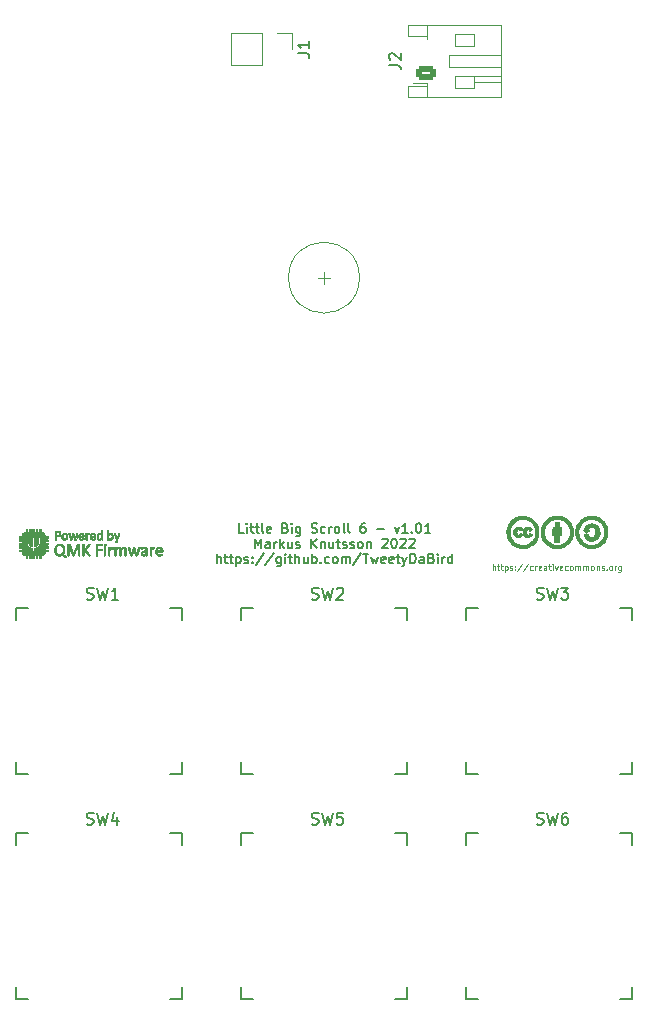
<source format=gto>
%TF.GenerationSoftware,KiCad,Pcbnew,(6.0.4)*%
%TF.CreationDate,2022-04-07T14:17:58+02:00*%
%TF.ProjectId,Little Big Scroll 6,4c697474-6c65-4204-9269-67205363726f,v1.01*%
%TF.SameCoordinates,Original*%
%TF.FileFunction,Legend,Top*%
%TF.FilePolarity,Positive*%
%FSLAX46Y46*%
G04 Gerber Fmt 4.6, Leading zero omitted, Abs format (unit mm)*
G04 Created by KiCad (PCBNEW (6.0.4)) date 2022-04-07 14:17:58*
%MOMM*%
%LPD*%
G01*
G04 APERTURE LIST*
G04 Aperture macros list*
%AMRoundRect*
0 Rectangle with rounded corners*
0 $1 Rounding radius*
0 $2 $3 $4 $5 $6 $7 $8 $9 X,Y pos of 4 corners*
0 Add a 4 corners polygon primitive as box body*
4,1,4,$2,$3,$4,$5,$6,$7,$8,$9,$2,$3,0*
0 Add four circle primitives for the rounded corners*
1,1,$1+$1,$2,$3*
1,1,$1+$1,$4,$5*
1,1,$1+$1,$6,$7*
1,1,$1+$1,$8,$9*
0 Add four rect primitives between the rounded corners*
20,1,$1+$1,$2,$3,$4,$5,0*
20,1,$1+$1,$4,$5,$6,$7,0*
20,1,$1+$1,$6,$7,$8,$9,0*
20,1,$1+$1,$8,$9,$2,$3,0*%
G04 Aperture macros list end*
%ADD10C,0.150000*%
%ADD11C,0.100000*%
%ADD12C,0.120000*%
%ADD13C,0.010000*%
%ADD14R,1.752600X1.752600*%
%ADD15C,1.752600*%
%ADD16C,3.000000*%
%ADD17C,1.701800*%
%ADD18C,3.987800*%
%ADD19R,2.000000X2.000000*%
%ADD20C,2.000000*%
%ADD21O,1.400000X2.600000*%
%ADD22C,3.700000*%
%ADD23R,1.700000X1.700000*%
%ADD24O,1.700000X1.700000*%
%ADD25RoundRect,0.250000X0.625000X-0.350000X0.625000X0.350000X-0.625000X0.350000X-0.625000X-0.350000X0*%
%ADD26O,1.750000X1.200000*%
%ADD27C,1.600000*%
%ADD28O,1.600000X1.600000*%
%ADD29C,0.850000*%
G04 APERTURE END LIST*
D10*
X103464761Y-89763904D02*
X103083809Y-89763904D01*
X103083809Y-88963904D01*
X103731428Y-89763904D02*
X103731428Y-89230571D01*
X103731428Y-88963904D02*
X103693333Y-89002000D01*
X103731428Y-89040095D01*
X103769523Y-89002000D01*
X103731428Y-88963904D01*
X103731428Y-89040095D01*
X103998095Y-89230571D02*
X104302857Y-89230571D01*
X104112380Y-88963904D02*
X104112380Y-89649619D01*
X104150476Y-89725809D01*
X104226666Y-89763904D01*
X104302857Y-89763904D01*
X104455238Y-89230571D02*
X104760000Y-89230571D01*
X104569523Y-88963904D02*
X104569523Y-89649619D01*
X104607619Y-89725809D01*
X104683809Y-89763904D01*
X104760000Y-89763904D01*
X105140952Y-89763904D02*
X105064761Y-89725809D01*
X105026666Y-89649619D01*
X105026666Y-88963904D01*
X105750476Y-89725809D02*
X105674285Y-89763904D01*
X105521904Y-89763904D01*
X105445714Y-89725809D01*
X105407619Y-89649619D01*
X105407619Y-89344857D01*
X105445714Y-89268666D01*
X105521904Y-89230571D01*
X105674285Y-89230571D01*
X105750476Y-89268666D01*
X105788571Y-89344857D01*
X105788571Y-89421047D01*
X105407619Y-89497238D01*
X107007619Y-89344857D02*
X107121904Y-89382952D01*
X107160000Y-89421047D01*
X107198095Y-89497238D01*
X107198095Y-89611523D01*
X107160000Y-89687714D01*
X107121904Y-89725809D01*
X107045714Y-89763904D01*
X106740952Y-89763904D01*
X106740952Y-88963904D01*
X107007619Y-88963904D01*
X107083809Y-89002000D01*
X107121904Y-89040095D01*
X107160000Y-89116285D01*
X107160000Y-89192476D01*
X107121904Y-89268666D01*
X107083809Y-89306761D01*
X107007619Y-89344857D01*
X106740952Y-89344857D01*
X107540952Y-89763904D02*
X107540952Y-89230571D01*
X107540952Y-88963904D02*
X107502857Y-89002000D01*
X107540952Y-89040095D01*
X107579047Y-89002000D01*
X107540952Y-88963904D01*
X107540952Y-89040095D01*
X108264761Y-89230571D02*
X108264761Y-89878190D01*
X108226666Y-89954380D01*
X108188571Y-89992476D01*
X108112380Y-90030571D01*
X107998095Y-90030571D01*
X107921904Y-89992476D01*
X108264761Y-89725809D02*
X108188571Y-89763904D01*
X108036190Y-89763904D01*
X107960000Y-89725809D01*
X107921904Y-89687714D01*
X107883809Y-89611523D01*
X107883809Y-89382952D01*
X107921904Y-89306761D01*
X107960000Y-89268666D01*
X108036190Y-89230571D01*
X108188571Y-89230571D01*
X108264761Y-89268666D01*
X109217142Y-89725809D02*
X109331428Y-89763904D01*
X109521904Y-89763904D01*
X109598095Y-89725809D01*
X109636190Y-89687714D01*
X109674285Y-89611523D01*
X109674285Y-89535333D01*
X109636190Y-89459142D01*
X109598095Y-89421047D01*
X109521904Y-89382952D01*
X109369523Y-89344857D01*
X109293333Y-89306761D01*
X109255238Y-89268666D01*
X109217142Y-89192476D01*
X109217142Y-89116285D01*
X109255238Y-89040095D01*
X109293333Y-89002000D01*
X109369523Y-88963904D01*
X109560000Y-88963904D01*
X109674285Y-89002000D01*
X110360000Y-89725809D02*
X110283809Y-89763904D01*
X110131428Y-89763904D01*
X110055238Y-89725809D01*
X110017142Y-89687714D01*
X109979047Y-89611523D01*
X109979047Y-89382952D01*
X110017142Y-89306761D01*
X110055238Y-89268666D01*
X110131428Y-89230571D01*
X110283809Y-89230571D01*
X110360000Y-89268666D01*
X110702857Y-89763904D02*
X110702857Y-89230571D01*
X110702857Y-89382952D02*
X110740952Y-89306761D01*
X110779047Y-89268666D01*
X110855238Y-89230571D01*
X110931428Y-89230571D01*
X111312380Y-89763904D02*
X111236190Y-89725809D01*
X111198095Y-89687714D01*
X111160000Y-89611523D01*
X111160000Y-89382952D01*
X111198095Y-89306761D01*
X111236190Y-89268666D01*
X111312380Y-89230571D01*
X111426666Y-89230571D01*
X111502857Y-89268666D01*
X111540952Y-89306761D01*
X111579047Y-89382952D01*
X111579047Y-89611523D01*
X111540952Y-89687714D01*
X111502857Y-89725809D01*
X111426666Y-89763904D01*
X111312380Y-89763904D01*
X112036190Y-89763904D02*
X111960000Y-89725809D01*
X111921904Y-89649619D01*
X111921904Y-88963904D01*
X112455238Y-89763904D02*
X112379047Y-89725809D01*
X112340952Y-89649619D01*
X112340952Y-88963904D01*
X113712380Y-88963904D02*
X113560000Y-88963904D01*
X113483809Y-89002000D01*
X113445714Y-89040095D01*
X113369523Y-89154380D01*
X113331428Y-89306761D01*
X113331428Y-89611523D01*
X113369523Y-89687714D01*
X113407619Y-89725809D01*
X113483809Y-89763904D01*
X113636190Y-89763904D01*
X113712380Y-89725809D01*
X113750476Y-89687714D01*
X113788571Y-89611523D01*
X113788571Y-89421047D01*
X113750476Y-89344857D01*
X113712380Y-89306761D01*
X113636190Y-89268666D01*
X113483809Y-89268666D01*
X113407619Y-89306761D01*
X113369523Y-89344857D01*
X113331428Y-89421047D01*
X114740952Y-89459142D02*
X115350476Y-89459142D01*
X116264761Y-89230571D02*
X116455238Y-89763904D01*
X116645714Y-89230571D01*
X117369523Y-89763904D02*
X116912380Y-89763904D01*
X117140952Y-89763904D02*
X117140952Y-88963904D01*
X117064761Y-89078190D01*
X116988571Y-89154380D01*
X116912380Y-89192476D01*
X117712380Y-89687714D02*
X117750476Y-89725809D01*
X117712380Y-89763904D01*
X117674285Y-89725809D01*
X117712380Y-89687714D01*
X117712380Y-89763904D01*
X118245714Y-88963904D02*
X118321904Y-88963904D01*
X118398095Y-89002000D01*
X118436190Y-89040095D01*
X118474285Y-89116285D01*
X118512380Y-89268666D01*
X118512380Y-89459142D01*
X118474285Y-89611523D01*
X118436190Y-89687714D01*
X118398095Y-89725809D01*
X118321904Y-89763904D01*
X118245714Y-89763904D01*
X118169523Y-89725809D01*
X118131428Y-89687714D01*
X118093333Y-89611523D01*
X118055238Y-89459142D01*
X118055238Y-89268666D01*
X118093333Y-89116285D01*
X118131428Y-89040095D01*
X118169523Y-89002000D01*
X118245714Y-88963904D01*
X119274285Y-89763904D02*
X118817142Y-89763904D01*
X119045714Y-89763904D02*
X119045714Y-88963904D01*
X118969523Y-89078190D01*
X118893333Y-89154380D01*
X118817142Y-89192476D01*
X104417142Y-91051904D02*
X104417142Y-90251904D01*
X104683809Y-90823333D01*
X104950476Y-90251904D01*
X104950476Y-91051904D01*
X105674285Y-91051904D02*
X105674285Y-90632857D01*
X105636190Y-90556666D01*
X105560000Y-90518571D01*
X105407619Y-90518571D01*
X105331428Y-90556666D01*
X105674285Y-91013809D02*
X105598095Y-91051904D01*
X105407619Y-91051904D01*
X105331428Y-91013809D01*
X105293333Y-90937619D01*
X105293333Y-90861428D01*
X105331428Y-90785238D01*
X105407619Y-90747142D01*
X105598095Y-90747142D01*
X105674285Y-90709047D01*
X106055238Y-91051904D02*
X106055238Y-90518571D01*
X106055238Y-90670952D02*
X106093333Y-90594761D01*
X106131428Y-90556666D01*
X106207619Y-90518571D01*
X106283809Y-90518571D01*
X106550476Y-91051904D02*
X106550476Y-90251904D01*
X106626666Y-90747142D02*
X106855238Y-91051904D01*
X106855238Y-90518571D02*
X106550476Y-90823333D01*
X107540952Y-90518571D02*
X107540952Y-91051904D01*
X107198095Y-90518571D02*
X107198095Y-90937619D01*
X107236190Y-91013809D01*
X107312380Y-91051904D01*
X107426666Y-91051904D01*
X107502857Y-91013809D01*
X107540952Y-90975714D01*
X107883809Y-91013809D02*
X107960000Y-91051904D01*
X108112380Y-91051904D01*
X108188571Y-91013809D01*
X108226666Y-90937619D01*
X108226666Y-90899523D01*
X108188571Y-90823333D01*
X108112380Y-90785238D01*
X107998095Y-90785238D01*
X107921904Y-90747142D01*
X107883809Y-90670952D01*
X107883809Y-90632857D01*
X107921904Y-90556666D01*
X107998095Y-90518571D01*
X108112380Y-90518571D01*
X108188571Y-90556666D01*
X109179047Y-91051904D02*
X109179047Y-90251904D01*
X109636190Y-91051904D02*
X109293333Y-90594761D01*
X109636190Y-90251904D02*
X109179047Y-90709047D01*
X109979047Y-90518571D02*
X109979047Y-91051904D01*
X109979047Y-90594761D02*
X110017142Y-90556666D01*
X110093333Y-90518571D01*
X110207619Y-90518571D01*
X110283809Y-90556666D01*
X110321904Y-90632857D01*
X110321904Y-91051904D01*
X111045714Y-90518571D02*
X111045714Y-91051904D01*
X110702857Y-90518571D02*
X110702857Y-90937619D01*
X110740952Y-91013809D01*
X110817142Y-91051904D01*
X110931428Y-91051904D01*
X111007619Y-91013809D01*
X111045714Y-90975714D01*
X111312380Y-90518571D02*
X111617142Y-90518571D01*
X111426666Y-90251904D02*
X111426666Y-90937619D01*
X111464761Y-91013809D01*
X111540952Y-91051904D01*
X111617142Y-91051904D01*
X111845714Y-91013809D02*
X111921904Y-91051904D01*
X112074285Y-91051904D01*
X112150476Y-91013809D01*
X112188571Y-90937619D01*
X112188571Y-90899523D01*
X112150476Y-90823333D01*
X112074285Y-90785238D01*
X111960000Y-90785238D01*
X111883809Y-90747142D01*
X111845714Y-90670952D01*
X111845714Y-90632857D01*
X111883809Y-90556666D01*
X111960000Y-90518571D01*
X112074285Y-90518571D01*
X112150476Y-90556666D01*
X112493333Y-91013809D02*
X112569523Y-91051904D01*
X112721904Y-91051904D01*
X112798095Y-91013809D01*
X112836190Y-90937619D01*
X112836190Y-90899523D01*
X112798095Y-90823333D01*
X112721904Y-90785238D01*
X112607619Y-90785238D01*
X112531428Y-90747142D01*
X112493333Y-90670952D01*
X112493333Y-90632857D01*
X112531428Y-90556666D01*
X112607619Y-90518571D01*
X112721904Y-90518571D01*
X112798095Y-90556666D01*
X113293333Y-91051904D02*
X113217142Y-91013809D01*
X113179047Y-90975714D01*
X113140952Y-90899523D01*
X113140952Y-90670952D01*
X113179047Y-90594761D01*
X113217142Y-90556666D01*
X113293333Y-90518571D01*
X113407619Y-90518571D01*
X113483809Y-90556666D01*
X113521904Y-90594761D01*
X113560000Y-90670952D01*
X113560000Y-90899523D01*
X113521904Y-90975714D01*
X113483809Y-91013809D01*
X113407619Y-91051904D01*
X113293333Y-91051904D01*
X113902857Y-90518571D02*
X113902857Y-91051904D01*
X113902857Y-90594761D02*
X113940952Y-90556666D01*
X114017142Y-90518571D01*
X114131428Y-90518571D01*
X114207619Y-90556666D01*
X114245714Y-90632857D01*
X114245714Y-91051904D01*
X115198095Y-90328095D02*
X115236190Y-90290000D01*
X115312380Y-90251904D01*
X115502857Y-90251904D01*
X115579047Y-90290000D01*
X115617142Y-90328095D01*
X115655238Y-90404285D01*
X115655238Y-90480476D01*
X115617142Y-90594761D01*
X115160000Y-91051904D01*
X115655238Y-91051904D01*
X116150476Y-90251904D02*
X116226666Y-90251904D01*
X116302857Y-90290000D01*
X116340952Y-90328095D01*
X116379047Y-90404285D01*
X116417142Y-90556666D01*
X116417142Y-90747142D01*
X116379047Y-90899523D01*
X116340952Y-90975714D01*
X116302857Y-91013809D01*
X116226666Y-91051904D01*
X116150476Y-91051904D01*
X116074285Y-91013809D01*
X116036190Y-90975714D01*
X115998095Y-90899523D01*
X115960000Y-90747142D01*
X115960000Y-90556666D01*
X115998095Y-90404285D01*
X116036190Y-90328095D01*
X116074285Y-90290000D01*
X116150476Y-90251904D01*
X116721904Y-90328095D02*
X116760000Y-90290000D01*
X116836190Y-90251904D01*
X117026666Y-90251904D01*
X117102857Y-90290000D01*
X117140952Y-90328095D01*
X117179047Y-90404285D01*
X117179047Y-90480476D01*
X117140952Y-90594761D01*
X116683809Y-91051904D01*
X117179047Y-91051904D01*
X117483809Y-90328095D02*
X117521904Y-90290000D01*
X117598095Y-90251904D01*
X117788571Y-90251904D01*
X117864761Y-90290000D01*
X117902857Y-90328095D01*
X117940952Y-90404285D01*
X117940952Y-90480476D01*
X117902857Y-90594761D01*
X117445714Y-91051904D01*
X117940952Y-91051904D01*
X101198095Y-92339904D02*
X101198095Y-91539904D01*
X101540952Y-92339904D02*
X101540952Y-91920857D01*
X101502857Y-91844666D01*
X101426666Y-91806571D01*
X101312380Y-91806571D01*
X101236190Y-91844666D01*
X101198095Y-91882761D01*
X101807619Y-91806571D02*
X102112380Y-91806571D01*
X101921904Y-91539904D02*
X101921904Y-92225619D01*
X101960000Y-92301809D01*
X102036190Y-92339904D01*
X102112380Y-92339904D01*
X102264761Y-91806571D02*
X102569523Y-91806571D01*
X102379047Y-91539904D02*
X102379047Y-92225619D01*
X102417142Y-92301809D01*
X102493333Y-92339904D01*
X102569523Y-92339904D01*
X102836190Y-91806571D02*
X102836190Y-92606571D01*
X102836190Y-91844666D02*
X102912380Y-91806571D01*
X103064761Y-91806571D01*
X103140952Y-91844666D01*
X103179047Y-91882761D01*
X103217142Y-91958952D01*
X103217142Y-92187523D01*
X103179047Y-92263714D01*
X103140952Y-92301809D01*
X103064761Y-92339904D01*
X102912380Y-92339904D01*
X102836190Y-92301809D01*
X103521904Y-92301809D02*
X103598095Y-92339904D01*
X103750476Y-92339904D01*
X103826666Y-92301809D01*
X103864761Y-92225619D01*
X103864761Y-92187523D01*
X103826666Y-92111333D01*
X103750476Y-92073238D01*
X103636190Y-92073238D01*
X103560000Y-92035142D01*
X103521904Y-91958952D01*
X103521904Y-91920857D01*
X103560000Y-91844666D01*
X103636190Y-91806571D01*
X103750476Y-91806571D01*
X103826666Y-91844666D01*
X104207619Y-92263714D02*
X104245714Y-92301809D01*
X104207619Y-92339904D01*
X104169523Y-92301809D01*
X104207619Y-92263714D01*
X104207619Y-92339904D01*
X104207619Y-91844666D02*
X104245714Y-91882761D01*
X104207619Y-91920857D01*
X104169523Y-91882761D01*
X104207619Y-91844666D01*
X104207619Y-91920857D01*
X105160000Y-91501809D02*
X104474285Y-92530380D01*
X105998095Y-91501809D02*
X105312380Y-92530380D01*
X106607619Y-91806571D02*
X106607619Y-92454190D01*
X106569523Y-92530380D01*
X106531428Y-92568476D01*
X106455238Y-92606571D01*
X106340952Y-92606571D01*
X106264761Y-92568476D01*
X106607619Y-92301809D02*
X106531428Y-92339904D01*
X106379047Y-92339904D01*
X106302857Y-92301809D01*
X106264761Y-92263714D01*
X106226666Y-92187523D01*
X106226666Y-91958952D01*
X106264761Y-91882761D01*
X106302857Y-91844666D01*
X106379047Y-91806571D01*
X106531428Y-91806571D01*
X106607619Y-91844666D01*
X106988571Y-92339904D02*
X106988571Y-91806571D01*
X106988571Y-91539904D02*
X106950476Y-91578000D01*
X106988571Y-91616095D01*
X107026666Y-91578000D01*
X106988571Y-91539904D01*
X106988571Y-91616095D01*
X107255238Y-91806571D02*
X107560000Y-91806571D01*
X107369523Y-91539904D02*
X107369523Y-92225619D01*
X107407619Y-92301809D01*
X107483809Y-92339904D01*
X107560000Y-92339904D01*
X107826666Y-92339904D02*
X107826666Y-91539904D01*
X108169523Y-92339904D02*
X108169523Y-91920857D01*
X108131428Y-91844666D01*
X108055238Y-91806571D01*
X107940952Y-91806571D01*
X107864761Y-91844666D01*
X107826666Y-91882761D01*
X108893333Y-91806571D02*
X108893333Y-92339904D01*
X108550476Y-91806571D02*
X108550476Y-92225619D01*
X108588571Y-92301809D01*
X108664761Y-92339904D01*
X108779047Y-92339904D01*
X108855238Y-92301809D01*
X108893333Y-92263714D01*
X109274285Y-92339904D02*
X109274285Y-91539904D01*
X109274285Y-91844666D02*
X109350476Y-91806571D01*
X109502857Y-91806571D01*
X109579047Y-91844666D01*
X109617142Y-91882761D01*
X109655238Y-91958952D01*
X109655238Y-92187523D01*
X109617142Y-92263714D01*
X109579047Y-92301809D01*
X109502857Y-92339904D01*
X109350476Y-92339904D01*
X109274285Y-92301809D01*
X109998095Y-92263714D02*
X110036190Y-92301809D01*
X109998095Y-92339904D01*
X109960000Y-92301809D01*
X109998095Y-92263714D01*
X109998095Y-92339904D01*
X110721904Y-92301809D02*
X110645714Y-92339904D01*
X110493333Y-92339904D01*
X110417142Y-92301809D01*
X110379047Y-92263714D01*
X110340952Y-92187523D01*
X110340952Y-91958952D01*
X110379047Y-91882761D01*
X110417142Y-91844666D01*
X110493333Y-91806571D01*
X110645714Y-91806571D01*
X110721904Y-91844666D01*
X111179047Y-92339904D02*
X111102857Y-92301809D01*
X111064761Y-92263714D01*
X111026666Y-92187523D01*
X111026666Y-91958952D01*
X111064761Y-91882761D01*
X111102857Y-91844666D01*
X111179047Y-91806571D01*
X111293333Y-91806571D01*
X111369523Y-91844666D01*
X111407619Y-91882761D01*
X111445714Y-91958952D01*
X111445714Y-92187523D01*
X111407619Y-92263714D01*
X111369523Y-92301809D01*
X111293333Y-92339904D01*
X111179047Y-92339904D01*
X111788571Y-92339904D02*
X111788571Y-91806571D01*
X111788571Y-91882761D02*
X111826666Y-91844666D01*
X111902857Y-91806571D01*
X112017142Y-91806571D01*
X112093333Y-91844666D01*
X112131428Y-91920857D01*
X112131428Y-92339904D01*
X112131428Y-91920857D02*
X112169523Y-91844666D01*
X112245714Y-91806571D01*
X112360000Y-91806571D01*
X112436190Y-91844666D01*
X112474285Y-91920857D01*
X112474285Y-92339904D01*
X113426666Y-91501809D02*
X112740952Y-92530380D01*
X113579047Y-91539904D02*
X114036190Y-91539904D01*
X113807619Y-92339904D02*
X113807619Y-91539904D01*
X114226666Y-91806571D02*
X114379047Y-92339904D01*
X114531428Y-91958952D01*
X114683809Y-92339904D01*
X114836190Y-91806571D01*
X115445714Y-92301809D02*
X115369523Y-92339904D01*
X115217142Y-92339904D01*
X115140952Y-92301809D01*
X115102857Y-92225619D01*
X115102857Y-91920857D01*
X115140952Y-91844666D01*
X115217142Y-91806571D01*
X115369523Y-91806571D01*
X115445714Y-91844666D01*
X115483809Y-91920857D01*
X115483809Y-91997047D01*
X115102857Y-92073238D01*
X116131428Y-92301809D02*
X116055238Y-92339904D01*
X115902857Y-92339904D01*
X115826666Y-92301809D01*
X115788571Y-92225619D01*
X115788571Y-91920857D01*
X115826666Y-91844666D01*
X115902857Y-91806571D01*
X116055238Y-91806571D01*
X116131428Y-91844666D01*
X116169523Y-91920857D01*
X116169523Y-91997047D01*
X115788571Y-92073238D01*
X116398095Y-91806571D02*
X116702857Y-91806571D01*
X116512380Y-91539904D02*
X116512380Y-92225619D01*
X116550476Y-92301809D01*
X116626666Y-92339904D01*
X116702857Y-92339904D01*
X116893333Y-91806571D02*
X117083809Y-92339904D01*
X117274285Y-91806571D02*
X117083809Y-92339904D01*
X117007619Y-92530380D01*
X116969523Y-92568476D01*
X116893333Y-92606571D01*
X117579047Y-92339904D02*
X117579047Y-91539904D01*
X117769523Y-91539904D01*
X117883809Y-91578000D01*
X117960000Y-91654190D01*
X117998095Y-91730380D01*
X118036190Y-91882761D01*
X118036190Y-91997047D01*
X117998095Y-92149428D01*
X117960000Y-92225619D01*
X117883809Y-92301809D01*
X117769523Y-92339904D01*
X117579047Y-92339904D01*
X118721904Y-92339904D02*
X118721904Y-91920857D01*
X118683809Y-91844666D01*
X118607619Y-91806571D01*
X118455238Y-91806571D01*
X118379047Y-91844666D01*
X118721904Y-92301809D02*
X118645714Y-92339904D01*
X118455238Y-92339904D01*
X118379047Y-92301809D01*
X118340952Y-92225619D01*
X118340952Y-92149428D01*
X118379047Y-92073238D01*
X118455238Y-92035142D01*
X118645714Y-92035142D01*
X118721904Y-91997047D01*
X119369523Y-91920857D02*
X119483809Y-91958952D01*
X119521904Y-91997047D01*
X119560000Y-92073238D01*
X119560000Y-92187523D01*
X119521904Y-92263714D01*
X119483809Y-92301809D01*
X119407619Y-92339904D01*
X119102857Y-92339904D01*
X119102857Y-91539904D01*
X119369523Y-91539904D01*
X119445714Y-91578000D01*
X119483809Y-91616095D01*
X119521904Y-91692285D01*
X119521904Y-91768476D01*
X119483809Y-91844666D01*
X119445714Y-91882761D01*
X119369523Y-91920857D01*
X119102857Y-91920857D01*
X119902857Y-92339904D02*
X119902857Y-91806571D01*
X119902857Y-91539904D02*
X119864761Y-91578000D01*
X119902857Y-91616095D01*
X119940952Y-91578000D01*
X119902857Y-91539904D01*
X119902857Y-91616095D01*
X120283809Y-92339904D02*
X120283809Y-91806571D01*
X120283809Y-91958952D02*
X120321904Y-91882761D01*
X120360000Y-91844666D01*
X120436190Y-91806571D01*
X120512380Y-91806571D01*
X121121904Y-92339904D02*
X121121904Y-91539904D01*
X121121904Y-92301809D02*
X121045714Y-92339904D01*
X120893333Y-92339904D01*
X120817142Y-92301809D01*
X120779047Y-92263714D01*
X120740952Y-92187523D01*
X120740952Y-91958952D01*
X120779047Y-91882761D01*
X120817142Y-91844666D01*
X120893333Y-91806571D01*
X121045714Y-91806571D01*
X121121904Y-91844666D01*
X90186666Y-95364761D02*
X90329523Y-95412380D01*
X90567619Y-95412380D01*
X90662857Y-95364761D01*
X90710476Y-95317142D01*
X90758095Y-95221904D01*
X90758095Y-95126666D01*
X90710476Y-95031428D01*
X90662857Y-94983809D01*
X90567619Y-94936190D01*
X90377142Y-94888571D01*
X90281904Y-94840952D01*
X90234285Y-94793333D01*
X90186666Y-94698095D01*
X90186666Y-94602857D01*
X90234285Y-94507619D01*
X90281904Y-94460000D01*
X90377142Y-94412380D01*
X90615238Y-94412380D01*
X90758095Y-94460000D01*
X91091428Y-94412380D02*
X91329523Y-95412380D01*
X91520000Y-94698095D01*
X91710476Y-95412380D01*
X91948571Y-94412380D01*
X92853333Y-95412380D02*
X92281904Y-95412380D01*
X92567619Y-95412380D02*
X92567619Y-94412380D01*
X92472380Y-94555238D01*
X92377142Y-94650476D01*
X92281904Y-94698095D01*
X109236666Y-95364761D02*
X109379523Y-95412380D01*
X109617619Y-95412380D01*
X109712857Y-95364761D01*
X109760476Y-95317142D01*
X109808095Y-95221904D01*
X109808095Y-95126666D01*
X109760476Y-95031428D01*
X109712857Y-94983809D01*
X109617619Y-94936190D01*
X109427142Y-94888571D01*
X109331904Y-94840952D01*
X109284285Y-94793333D01*
X109236666Y-94698095D01*
X109236666Y-94602857D01*
X109284285Y-94507619D01*
X109331904Y-94460000D01*
X109427142Y-94412380D01*
X109665238Y-94412380D01*
X109808095Y-94460000D01*
X110141428Y-94412380D02*
X110379523Y-95412380D01*
X110570000Y-94698095D01*
X110760476Y-95412380D01*
X110998571Y-94412380D01*
X111331904Y-94507619D02*
X111379523Y-94460000D01*
X111474761Y-94412380D01*
X111712857Y-94412380D01*
X111808095Y-94460000D01*
X111855714Y-94507619D01*
X111903333Y-94602857D01*
X111903333Y-94698095D01*
X111855714Y-94840952D01*
X111284285Y-95412380D01*
X111903333Y-95412380D01*
X128286666Y-95364761D02*
X128429523Y-95412380D01*
X128667619Y-95412380D01*
X128762857Y-95364761D01*
X128810476Y-95317142D01*
X128858095Y-95221904D01*
X128858095Y-95126666D01*
X128810476Y-95031428D01*
X128762857Y-94983809D01*
X128667619Y-94936190D01*
X128477142Y-94888571D01*
X128381904Y-94840952D01*
X128334285Y-94793333D01*
X128286666Y-94698095D01*
X128286666Y-94602857D01*
X128334285Y-94507619D01*
X128381904Y-94460000D01*
X128477142Y-94412380D01*
X128715238Y-94412380D01*
X128858095Y-94460000D01*
X129191428Y-94412380D02*
X129429523Y-95412380D01*
X129620000Y-94698095D01*
X129810476Y-95412380D01*
X130048571Y-94412380D01*
X130334285Y-94412380D02*
X130953333Y-94412380D01*
X130620000Y-94793333D01*
X130762857Y-94793333D01*
X130858095Y-94840952D01*
X130905714Y-94888571D01*
X130953333Y-94983809D01*
X130953333Y-95221904D01*
X130905714Y-95317142D01*
X130858095Y-95364761D01*
X130762857Y-95412380D01*
X130477142Y-95412380D01*
X130381904Y-95364761D01*
X130334285Y-95317142D01*
X90186666Y-114414761D02*
X90329523Y-114462380D01*
X90567619Y-114462380D01*
X90662857Y-114414761D01*
X90710476Y-114367142D01*
X90758095Y-114271904D01*
X90758095Y-114176666D01*
X90710476Y-114081428D01*
X90662857Y-114033809D01*
X90567619Y-113986190D01*
X90377142Y-113938571D01*
X90281904Y-113890952D01*
X90234285Y-113843333D01*
X90186666Y-113748095D01*
X90186666Y-113652857D01*
X90234285Y-113557619D01*
X90281904Y-113510000D01*
X90377142Y-113462380D01*
X90615238Y-113462380D01*
X90758095Y-113510000D01*
X91091428Y-113462380D02*
X91329523Y-114462380D01*
X91520000Y-113748095D01*
X91710476Y-114462380D01*
X91948571Y-113462380D01*
X92758095Y-113795714D02*
X92758095Y-114462380D01*
X92520000Y-113414761D02*
X92281904Y-114129047D01*
X92900952Y-114129047D01*
X109236666Y-114414761D02*
X109379523Y-114462380D01*
X109617619Y-114462380D01*
X109712857Y-114414761D01*
X109760476Y-114367142D01*
X109808095Y-114271904D01*
X109808095Y-114176666D01*
X109760476Y-114081428D01*
X109712857Y-114033809D01*
X109617619Y-113986190D01*
X109427142Y-113938571D01*
X109331904Y-113890952D01*
X109284285Y-113843333D01*
X109236666Y-113748095D01*
X109236666Y-113652857D01*
X109284285Y-113557619D01*
X109331904Y-113510000D01*
X109427142Y-113462380D01*
X109665238Y-113462380D01*
X109808095Y-113510000D01*
X110141428Y-113462380D02*
X110379523Y-114462380D01*
X110570000Y-113748095D01*
X110760476Y-114462380D01*
X110998571Y-113462380D01*
X111855714Y-113462380D02*
X111379523Y-113462380D01*
X111331904Y-113938571D01*
X111379523Y-113890952D01*
X111474761Y-113843333D01*
X111712857Y-113843333D01*
X111808095Y-113890952D01*
X111855714Y-113938571D01*
X111903333Y-114033809D01*
X111903333Y-114271904D01*
X111855714Y-114367142D01*
X111808095Y-114414761D01*
X111712857Y-114462380D01*
X111474761Y-114462380D01*
X111379523Y-114414761D01*
X111331904Y-114367142D01*
X128286666Y-114414761D02*
X128429523Y-114462380D01*
X128667619Y-114462380D01*
X128762857Y-114414761D01*
X128810476Y-114367142D01*
X128858095Y-114271904D01*
X128858095Y-114176666D01*
X128810476Y-114081428D01*
X128762857Y-114033809D01*
X128667619Y-113986190D01*
X128477142Y-113938571D01*
X128381904Y-113890952D01*
X128334285Y-113843333D01*
X128286666Y-113748095D01*
X128286666Y-113652857D01*
X128334285Y-113557619D01*
X128381904Y-113510000D01*
X128477142Y-113462380D01*
X128715238Y-113462380D01*
X128858095Y-113510000D01*
X129191428Y-113462380D02*
X129429523Y-114462380D01*
X129620000Y-113748095D01*
X129810476Y-114462380D01*
X130048571Y-113462380D01*
X130858095Y-113462380D02*
X130667619Y-113462380D01*
X130572380Y-113510000D01*
X130524761Y-113557619D01*
X130429523Y-113700476D01*
X130381904Y-113890952D01*
X130381904Y-114271904D01*
X130429523Y-114367142D01*
X130477142Y-114414761D01*
X130572380Y-114462380D01*
X130762857Y-114462380D01*
X130858095Y-114414761D01*
X130905714Y-114367142D01*
X130953333Y-114271904D01*
X130953333Y-114033809D01*
X130905714Y-113938571D01*
X130858095Y-113890952D01*
X130762857Y-113843333D01*
X130572380Y-113843333D01*
X130477142Y-113890952D01*
X130429523Y-113938571D01*
X130381904Y-114033809D01*
X108032380Y-49143333D02*
X108746666Y-49143333D01*
X108889523Y-49190952D01*
X108984761Y-49286190D01*
X109032380Y-49429047D01*
X109032380Y-49524285D01*
X109032380Y-48143333D02*
X109032380Y-48714761D01*
X109032380Y-48429047D02*
X108032380Y-48429047D01*
X108175238Y-48524285D01*
X108270476Y-48619523D01*
X108318095Y-48714761D01*
X115772380Y-50153333D02*
X116486666Y-50153333D01*
X116629523Y-50200952D01*
X116724761Y-50296190D01*
X116772380Y-50439047D01*
X116772380Y-50534285D01*
X115867619Y-49724761D02*
X115820000Y-49677142D01*
X115772380Y-49581904D01*
X115772380Y-49343809D01*
X115820000Y-49248571D01*
X115867619Y-49200952D01*
X115962857Y-49153333D01*
X116058095Y-49153333D01*
X116200952Y-49200952D01*
X116772380Y-49772380D01*
X116772380Y-49153333D01*
D11*
X124556831Y-92912915D02*
X124556831Y-92412915D01*
X124771117Y-92912915D02*
X124771117Y-92651010D01*
X124747307Y-92603391D01*
X124699688Y-92579582D01*
X124628260Y-92579582D01*
X124580641Y-92603391D01*
X124556831Y-92627201D01*
X124937783Y-92579582D02*
X125128260Y-92579582D01*
X125009212Y-92412915D02*
X125009212Y-92841486D01*
X125033022Y-92889105D01*
X125080641Y-92912915D01*
X125128260Y-92912915D01*
X125223498Y-92579582D02*
X125413974Y-92579582D01*
X125294926Y-92412915D02*
X125294926Y-92841486D01*
X125318736Y-92889105D01*
X125366355Y-92912915D01*
X125413974Y-92912915D01*
X125580641Y-92579582D02*
X125580641Y-93079582D01*
X125580641Y-92603391D02*
X125628260Y-92579582D01*
X125723498Y-92579582D01*
X125771117Y-92603391D01*
X125794926Y-92627201D01*
X125818736Y-92674820D01*
X125818736Y-92817677D01*
X125794926Y-92865296D01*
X125771117Y-92889105D01*
X125723498Y-92912915D01*
X125628260Y-92912915D01*
X125580641Y-92889105D01*
X126009212Y-92889105D02*
X126056831Y-92912915D01*
X126152069Y-92912915D01*
X126199688Y-92889105D01*
X126223498Y-92841486D01*
X126223498Y-92817677D01*
X126199688Y-92770058D01*
X126152069Y-92746248D01*
X126080641Y-92746248D01*
X126033022Y-92722439D01*
X126009212Y-92674820D01*
X126009212Y-92651010D01*
X126033022Y-92603391D01*
X126080641Y-92579582D01*
X126152069Y-92579582D01*
X126199688Y-92603391D01*
X126437783Y-92865296D02*
X126461593Y-92889105D01*
X126437783Y-92912915D01*
X126413974Y-92889105D01*
X126437783Y-92865296D01*
X126437783Y-92912915D01*
X126437783Y-92603391D02*
X126461593Y-92627201D01*
X126437783Y-92651010D01*
X126413974Y-92627201D01*
X126437783Y-92603391D01*
X126437783Y-92651010D01*
X127033022Y-92389105D02*
X126604450Y-93031963D01*
X127556831Y-92389105D02*
X127128260Y-93031963D01*
X127937783Y-92889105D02*
X127890164Y-92912915D01*
X127794926Y-92912915D01*
X127747307Y-92889105D01*
X127723498Y-92865296D01*
X127699688Y-92817677D01*
X127699688Y-92674820D01*
X127723498Y-92627201D01*
X127747307Y-92603391D01*
X127794926Y-92579582D01*
X127890164Y-92579582D01*
X127937783Y-92603391D01*
X128152069Y-92912915D02*
X128152069Y-92579582D01*
X128152069Y-92674820D02*
X128175879Y-92627201D01*
X128199688Y-92603391D01*
X128247307Y-92579582D01*
X128294926Y-92579582D01*
X128652069Y-92889105D02*
X128604450Y-92912915D01*
X128509212Y-92912915D01*
X128461593Y-92889105D01*
X128437783Y-92841486D01*
X128437783Y-92651010D01*
X128461593Y-92603391D01*
X128509212Y-92579582D01*
X128604450Y-92579582D01*
X128652069Y-92603391D01*
X128675879Y-92651010D01*
X128675879Y-92698629D01*
X128437783Y-92746248D01*
X129104450Y-92912915D02*
X129104450Y-92651010D01*
X129080641Y-92603391D01*
X129033022Y-92579582D01*
X128937783Y-92579582D01*
X128890164Y-92603391D01*
X129104450Y-92889105D02*
X129056831Y-92912915D01*
X128937783Y-92912915D01*
X128890164Y-92889105D01*
X128866355Y-92841486D01*
X128866355Y-92793867D01*
X128890164Y-92746248D01*
X128937783Y-92722439D01*
X129056831Y-92722439D01*
X129104450Y-92698629D01*
X129271117Y-92579582D02*
X129461593Y-92579582D01*
X129342545Y-92412915D02*
X129342545Y-92841486D01*
X129366355Y-92889105D01*
X129413974Y-92912915D01*
X129461593Y-92912915D01*
X129628260Y-92912915D02*
X129628260Y-92579582D01*
X129628260Y-92412915D02*
X129604450Y-92436725D01*
X129628260Y-92460534D01*
X129652069Y-92436725D01*
X129628260Y-92412915D01*
X129628260Y-92460534D01*
X129818736Y-92579582D02*
X129937783Y-92912915D01*
X130056831Y-92579582D01*
X130437783Y-92889105D02*
X130390164Y-92912915D01*
X130294926Y-92912915D01*
X130247307Y-92889105D01*
X130223498Y-92841486D01*
X130223498Y-92651010D01*
X130247307Y-92603391D01*
X130294926Y-92579582D01*
X130390164Y-92579582D01*
X130437783Y-92603391D01*
X130461593Y-92651010D01*
X130461593Y-92698629D01*
X130223498Y-92746248D01*
X130890164Y-92889105D02*
X130842545Y-92912915D01*
X130747307Y-92912915D01*
X130699688Y-92889105D01*
X130675879Y-92865296D01*
X130652069Y-92817677D01*
X130652069Y-92674820D01*
X130675879Y-92627201D01*
X130699688Y-92603391D01*
X130747307Y-92579582D01*
X130842545Y-92579582D01*
X130890164Y-92603391D01*
X131175879Y-92912915D02*
X131128260Y-92889105D01*
X131104450Y-92865296D01*
X131080641Y-92817677D01*
X131080641Y-92674820D01*
X131104450Y-92627201D01*
X131128260Y-92603391D01*
X131175879Y-92579582D01*
X131247307Y-92579582D01*
X131294926Y-92603391D01*
X131318736Y-92627201D01*
X131342545Y-92674820D01*
X131342545Y-92817677D01*
X131318736Y-92865296D01*
X131294926Y-92889105D01*
X131247307Y-92912915D01*
X131175879Y-92912915D01*
X131556831Y-92912915D02*
X131556831Y-92579582D01*
X131556831Y-92627201D02*
X131580641Y-92603391D01*
X131628260Y-92579582D01*
X131699688Y-92579582D01*
X131747307Y-92603391D01*
X131771117Y-92651010D01*
X131771117Y-92912915D01*
X131771117Y-92651010D02*
X131794926Y-92603391D01*
X131842545Y-92579582D01*
X131913974Y-92579582D01*
X131961593Y-92603391D01*
X131985403Y-92651010D01*
X131985403Y-92912915D01*
X132223498Y-92912915D02*
X132223498Y-92579582D01*
X132223498Y-92627201D02*
X132247307Y-92603391D01*
X132294926Y-92579582D01*
X132366355Y-92579582D01*
X132413974Y-92603391D01*
X132437783Y-92651010D01*
X132437783Y-92912915D01*
X132437783Y-92651010D02*
X132461593Y-92603391D01*
X132509212Y-92579582D01*
X132580641Y-92579582D01*
X132628260Y-92603391D01*
X132652069Y-92651010D01*
X132652069Y-92912915D01*
X132961593Y-92912915D02*
X132913974Y-92889105D01*
X132890164Y-92865296D01*
X132866355Y-92817677D01*
X132866355Y-92674820D01*
X132890164Y-92627201D01*
X132913974Y-92603391D01*
X132961593Y-92579582D01*
X133033022Y-92579582D01*
X133080641Y-92603391D01*
X133104450Y-92627201D01*
X133128260Y-92674820D01*
X133128260Y-92817677D01*
X133104450Y-92865296D01*
X133080641Y-92889105D01*
X133033022Y-92912915D01*
X132961593Y-92912915D01*
X133342545Y-92579582D02*
X133342545Y-92912915D01*
X133342545Y-92627201D02*
X133366355Y-92603391D01*
X133413974Y-92579582D01*
X133485403Y-92579582D01*
X133533022Y-92603391D01*
X133556831Y-92651010D01*
X133556831Y-92912915D01*
X133771117Y-92889105D02*
X133818736Y-92912915D01*
X133913974Y-92912915D01*
X133961593Y-92889105D01*
X133985403Y-92841486D01*
X133985403Y-92817677D01*
X133961593Y-92770058D01*
X133913974Y-92746248D01*
X133842545Y-92746248D01*
X133794926Y-92722439D01*
X133771117Y-92674820D01*
X133771117Y-92651010D01*
X133794926Y-92603391D01*
X133842545Y-92579582D01*
X133913974Y-92579582D01*
X133961593Y-92603391D01*
X134199688Y-92865296D02*
X134223498Y-92889105D01*
X134199688Y-92912915D01*
X134175879Y-92889105D01*
X134199688Y-92865296D01*
X134199688Y-92912915D01*
X134509212Y-92912915D02*
X134461593Y-92889105D01*
X134437783Y-92865296D01*
X134413974Y-92817677D01*
X134413974Y-92674820D01*
X134437783Y-92627201D01*
X134461593Y-92603391D01*
X134509212Y-92579582D01*
X134580641Y-92579582D01*
X134628260Y-92603391D01*
X134652069Y-92627201D01*
X134675879Y-92674820D01*
X134675879Y-92817677D01*
X134652069Y-92865296D01*
X134628260Y-92889105D01*
X134580641Y-92912915D01*
X134509212Y-92912915D01*
X134890164Y-92912915D02*
X134890164Y-92579582D01*
X134890164Y-92674820D02*
X134913974Y-92627201D01*
X134937783Y-92603391D01*
X134985403Y-92579582D01*
X135033022Y-92579582D01*
X135413974Y-92579582D02*
X135413974Y-92984344D01*
X135390164Y-93031963D01*
X135366355Y-93055772D01*
X135318736Y-93079582D01*
X135247307Y-93079582D01*
X135199688Y-93055772D01*
X135413974Y-92889105D02*
X135366355Y-92912915D01*
X135271117Y-92912915D01*
X135223498Y-92889105D01*
X135199688Y-92865296D01*
X135175879Y-92817677D01*
X135175879Y-92674820D01*
X135199688Y-92627201D01*
X135223498Y-92603391D01*
X135271117Y-92579582D01*
X135366355Y-92579582D01*
X135413974Y-92603391D01*
D10*
X97220000Y-110160000D02*
X98220000Y-110160000D01*
X84220000Y-97160000D02*
X84220000Y-96160000D01*
X98220000Y-96160000D02*
X97220000Y-96160000D01*
X84220000Y-110160000D02*
X84220000Y-109160000D01*
X84220000Y-110160000D02*
X85220000Y-110160000D01*
X85220000Y-96160000D02*
X84220000Y-96160000D01*
X98220000Y-109160000D02*
X98220000Y-110160000D01*
X98220000Y-96160000D02*
X98220000Y-97160000D01*
X103270000Y-97160000D02*
X103270000Y-96160000D01*
X117270000Y-96160000D02*
X117270000Y-97160000D01*
X103270000Y-110160000D02*
X103270000Y-109160000D01*
X117270000Y-109160000D02*
X117270000Y-110160000D01*
X117270000Y-96160000D02*
X116270000Y-96160000D01*
X104270000Y-96160000D02*
X103270000Y-96160000D01*
X103270000Y-110160000D02*
X104270000Y-110160000D01*
X116270000Y-110160000D02*
X117270000Y-110160000D01*
X122320000Y-110160000D02*
X123320000Y-110160000D01*
X136320000Y-96160000D02*
X136320000Y-97160000D01*
X122320000Y-110160000D02*
X122320000Y-109160000D01*
X123320000Y-96160000D02*
X122320000Y-96160000D01*
X136320000Y-109160000D02*
X136320000Y-110160000D01*
X136320000Y-96160000D02*
X135320000Y-96160000D01*
X135320000Y-110160000D02*
X136320000Y-110160000D01*
X122320000Y-97160000D02*
X122320000Y-96160000D01*
X98220000Y-115210000D02*
X97220000Y-115210000D01*
X85220000Y-115210000D02*
X84220000Y-115210000D01*
X84220000Y-129210000D02*
X85220000Y-129210000D01*
X98220000Y-115210000D02*
X98220000Y-116210000D01*
X97220000Y-129210000D02*
X98220000Y-129210000D01*
X84220000Y-129210000D02*
X84220000Y-128210000D01*
X84220000Y-116210000D02*
X84220000Y-115210000D01*
X98220000Y-128210000D02*
X98220000Y-129210000D01*
X117270000Y-115210000D02*
X117270000Y-116210000D01*
X103270000Y-116210000D02*
X103270000Y-115210000D01*
X117270000Y-115210000D02*
X116270000Y-115210000D01*
X103270000Y-129210000D02*
X103270000Y-128210000D01*
X117270000Y-128210000D02*
X117270000Y-129210000D01*
X103270000Y-129210000D02*
X104270000Y-129210000D01*
X104270000Y-115210000D02*
X103270000Y-115210000D01*
X116270000Y-129210000D02*
X117270000Y-129210000D01*
X136320000Y-115210000D02*
X135320000Y-115210000D01*
X123320000Y-115210000D02*
X122320000Y-115210000D01*
X122320000Y-116210000D02*
X122320000Y-115210000D01*
X136320000Y-128210000D02*
X136320000Y-129210000D01*
X136320000Y-115210000D02*
X136320000Y-116210000D01*
X122320000Y-129210000D02*
X123320000Y-129210000D01*
X122320000Y-129210000D02*
X122320000Y-128210000D01*
X135320000Y-129210000D02*
X136320000Y-129210000D01*
D12*
X110270000Y-68660000D02*
X110270000Y-67660000D01*
X109770000Y-68160000D02*
X110770000Y-68160000D01*
X113270000Y-68160000D02*
G75*
G03*
X113270000Y-68160000I-3000000J0D01*
G01*
X107580000Y-47480000D02*
X107580000Y-48810000D01*
X104980000Y-47480000D02*
X104980000Y-50140000D01*
X104980000Y-47480000D02*
X102380000Y-47480000D01*
X104980000Y-50140000D02*
X102380000Y-50140000D01*
X102380000Y-47480000D02*
X102380000Y-50140000D01*
X106250000Y-47480000D02*
X107580000Y-47480000D01*
X117410000Y-47680000D02*
X119010000Y-47680000D01*
X125230000Y-50320000D02*
X120870000Y-50320000D01*
X120870000Y-50320000D02*
X120870000Y-49320000D01*
X125230000Y-52880000D02*
X125230000Y-46760000D01*
X117410000Y-46760000D02*
X117410000Y-47680000D01*
X119010000Y-51680000D02*
X117795000Y-51680000D01*
X119010000Y-51680000D02*
X119010000Y-51960000D01*
X119010000Y-46760000D02*
X119010000Y-47680000D01*
X122970000Y-48520000D02*
X121370000Y-48520000D01*
X121370000Y-47520000D02*
X122970000Y-47520000D01*
X125230000Y-46760000D02*
X117410000Y-46760000D01*
X120870000Y-49320000D02*
X125230000Y-49320000D01*
X121370000Y-51120000D02*
X121370000Y-52120000D01*
X121370000Y-52120000D02*
X122970000Y-52120000D01*
X119010000Y-52880000D02*
X119010000Y-51960000D01*
X119010000Y-47680000D02*
X119010000Y-47960000D01*
X117410000Y-52880000D02*
X125230000Y-52880000D01*
X121370000Y-48520000D02*
X121370000Y-47520000D01*
X122970000Y-51120000D02*
X121370000Y-51120000D01*
X117410000Y-51960000D02*
X117410000Y-52880000D01*
X122970000Y-51620000D02*
X125230000Y-51620000D01*
X122970000Y-52120000D02*
X122970000Y-51120000D01*
X122970000Y-47520000D02*
X122970000Y-48520000D01*
X122970000Y-51120000D02*
X125230000Y-51120000D01*
X119010000Y-51960000D02*
X117410000Y-51960000D01*
G36*
X92013637Y-89536480D02*
G01*
X92016573Y-89687292D01*
X92017996Y-89741048D01*
X92019914Y-89786347D01*
X92022111Y-89819436D01*
X92024372Y-89836563D01*
X92025217Y-89838105D01*
X92036336Y-89832246D01*
X92057756Y-89817459D01*
X92068737Y-89809263D01*
X92095718Y-89792062D01*
X92125109Y-89782378D01*
X92165314Y-89777703D01*
X92176510Y-89777095D01*
X92238842Y-89779813D01*
X92287438Y-89796271D01*
X92326428Y-89828856D01*
X92359941Y-89879955D01*
X92362301Y-89884506D01*
X92377858Y-89917234D01*
X92387322Y-89945667D01*
X92392172Y-89977194D01*
X92393888Y-90019205D01*
X92394031Y-90043053D01*
X92389880Y-90124604D01*
X92376576Y-90189786D01*
X92353095Y-90241774D01*
X92318411Y-90283744D01*
X92315380Y-90286531D01*
X92259813Y-90324200D01*
X92199391Y-90342569D01*
X92137166Y-90340947D01*
X92108887Y-90333335D01*
X92078448Y-90319155D01*
X92046475Y-90299339D01*
X92043444Y-90297127D01*
X92009751Y-90272017D01*
X92006402Y-90301123D01*
X92001984Y-90319919D01*
X91990230Y-90328231D01*
X91964614Y-90330219D01*
X91960720Y-90330230D01*
X91918387Y-90330230D01*
X91918387Y-90050982D01*
X92018928Y-90050982D01*
X92019660Y-90094920D01*
X92021611Y-90132014D01*
X92024413Y-90156196D01*
X92025558Y-90160568D01*
X92037297Y-90176299D01*
X92060456Y-90198419D01*
X92079997Y-90214350D01*
X92127044Y-90242450D01*
X92169351Y-90250506D01*
X92208609Y-90238639D01*
X92227920Y-90225023D01*
X92256269Y-90190298D01*
X92274315Y-90141447D01*
X92282708Y-90076344D01*
X92283512Y-90043087D01*
X92278080Y-89977662D01*
X92261101Y-89928388D01*
X92231548Y-89893048D01*
X92206758Y-89877310D01*
X92180390Y-89865801D01*
X92160179Y-89864318D01*
X92134645Y-89872553D01*
X92128222Y-89875200D01*
X92093708Y-89894145D01*
X92059596Y-89919623D01*
X92053324Y-89925384D01*
X92036778Y-89942343D01*
X92026626Y-89957798D01*
X92021307Y-89977444D01*
X92019261Y-90006980D01*
X92018928Y-90050982D01*
X91918387Y-90050982D01*
X91918387Y-89536480D01*
X92013637Y-89536480D01*
G37*
D13*
X92013637Y-89536480D02*
X92016573Y-89687292D01*
X92017996Y-89741048D01*
X92019914Y-89786347D01*
X92022111Y-89819436D01*
X92024372Y-89836563D01*
X92025217Y-89838105D01*
X92036336Y-89832246D01*
X92057756Y-89817459D01*
X92068737Y-89809263D01*
X92095718Y-89792062D01*
X92125109Y-89782378D01*
X92165314Y-89777703D01*
X92176510Y-89777095D01*
X92238842Y-89779813D01*
X92287438Y-89796271D01*
X92326428Y-89828856D01*
X92359941Y-89879955D01*
X92362301Y-89884506D01*
X92377858Y-89917234D01*
X92387322Y-89945667D01*
X92392172Y-89977194D01*
X92393888Y-90019205D01*
X92394031Y-90043053D01*
X92389880Y-90124604D01*
X92376576Y-90189786D01*
X92353095Y-90241774D01*
X92318411Y-90283744D01*
X92315380Y-90286531D01*
X92259813Y-90324200D01*
X92199391Y-90342569D01*
X92137166Y-90340947D01*
X92108887Y-90333335D01*
X92078448Y-90319155D01*
X92046475Y-90299339D01*
X92043444Y-90297127D01*
X92009751Y-90272017D01*
X92006402Y-90301123D01*
X92001984Y-90319919D01*
X91990230Y-90328231D01*
X91964614Y-90330219D01*
X91960720Y-90330230D01*
X91918387Y-90330230D01*
X91918387Y-90050982D01*
X92018928Y-90050982D01*
X92019660Y-90094920D01*
X92021611Y-90132014D01*
X92024413Y-90156196D01*
X92025558Y-90160568D01*
X92037297Y-90176299D01*
X92060456Y-90198419D01*
X92079997Y-90214350D01*
X92127044Y-90242450D01*
X92169351Y-90250506D01*
X92208609Y-90238639D01*
X92227920Y-90225023D01*
X92256269Y-90190298D01*
X92274315Y-90141447D01*
X92282708Y-90076344D01*
X92283512Y-90043087D01*
X92278080Y-89977662D01*
X92261101Y-89928388D01*
X92231548Y-89893048D01*
X92206758Y-89877310D01*
X92180390Y-89865801D01*
X92160179Y-89864318D01*
X92134645Y-89872553D01*
X92128222Y-89875200D01*
X92093708Y-89894145D01*
X92059596Y-89919623D01*
X92053324Y-89925384D01*
X92036778Y-89942343D01*
X92026626Y-89957798D01*
X92021307Y-89977444D01*
X92019261Y-90006980D01*
X92018928Y-90050982D01*
X91918387Y-90050982D01*
X91918387Y-89536480D01*
X92013637Y-89536480D01*
G36*
X91751838Y-91321147D02*
G01*
X91754623Y-91677063D01*
X91730672Y-91683481D01*
X91675228Y-91687969D01*
X91645726Y-91682866D01*
X91640685Y-91680395D01*
X91636673Y-91674484D01*
X91633596Y-91663012D01*
X91631362Y-91643859D01*
X91629877Y-91614906D01*
X91629049Y-91574031D01*
X91628783Y-91519114D01*
X91628987Y-91448037D01*
X91629567Y-91358677D01*
X91629851Y-91321614D01*
X91632637Y-90965230D01*
X91749053Y-90965230D01*
X91751838Y-91321147D01*
G37*
X91751838Y-91321147D02*
X91754623Y-91677063D01*
X91730672Y-91683481D01*
X91675228Y-91687969D01*
X91645726Y-91682866D01*
X91640685Y-91680395D01*
X91636673Y-91674484D01*
X91633596Y-91663012D01*
X91631362Y-91643859D01*
X91629877Y-91614906D01*
X91629049Y-91574031D01*
X91628783Y-91519114D01*
X91628987Y-91448037D01*
X91629567Y-91358677D01*
X91629851Y-91321614D01*
X91632637Y-90965230D01*
X91749053Y-90965230D01*
X91751838Y-91321147D01*
G36*
X89510796Y-90705609D02*
G01*
X89525179Y-90710331D01*
X89536357Y-90720734D01*
X89544730Y-90738557D01*
X89550695Y-90765540D01*
X89554653Y-90803423D01*
X89557003Y-90853946D01*
X89558144Y-90918848D01*
X89558475Y-90999869D01*
X89558395Y-91098749D01*
X89558303Y-91204378D01*
X89558303Y-91672782D01*
X89526553Y-91681375D01*
X89492306Y-91685626D01*
X89460407Y-91683608D01*
X89426012Y-91677249D01*
X89425617Y-91257740D01*
X89425222Y-90838230D01*
X89257854Y-91253819D01*
X89222074Y-91342400D01*
X89188549Y-91424890D01*
X89158137Y-91499216D01*
X89131696Y-91563305D01*
X89110083Y-91615083D01*
X89094157Y-91652479D01*
X89084773Y-91673417D01*
X89082727Y-91677153D01*
X89065923Y-91682983D01*
X89037191Y-91684602D01*
X89004660Y-91682550D01*
X88976462Y-91677363D01*
X88960727Y-91669579D01*
X88960366Y-91669056D01*
X88954735Y-91656320D01*
X88942397Y-91626015D01*
X88924215Y-91580339D01*
X88901053Y-91521489D01*
X88873775Y-91451663D01*
X88843245Y-91373057D01*
X88810326Y-91287871D01*
X88799845Y-91260662D01*
X88648137Y-90866526D01*
X88645365Y-91268084D01*
X88642593Y-91669641D01*
X88615571Y-91679915D01*
X88588504Y-91687392D01*
X88559669Y-91687537D01*
X88529074Y-91682719D01*
X88505262Y-91678133D01*
X88505424Y-91210556D01*
X88505665Y-91112702D01*
X88506292Y-91021128D01*
X88507259Y-90938057D01*
X88508523Y-90865714D01*
X88510038Y-90806320D01*
X88511761Y-90762100D01*
X88513648Y-90735277D01*
X88515033Y-90728056D01*
X88532148Y-90717542D01*
X88563889Y-90710634D01*
X88603949Y-90707794D01*
X88646022Y-90709481D01*
X88682607Y-90715829D01*
X88695927Y-90719404D01*
X88707317Y-90723486D01*
X88717705Y-90729895D01*
X88728016Y-90740453D01*
X88739178Y-90756983D01*
X88752117Y-90781306D01*
X88767760Y-90815243D01*
X88787033Y-90860617D01*
X88810862Y-90919250D01*
X88840175Y-90992962D01*
X88875899Y-91083577D01*
X88897292Y-91137921D01*
X88932678Y-91227539D01*
X88961265Y-91299175D01*
X88983879Y-91354594D01*
X89001343Y-91395563D01*
X89014481Y-91423845D01*
X89024117Y-91441207D01*
X89031076Y-91449412D01*
X89036180Y-91450228D01*
X89040255Y-91445418D01*
X89040564Y-91444838D01*
X89047546Y-91429385D01*
X89061480Y-91396833D01*
X89081322Y-91349679D01*
X89106029Y-91290423D01*
X89134557Y-91221564D01*
X89165863Y-91145600D01*
X89187769Y-91092230D01*
X89223295Y-91006601D01*
X89256339Y-90929022D01*
X89285927Y-90861651D01*
X89311084Y-90806648D01*
X89330838Y-90766172D01*
X89344214Y-90742381D01*
X89347540Y-90738040D01*
X89365677Y-90723133D01*
X89388357Y-90714334D01*
X89422280Y-90709575D01*
X89444421Y-90708124D01*
X89470816Y-90706245D01*
X89492807Y-90704826D01*
X89510796Y-90705609D01*
G37*
X89510796Y-90705609D02*
X89525179Y-90710331D01*
X89536357Y-90720734D01*
X89544730Y-90738557D01*
X89550695Y-90765540D01*
X89554653Y-90803423D01*
X89557003Y-90853946D01*
X89558144Y-90918848D01*
X89558475Y-90999869D01*
X89558395Y-91098749D01*
X89558303Y-91204378D01*
X89558303Y-91672782D01*
X89526553Y-91681375D01*
X89492306Y-91685626D01*
X89460407Y-91683608D01*
X89426012Y-91677249D01*
X89425617Y-91257740D01*
X89425222Y-90838230D01*
X89257854Y-91253819D01*
X89222074Y-91342400D01*
X89188549Y-91424890D01*
X89158137Y-91499216D01*
X89131696Y-91563305D01*
X89110083Y-91615083D01*
X89094157Y-91652479D01*
X89084773Y-91673417D01*
X89082727Y-91677153D01*
X89065923Y-91682983D01*
X89037191Y-91684602D01*
X89004660Y-91682550D01*
X88976462Y-91677363D01*
X88960727Y-91669579D01*
X88960366Y-91669056D01*
X88954735Y-91656320D01*
X88942397Y-91626015D01*
X88924215Y-91580339D01*
X88901053Y-91521489D01*
X88873775Y-91451663D01*
X88843245Y-91373057D01*
X88810326Y-91287871D01*
X88799845Y-91260662D01*
X88648137Y-90866526D01*
X88645365Y-91268084D01*
X88642593Y-91669641D01*
X88615571Y-91679915D01*
X88588504Y-91687392D01*
X88559669Y-91687537D01*
X88529074Y-91682719D01*
X88505262Y-91678133D01*
X88505424Y-91210556D01*
X88505665Y-91112702D01*
X88506292Y-91021128D01*
X88507259Y-90938057D01*
X88508523Y-90865714D01*
X88510038Y-90806320D01*
X88511761Y-90762100D01*
X88513648Y-90735277D01*
X88515033Y-90728056D01*
X88532148Y-90717542D01*
X88563889Y-90710634D01*
X88603949Y-90707794D01*
X88646022Y-90709481D01*
X88682607Y-90715829D01*
X88695927Y-90719404D01*
X88707317Y-90723486D01*
X88717705Y-90729895D01*
X88728016Y-90740453D01*
X88739178Y-90756983D01*
X88752117Y-90781306D01*
X88767760Y-90815243D01*
X88787033Y-90860617D01*
X88810862Y-90919250D01*
X88840175Y-90992962D01*
X88875899Y-91083577D01*
X88897292Y-91137921D01*
X88932678Y-91227539D01*
X88961265Y-91299175D01*
X88983879Y-91354594D01*
X89001343Y-91395563D01*
X89014481Y-91423845D01*
X89024117Y-91441207D01*
X89031076Y-91449412D01*
X89036180Y-91450228D01*
X89040255Y-91445418D01*
X89040564Y-91444838D01*
X89047546Y-91429385D01*
X89061480Y-91396833D01*
X89081322Y-91349679D01*
X89106029Y-91290423D01*
X89134557Y-91221564D01*
X89165863Y-91145600D01*
X89187769Y-91092230D01*
X89223295Y-91006601D01*
X89256339Y-90929022D01*
X89285927Y-90861651D01*
X89311084Y-90806648D01*
X89330838Y-90766172D01*
X89344214Y-90742381D01*
X89347540Y-90738040D01*
X89365677Y-90723133D01*
X89388357Y-90714334D01*
X89422280Y-90709575D01*
X89444421Y-90708124D01*
X89470816Y-90706245D01*
X89492807Y-90704826D01*
X89510796Y-90705609D01*
G36*
X92925358Y-89783547D02*
G01*
X92945088Y-89793052D01*
X92950262Y-89803187D01*
X92946790Y-89816237D01*
X92937044Y-89846356D01*
X92922026Y-89890734D01*
X92902738Y-89946563D01*
X92880183Y-90011034D01*
X92855362Y-90081340D01*
X92829279Y-90154671D01*
X92802935Y-90228218D01*
X92777334Y-90299175D01*
X92753477Y-90364731D01*
X92732366Y-90422079D01*
X92715005Y-90468409D01*
X92702395Y-90500914D01*
X92695645Y-90516590D01*
X92681633Y-90530315D01*
X92655417Y-90536075D01*
X92638305Y-90536605D01*
X92608605Y-90534514D01*
X92588834Y-90529253D01*
X92585477Y-90526573D01*
X92586499Y-90512963D01*
X92594383Y-90484779D01*
X92607654Y-90446899D01*
X92616290Y-90424750D01*
X92634872Y-90375572D01*
X92644340Y-90341979D01*
X92645459Y-90320835D01*
X92643260Y-90314196D01*
X92635985Y-90297632D01*
X92623086Y-90265295D01*
X92605781Y-90220479D01*
X92585290Y-90166480D01*
X92562833Y-90106593D01*
X92539629Y-90044116D01*
X92516898Y-89982342D01*
X92495859Y-89924568D01*
X92477732Y-89874090D01*
X92463737Y-89834202D01*
X92455093Y-89808201D01*
X92452850Y-89799651D01*
X92462121Y-89788647D01*
X92485163Y-89782003D01*
X92514800Y-89781029D01*
X92535881Y-89784491D01*
X92546341Y-89788847D01*
X92556016Y-89797718D01*
X92566250Y-89813873D01*
X92578385Y-89840083D01*
X92593765Y-89879117D01*
X92613734Y-89933745D01*
X92628803Y-89976081D01*
X92650043Y-90035460D01*
X92669394Y-90088422D01*
X92685568Y-90131530D01*
X92697276Y-90161345D01*
X92703076Y-90174207D01*
X92709849Y-90170092D01*
X92722262Y-90145772D01*
X92740241Y-90101422D01*
X92763714Y-90037219D01*
X92779751Y-89991142D01*
X92804409Y-89920417D01*
X92823885Y-89867484D01*
X92839250Y-89829911D01*
X92851573Y-89805268D01*
X92861924Y-89791123D01*
X92870245Y-89785432D01*
X92897889Y-89780448D01*
X92925358Y-89783547D01*
G37*
X92925358Y-89783547D02*
X92945088Y-89793052D01*
X92950262Y-89803187D01*
X92946790Y-89816237D01*
X92937044Y-89846356D01*
X92922026Y-89890734D01*
X92902738Y-89946563D01*
X92880183Y-90011034D01*
X92855362Y-90081340D01*
X92829279Y-90154671D01*
X92802935Y-90228218D01*
X92777334Y-90299175D01*
X92753477Y-90364731D01*
X92732366Y-90422079D01*
X92715005Y-90468409D01*
X92702395Y-90500914D01*
X92695645Y-90516590D01*
X92681633Y-90530315D01*
X92655417Y-90536075D01*
X92638305Y-90536605D01*
X92608605Y-90534514D01*
X92588834Y-90529253D01*
X92585477Y-90526573D01*
X92586499Y-90512963D01*
X92594383Y-90484779D01*
X92607654Y-90446899D01*
X92616290Y-90424750D01*
X92634872Y-90375572D01*
X92644340Y-90341979D01*
X92645459Y-90320835D01*
X92643260Y-90314196D01*
X92635985Y-90297632D01*
X92623086Y-90265295D01*
X92605781Y-90220479D01*
X92585290Y-90166480D01*
X92562833Y-90106593D01*
X92539629Y-90044116D01*
X92516898Y-89982342D01*
X92495859Y-89924568D01*
X92477732Y-89874090D01*
X92463737Y-89834202D01*
X92455093Y-89808201D01*
X92452850Y-89799651D01*
X92462121Y-89788647D01*
X92485163Y-89782003D01*
X92514800Y-89781029D01*
X92535881Y-89784491D01*
X92546341Y-89788847D01*
X92556016Y-89797718D01*
X92566250Y-89813873D01*
X92578385Y-89840083D01*
X92593765Y-89879117D01*
X92613734Y-89933745D01*
X92628803Y-89976081D01*
X92650043Y-90035460D01*
X92669394Y-90088422D01*
X92685568Y-90131530D01*
X92697276Y-90161345D01*
X92703076Y-90174207D01*
X92709849Y-90170092D01*
X92722262Y-90145772D01*
X92740241Y-90101422D01*
X92763714Y-90037219D01*
X92779751Y-89991142D01*
X92804409Y-89920417D01*
X92823885Y-89867484D01*
X92839250Y-89829911D01*
X92851573Y-89805268D01*
X92861924Y-89791123D01*
X92870245Y-89785432D01*
X92897889Y-89780448D01*
X92925358Y-89783547D01*
G36*
X89495357Y-89901698D02*
G01*
X89531514Y-89845171D01*
X89580501Y-89804017D01*
X89621862Y-89785169D01*
X89653473Y-89778966D01*
X89696035Y-89775924D01*
X89732418Y-89776374D01*
X89801483Y-89788281D01*
X89856475Y-89815663D01*
X89897796Y-89858928D01*
X89925848Y-89918488D01*
X89940367Y-89988747D01*
X89943672Y-90020766D01*
X89943255Y-90044413D01*
X89936479Y-90060957D01*
X89920706Y-90071667D01*
X89893299Y-90077811D01*
X89851621Y-90080658D01*
X89793034Y-90081476D01*
X89747507Y-90081522D01*
X89574178Y-90081522D01*
X89574218Y-90115917D01*
X89583107Y-90158361D01*
X89606310Y-90200401D01*
X89638763Y-90233113D01*
X89641917Y-90235263D01*
X89674041Y-90247029D01*
X89719386Y-90251860D01*
X89771177Y-90249772D01*
X89822644Y-90240781D01*
X89843014Y-90234787D01*
X89875202Y-90225874D01*
X89900564Y-90222395D01*
X89908538Y-90223310D01*
X89919385Y-90237209D01*
X89923054Y-90261448D01*
X89919337Y-90286385D01*
X89910199Y-90300940D01*
X89880236Y-90315924D01*
X89835556Y-90328269D01*
X89782536Y-90337105D01*
X89727552Y-90341559D01*
X89676980Y-90340760D01*
X89648262Y-90336748D01*
X89583159Y-90313976D01*
X89532612Y-90276741D01*
X89496299Y-90224547D01*
X89473895Y-90156897D01*
X89465078Y-90073294D01*
X89464914Y-90055063D01*
X89471569Y-89985746D01*
X89574178Y-89985746D01*
X89575270Y-89994711D01*
X89580834Y-90000793D01*
X89594297Y-90004549D01*
X89619090Y-90006537D01*
X89658642Y-90007314D01*
X89707617Y-90007438D01*
X89841056Y-90007438D01*
X89834253Y-89978334D01*
X89816242Y-89923456D01*
X89790805Y-89886865D01*
X89755398Y-89866251D01*
X89707480Y-89859306D01*
X89703131Y-89859272D01*
X89659383Y-89868822D01*
X89620103Y-89894173D01*
X89590340Y-89930371D01*
X89575142Y-89972464D01*
X89574178Y-89985746D01*
X89471569Y-89985746D01*
X89472876Y-89972145D01*
X89495357Y-89901698D01*
G37*
X89495357Y-89901698D02*
X89531514Y-89845171D01*
X89580501Y-89804017D01*
X89621862Y-89785169D01*
X89653473Y-89778966D01*
X89696035Y-89775924D01*
X89732418Y-89776374D01*
X89801483Y-89788281D01*
X89856475Y-89815663D01*
X89897796Y-89858928D01*
X89925848Y-89918488D01*
X89940367Y-89988747D01*
X89943672Y-90020766D01*
X89943255Y-90044413D01*
X89936479Y-90060957D01*
X89920706Y-90071667D01*
X89893299Y-90077811D01*
X89851621Y-90080658D01*
X89793034Y-90081476D01*
X89747507Y-90081522D01*
X89574178Y-90081522D01*
X89574218Y-90115917D01*
X89583107Y-90158361D01*
X89606310Y-90200401D01*
X89638763Y-90233113D01*
X89641917Y-90235263D01*
X89674041Y-90247029D01*
X89719386Y-90251860D01*
X89771177Y-90249772D01*
X89822644Y-90240781D01*
X89843014Y-90234787D01*
X89875202Y-90225874D01*
X89900564Y-90222395D01*
X89908538Y-90223310D01*
X89919385Y-90237209D01*
X89923054Y-90261448D01*
X89919337Y-90286385D01*
X89910199Y-90300940D01*
X89880236Y-90315924D01*
X89835556Y-90328269D01*
X89782536Y-90337105D01*
X89727552Y-90341559D01*
X89676980Y-90340760D01*
X89648262Y-90336748D01*
X89583159Y-90313976D01*
X89532612Y-90276741D01*
X89496299Y-90224547D01*
X89473895Y-90156897D01*
X89465078Y-90073294D01*
X89464914Y-90055063D01*
X89471569Y-89985746D01*
X89574178Y-89985746D01*
X89575270Y-89994711D01*
X89580834Y-90000793D01*
X89594297Y-90004549D01*
X89619090Y-90006537D01*
X89658642Y-90007314D01*
X89707617Y-90007438D01*
X89841056Y-90007438D01*
X89834253Y-89978334D01*
X89816242Y-89923456D01*
X89790805Y-89886865D01*
X89755398Y-89866251D01*
X89707480Y-89859306D01*
X89703131Y-89859272D01*
X89659383Y-89868822D01*
X89620103Y-89894173D01*
X89590340Y-89930371D01*
X89575142Y-89972464D01*
X89574178Y-89985746D01*
X89471569Y-89985746D01*
X89472876Y-89972145D01*
X89495357Y-89901698D01*
G36*
X89032406Y-89782750D02*
G01*
X89042284Y-89787613D01*
X89051184Y-89796918D01*
X89060259Y-89813489D01*
X89070661Y-89840152D01*
X89083543Y-89879729D01*
X89100056Y-89935046D01*
X89113499Y-89981535D01*
X89131052Y-90042467D01*
X89146834Y-90096949D01*
X89159827Y-90141486D01*
X89169011Y-90172580D01*
X89173324Y-90186619D01*
X89177863Y-90182625D01*
X89186768Y-90161357D01*
X89198904Y-90125980D01*
X89213134Y-90079658D01*
X89218918Y-90059619D01*
X89242032Y-89978352D01*
X89260286Y-89915124D01*
X89274583Y-89867609D01*
X89285827Y-89833478D01*
X89294922Y-89810404D01*
X89302772Y-89796061D01*
X89310280Y-89788120D01*
X89318351Y-89784254D01*
X89326570Y-89782388D01*
X89363884Y-89780528D01*
X89387116Y-89791010D01*
X89394138Y-89810235D01*
X89391054Y-89826339D01*
X89382455Y-89859563D01*
X89369211Y-89906848D01*
X89352196Y-89965132D01*
X89332280Y-90031356D01*
X89316855Y-90081522D01*
X89239696Y-90330230D01*
X89180040Y-90333385D01*
X89144135Y-90333994D01*
X89123522Y-90330154D01*
X89112564Y-90320571D01*
X89110862Y-90317510D01*
X89104763Y-90301103D01*
X89094177Y-90268305D01*
X89080334Y-90223106D01*
X89064469Y-90169493D01*
X89055122Y-90137146D01*
X89039094Y-90083101D01*
X89024594Y-90037747D01*
X89012736Y-90004300D01*
X89004637Y-89985979D01*
X89001931Y-89983688D01*
X88996893Y-89996260D01*
X88987778Y-90025473D01*
X88975722Y-90067454D01*
X88961858Y-90118328D01*
X88956210Y-90139730D01*
X88938514Y-90207474D01*
X88924893Y-90257502D01*
X88913751Y-90292491D01*
X88903494Y-90315116D01*
X88892524Y-90328056D01*
X88879246Y-90333985D01*
X88862065Y-90335581D01*
X88839488Y-90335522D01*
X88806721Y-90334186D01*
X88783753Y-90330747D01*
X88777120Y-90327584D01*
X88771498Y-90313037D01*
X88761115Y-90281788D01*
X88747002Y-90237277D01*
X88730186Y-90182944D01*
X88711698Y-90122230D01*
X88692567Y-90058574D01*
X88673821Y-89995418D01*
X88656491Y-89936200D01*
X88641606Y-89884363D01*
X88630194Y-89843346D01*
X88623286Y-89816589D01*
X88621678Y-89808037D01*
X88630855Y-89789343D01*
X88655481Y-89779687D01*
X88691205Y-89780637D01*
X88695563Y-89781444D01*
X88705598Y-89784409D01*
X88714199Y-89790670D01*
X88722502Y-89802953D01*
X88731644Y-89823985D01*
X88742761Y-89856492D01*
X88756990Y-89903201D01*
X88775465Y-89966838D01*
X88781302Y-89987181D01*
X88799154Y-90048527D01*
X88815310Y-90102270D01*
X88828802Y-90145328D01*
X88838661Y-90174622D01*
X88843918Y-90187072D01*
X88844246Y-90187296D01*
X88848571Y-90177593D01*
X88857300Y-90150530D01*
X88869512Y-90109232D01*
X88884283Y-90056826D01*
X88900694Y-89996436D01*
X88902318Y-89990347D01*
X88920912Y-89921360D01*
X88935433Y-89870120D01*
X88946934Y-89833834D01*
X88956469Y-89809713D01*
X88965091Y-89794967D01*
X88973852Y-89786803D01*
X88980332Y-89783625D01*
X89011553Y-89779339D01*
X89032406Y-89782750D01*
G37*
X89032406Y-89782750D02*
X89042284Y-89787613D01*
X89051184Y-89796918D01*
X89060259Y-89813489D01*
X89070661Y-89840152D01*
X89083543Y-89879729D01*
X89100056Y-89935046D01*
X89113499Y-89981535D01*
X89131052Y-90042467D01*
X89146834Y-90096949D01*
X89159827Y-90141486D01*
X89169011Y-90172580D01*
X89173324Y-90186619D01*
X89177863Y-90182625D01*
X89186768Y-90161357D01*
X89198904Y-90125980D01*
X89213134Y-90079658D01*
X89218918Y-90059619D01*
X89242032Y-89978352D01*
X89260286Y-89915124D01*
X89274583Y-89867609D01*
X89285827Y-89833478D01*
X89294922Y-89810404D01*
X89302772Y-89796061D01*
X89310280Y-89788120D01*
X89318351Y-89784254D01*
X89326570Y-89782388D01*
X89363884Y-89780528D01*
X89387116Y-89791010D01*
X89394138Y-89810235D01*
X89391054Y-89826339D01*
X89382455Y-89859563D01*
X89369211Y-89906848D01*
X89352196Y-89965132D01*
X89332280Y-90031356D01*
X89316855Y-90081522D01*
X89239696Y-90330230D01*
X89180040Y-90333385D01*
X89144135Y-90333994D01*
X89123522Y-90330154D01*
X89112564Y-90320571D01*
X89110862Y-90317510D01*
X89104763Y-90301103D01*
X89094177Y-90268305D01*
X89080334Y-90223106D01*
X89064469Y-90169493D01*
X89055122Y-90137146D01*
X89039094Y-90083101D01*
X89024594Y-90037747D01*
X89012736Y-90004300D01*
X89004637Y-89985979D01*
X89001931Y-89983688D01*
X88996893Y-89996260D01*
X88987778Y-90025473D01*
X88975722Y-90067454D01*
X88961858Y-90118328D01*
X88956210Y-90139730D01*
X88938514Y-90207474D01*
X88924893Y-90257502D01*
X88913751Y-90292491D01*
X88903494Y-90315116D01*
X88892524Y-90328056D01*
X88879246Y-90333985D01*
X88862065Y-90335581D01*
X88839488Y-90335522D01*
X88806721Y-90334186D01*
X88783753Y-90330747D01*
X88777120Y-90327584D01*
X88771498Y-90313037D01*
X88761115Y-90281788D01*
X88747002Y-90237277D01*
X88730186Y-90182944D01*
X88711698Y-90122230D01*
X88692567Y-90058574D01*
X88673821Y-89995418D01*
X88656491Y-89936200D01*
X88641606Y-89884363D01*
X88630194Y-89843346D01*
X88623286Y-89816589D01*
X88621678Y-89808037D01*
X88630855Y-89789343D01*
X88655481Y-89779687D01*
X88691205Y-89780637D01*
X88695563Y-89781444D01*
X88705598Y-89784409D01*
X88714199Y-89790670D01*
X88722502Y-89802953D01*
X88731644Y-89823985D01*
X88742761Y-89856492D01*
X88756990Y-89903201D01*
X88775465Y-89966838D01*
X88781302Y-89987181D01*
X88799154Y-90048527D01*
X88815310Y-90102270D01*
X88828802Y-90145328D01*
X88838661Y-90174622D01*
X88843918Y-90187072D01*
X88844246Y-90187296D01*
X88848571Y-90177593D01*
X88857300Y-90150530D01*
X88869512Y-90109232D01*
X88884283Y-90056826D01*
X88900694Y-89996436D01*
X88902318Y-89990347D01*
X88920912Y-89921360D01*
X88935433Y-89870120D01*
X88946934Y-89833834D01*
X88956469Y-89809713D01*
X88965091Y-89794967D01*
X88973852Y-89786803D01*
X88980332Y-89783625D01*
X89011553Y-89779339D01*
X89032406Y-89782750D01*
G36*
X87455532Y-90989898D02*
G01*
X87491587Y-90902519D01*
X87541150Y-90829466D01*
X87603636Y-90771806D01*
X87678458Y-90730610D01*
X87687275Y-90727183D01*
X87761965Y-90707362D01*
X87846170Y-90698323D01*
X87930902Y-90700572D01*
X87990281Y-90710178D01*
X88075621Y-90739435D01*
X88146563Y-90783713D01*
X88203283Y-90843262D01*
X88245955Y-90918328D01*
X88274751Y-91009159D01*
X88289848Y-91116003D01*
X88291203Y-91138588D01*
X88289872Y-91255689D01*
X88274471Y-91362148D01*
X88245472Y-91455903D01*
X88203345Y-91534890D01*
X88199445Y-91540477D01*
X88178666Y-91569657D01*
X88244068Y-91612839D01*
X88284795Y-91638820D01*
X88326446Y-91663945D01*
X88357095Y-91681191D01*
X88385327Y-91697388D01*
X88399845Y-91712465D01*
X88405845Y-91734531D01*
X88407873Y-91760448D01*
X88407783Y-91796986D01*
X88399755Y-91816254D01*
X88380207Y-91820915D01*
X88345558Y-91813634D01*
X88338955Y-91811711D01*
X88275203Y-91785793D01*
X88202734Y-91743808D01*
X88132724Y-91693865D01*
X88072396Y-91647276D01*
X88006460Y-91669488D01*
X87948074Y-91683235D01*
X87878461Y-91690692D01*
X87806378Y-91691573D01*
X87740581Y-91685587D01*
X87710218Y-91679256D01*
X87628307Y-91647404D01*
X87560329Y-91599692D01*
X87506265Y-91536092D01*
X87466097Y-91456575D01*
X87439808Y-91361110D01*
X87427381Y-91249668D01*
X87426290Y-91203355D01*
X87427935Y-91177852D01*
X87574646Y-91177852D01*
X87576911Y-91252866D01*
X87584789Y-91324716D01*
X87597948Y-91386168D01*
X87604817Y-91406741D01*
X87634073Y-91460990D01*
X87675408Y-91508834D01*
X87723492Y-91545025D01*
X87762187Y-91561767D01*
X87806875Y-91568844D01*
X87860981Y-91569547D01*
X87915795Y-91564439D01*
X87962604Y-91554083D01*
X87978969Y-91547751D01*
X88038520Y-91509085D01*
X88084622Y-91455700D01*
X88117493Y-91387063D01*
X88137354Y-91302642D01*
X88144423Y-91201905D01*
X88143343Y-91147750D01*
X88133034Y-91053035D01*
X88111017Y-90975281D01*
X88076745Y-90913464D01*
X88029672Y-90866562D01*
X87977463Y-90836914D01*
X87940554Y-90827035D01*
X87891706Y-90821578D01*
X87839236Y-90820714D01*
X87791460Y-90824615D01*
X87759183Y-90832407D01*
X87696176Y-90868470D01*
X87645183Y-90921555D01*
X87606883Y-90990806D01*
X87588287Y-91047279D01*
X87578327Y-91106911D01*
X87574646Y-91177852D01*
X87427935Y-91177852D01*
X87433571Y-91090533D01*
X87455532Y-90989898D01*
G37*
X87455532Y-90989898D02*
X87491587Y-90902519D01*
X87541150Y-90829466D01*
X87603636Y-90771806D01*
X87678458Y-90730610D01*
X87687275Y-90727183D01*
X87761965Y-90707362D01*
X87846170Y-90698323D01*
X87930902Y-90700572D01*
X87990281Y-90710178D01*
X88075621Y-90739435D01*
X88146563Y-90783713D01*
X88203283Y-90843262D01*
X88245955Y-90918328D01*
X88274751Y-91009159D01*
X88289848Y-91116003D01*
X88291203Y-91138588D01*
X88289872Y-91255689D01*
X88274471Y-91362148D01*
X88245472Y-91455903D01*
X88203345Y-91534890D01*
X88199445Y-91540477D01*
X88178666Y-91569657D01*
X88244068Y-91612839D01*
X88284795Y-91638820D01*
X88326446Y-91663945D01*
X88357095Y-91681191D01*
X88385327Y-91697388D01*
X88399845Y-91712465D01*
X88405845Y-91734531D01*
X88407873Y-91760448D01*
X88407783Y-91796986D01*
X88399755Y-91816254D01*
X88380207Y-91820915D01*
X88345558Y-91813634D01*
X88338955Y-91811711D01*
X88275203Y-91785793D01*
X88202734Y-91743808D01*
X88132724Y-91693865D01*
X88072396Y-91647276D01*
X88006460Y-91669488D01*
X87948074Y-91683235D01*
X87878461Y-91690692D01*
X87806378Y-91691573D01*
X87740581Y-91685587D01*
X87710218Y-91679256D01*
X87628307Y-91647404D01*
X87560329Y-91599692D01*
X87506265Y-91536092D01*
X87466097Y-91456575D01*
X87439808Y-91361110D01*
X87427381Y-91249668D01*
X87426290Y-91203355D01*
X87427935Y-91177852D01*
X87574646Y-91177852D01*
X87576911Y-91252866D01*
X87584789Y-91324716D01*
X87597948Y-91386168D01*
X87604817Y-91406741D01*
X87634073Y-91460990D01*
X87675408Y-91508834D01*
X87723492Y-91545025D01*
X87762187Y-91561767D01*
X87806875Y-91568844D01*
X87860981Y-91569547D01*
X87915795Y-91564439D01*
X87962604Y-91554083D01*
X87978969Y-91547751D01*
X88038520Y-91509085D01*
X88084622Y-91455700D01*
X88117493Y-91387063D01*
X88137354Y-91302642D01*
X88144423Y-91201905D01*
X88143343Y-91147750D01*
X88133034Y-91053035D01*
X88111017Y-90975281D01*
X88076745Y-90913464D01*
X88029672Y-90866562D01*
X87977463Y-90836914D01*
X87940554Y-90827035D01*
X87891706Y-90821578D01*
X87839236Y-90820714D01*
X87791460Y-90824615D01*
X87759183Y-90832407D01*
X87696176Y-90868470D01*
X87645183Y-90921555D01*
X87606883Y-90990806D01*
X87588287Y-91047279D01*
X87578327Y-91106911D01*
X87574646Y-91177852D01*
X87427935Y-91177852D01*
X87433571Y-91090533D01*
X87455532Y-90989898D01*
G36*
X91735288Y-90692203D02*
G01*
X91762306Y-90713946D01*
X91773177Y-90749173D01*
X91772151Y-90772941D01*
X91764117Y-90803807D01*
X91751399Y-90826516D01*
X91747732Y-90829921D01*
X91719681Y-90840511D01*
X91682999Y-90842873D01*
X91648553Y-90837019D01*
X91633777Y-90829789D01*
X91620864Y-90812061D01*
X91615407Y-90780638D01*
X91614998Y-90764147D01*
X91619492Y-90722892D01*
X91635039Y-90698096D01*
X91664734Y-90686603D01*
X91692868Y-90684772D01*
X91735288Y-90692203D01*
G37*
X91735288Y-90692203D02*
X91762306Y-90713946D01*
X91773177Y-90749173D01*
X91772151Y-90772941D01*
X91764117Y-90803807D01*
X91751399Y-90826516D01*
X91747732Y-90829921D01*
X91719681Y-90840511D01*
X91682999Y-90842873D01*
X91648553Y-90837019D01*
X91633777Y-90829789D01*
X91620864Y-90812061D01*
X91615407Y-90780638D01*
X91614998Y-90764147D01*
X91619492Y-90722892D01*
X91635039Y-90698096D01*
X91664734Y-90686603D01*
X91692868Y-90684772D01*
X91735288Y-90692203D01*
G36*
X84544449Y-90185056D02*
G01*
X84425387Y-90182063D01*
X84422107Y-90124176D01*
X84421715Y-90089795D01*
X84427232Y-90066142D01*
X84441826Y-90051238D01*
X84468669Y-90043101D01*
X84510928Y-90039751D01*
X84558150Y-90039188D01*
X84660410Y-90039188D01*
X84672921Y-89962459D01*
X84695214Y-89882057D01*
X84733216Y-89815726D01*
X84786277Y-89764102D01*
X84853751Y-89727821D01*
X84932315Y-89707896D01*
X85012107Y-89696401D01*
X85018053Y-89462397D01*
X85145053Y-89462397D01*
X85148046Y-89581459D01*
X85151038Y-89700521D01*
X85219483Y-89700521D01*
X85287928Y-89700522D01*
X85288090Y-89592042D01*
X85288975Y-89545135D01*
X85291232Y-89505503D01*
X85294479Y-89478353D01*
X85297009Y-89469756D01*
X85312843Y-89461192D01*
X85346732Y-89458520D01*
X85368285Y-89459173D01*
X85430803Y-89462397D01*
X85433796Y-89581459D01*
X85436788Y-89700521D01*
X85505233Y-89700521D01*
X85573678Y-89700522D01*
X85573840Y-89592042D01*
X85574725Y-89545135D01*
X85576982Y-89505503D01*
X85580229Y-89478353D01*
X85582759Y-89469756D01*
X85598593Y-89461192D01*
X85632482Y-89458520D01*
X85654035Y-89459173D01*
X85716553Y-89462397D01*
X85719546Y-89581459D01*
X85722538Y-89700522D01*
X85858735Y-89700522D01*
X85861727Y-89581459D01*
X85864720Y-89462397D01*
X85927238Y-89459173D01*
X85969778Y-89459277D01*
X85993525Y-89465162D01*
X85998514Y-89469756D01*
X86002211Y-89485682D01*
X86005171Y-89517565D01*
X86007013Y-89560197D01*
X86007433Y-89592042D01*
X86007595Y-89700522D01*
X86144485Y-89700522D01*
X86147477Y-89581459D01*
X86150470Y-89462397D01*
X86212988Y-89459173D01*
X86255528Y-89459277D01*
X86279275Y-89465162D01*
X86284264Y-89469756D01*
X86287981Y-89485712D01*
X86290950Y-89517586D01*
X86292783Y-89560131D01*
X86293183Y-89590823D01*
X86293345Y-89698083D01*
X86354199Y-89705494D01*
X86436638Y-89724716D01*
X86505815Y-89760124D01*
X86560767Y-89810758D01*
X86600533Y-89875658D01*
X86624149Y-89953866D01*
X86627766Y-89978270D01*
X86634714Y-90037387D01*
X86748925Y-90040934D01*
X86796132Y-90042998D01*
X86835220Y-90045833D01*
X86861515Y-90049029D01*
X86870172Y-90051543D01*
X86878251Y-90070285D01*
X86882611Y-90100758D01*
X86882757Y-90133775D01*
X86878196Y-90160149D01*
X86876245Y-90164663D01*
X86869400Y-90174651D01*
X86858935Y-90181189D01*
X86840761Y-90185000D01*
X86810790Y-90186808D01*
X86764931Y-90187337D01*
X86748056Y-90187355D01*
X86632012Y-90187355D01*
X86632012Y-90324938D01*
X86742381Y-90324938D01*
X86800493Y-90326069D01*
X86840683Y-90330495D01*
X86866124Y-90339769D01*
X86879986Y-90355441D01*
X86885443Y-90379064D01*
X86886012Y-90395182D01*
X86884745Y-90426967D01*
X86878707Y-90448702D01*
X86864538Y-90462286D01*
X86838877Y-90469615D01*
X86798366Y-90472587D01*
X86748056Y-90473105D01*
X86632012Y-90473105D01*
X86632012Y-90610688D01*
X86748056Y-90610688D01*
X86804366Y-90611429D01*
X86842879Y-90614851D01*
X86866947Y-90622755D01*
X86879920Y-90636940D01*
X86885150Y-90659205D01*
X86886011Y-90684772D01*
X86884632Y-90715011D01*
X86878259Y-90735693D01*
X86863541Y-90748617D01*
X86837127Y-90755584D01*
X86795665Y-90758392D01*
X86748056Y-90758855D01*
X86632012Y-90758855D01*
X86632012Y-90896438D01*
X86748056Y-90896438D01*
X86804329Y-90897153D01*
X86842809Y-90900564D01*
X86866858Y-90908568D01*
X86879833Y-90923062D01*
X86885094Y-90945944D01*
X86886012Y-90974361D01*
X86883699Y-91002782D01*
X86874648Y-91022437D01*
X86855686Y-91034879D01*
X86823640Y-91041658D01*
X86775338Y-91044327D01*
X86742381Y-91044605D01*
X86632012Y-91044605D01*
X86632012Y-91182188D01*
X86748056Y-91182188D01*
X86799293Y-91182481D01*
X86833456Y-91183843D01*
X86854634Y-91186998D01*
X86866915Y-91192670D01*
X86874390Y-91201582D01*
X86876245Y-91204880D01*
X86882922Y-91230712D01*
X86882922Y-91263849D01*
X86877219Y-91295728D01*
X86866790Y-91317786D01*
X86863001Y-91321135D01*
X86846939Y-91324916D01*
X86814980Y-91327933D01*
X86772392Y-91329792D01*
X86741948Y-91330193D01*
X86634926Y-91330355D01*
X86627872Y-91390372D01*
X86608904Y-91472455D01*
X86573450Y-91541653D01*
X86522603Y-91596874D01*
X86457454Y-91637027D01*
X86379095Y-91661020D01*
X86353362Y-91664882D01*
X86293345Y-91671936D01*
X86293183Y-91778958D01*
X86292273Y-91825588D01*
X86289952Y-91864965D01*
X86286615Y-91891821D01*
X86284125Y-91900011D01*
X86266540Y-91911635D01*
X86236639Y-91918816D01*
X86202984Y-91920578D01*
X86174140Y-91915947D01*
X86167870Y-91913255D01*
X86157882Y-91906410D01*
X86151344Y-91895945D01*
X86147533Y-91877771D01*
X86145725Y-91847800D01*
X86145196Y-91801941D01*
X86145178Y-91785066D01*
X86145178Y-91669022D01*
X86007595Y-91669022D01*
X86007433Y-91777501D01*
X86006560Y-91824380D01*
X86004336Y-91863956D01*
X86001135Y-91891033D01*
X85998639Y-91899584D01*
X85980213Y-91912099D01*
X85949494Y-91919041D01*
X85914870Y-91919347D01*
X85888532Y-91913556D01*
X85859428Y-91902379D01*
X85859428Y-91669022D01*
X85721845Y-91669022D01*
X85721845Y-91902379D01*
X85692741Y-91913556D01*
X85661419Y-91919758D01*
X85626842Y-91918415D01*
X85597398Y-91910591D01*
X85582634Y-91899584D01*
X85578990Y-91883748D01*
X85576072Y-91851944D01*
X85574255Y-91809367D01*
X85573840Y-91777501D01*
X85573678Y-91669022D01*
X85436095Y-91669022D01*
X85436095Y-91785066D01*
X85435802Y-91836303D01*
X85434440Y-91870466D01*
X85431285Y-91891644D01*
X85425613Y-91903925D01*
X85416701Y-91911400D01*
X85413403Y-91913255D01*
X85387571Y-91919932D01*
X85354434Y-91919932D01*
X85322555Y-91914229D01*
X85300497Y-91903800D01*
X85297148Y-91900011D01*
X85293391Y-91883985D01*
X85290385Y-91852015D01*
X85288515Y-91809323D01*
X85288090Y-91777501D01*
X85287928Y-91669022D01*
X85150345Y-91669022D01*
X85150345Y-91785066D01*
X85149987Y-91836650D01*
X85148481Y-91871087D01*
X85145181Y-91892393D01*
X85139439Y-91904581D01*
X85130609Y-91911666D01*
X85129874Y-91912066D01*
X85095927Y-91921480D01*
X85057434Y-91920356D01*
X85031282Y-91911590D01*
X85022916Y-91903895D01*
X85017472Y-91889845D01*
X85014361Y-91865477D01*
X85012996Y-91826829D01*
X85012762Y-91787020D01*
X85012762Y-91673237D01*
X84932642Y-91661694D01*
X84851701Y-91640906D01*
X84784596Y-91604203D01*
X84731952Y-91552198D01*
X84694393Y-91485503D01*
X84672921Y-91407084D01*
X84660410Y-91330355D01*
X84558150Y-91330355D01*
X84501221Y-91329416D01*
X84462253Y-91325279D01*
X84438078Y-91315964D01*
X84425525Y-91299490D01*
X84421425Y-91273878D01*
X84422107Y-91245367D01*
X84425387Y-91187480D01*
X84544449Y-91184487D01*
X84663512Y-91181495D01*
X84663512Y-91044605D01*
X84555032Y-91044443D01*
X84508125Y-91043558D01*
X84468493Y-91041301D01*
X84441343Y-91038054D01*
X84432746Y-91035524D01*
X84424182Y-91019690D01*
X84421510Y-90985801D01*
X84422163Y-90964248D01*
X84425387Y-90901730D01*
X84544449Y-90898737D01*
X84663512Y-90895745D01*
X84663512Y-90759548D01*
X84544449Y-90756556D01*
X84425387Y-90753563D01*
X84422163Y-90691045D01*
X84422267Y-90648505D01*
X84428152Y-90624758D01*
X84432746Y-90619769D01*
X84448672Y-90616072D01*
X84480555Y-90613112D01*
X84523187Y-90611270D01*
X84555032Y-90610850D01*
X84663512Y-90610688D01*
X84663512Y-90473798D01*
X84544449Y-90470806D01*
X84425387Y-90467813D01*
X84422163Y-90405295D01*
X84422267Y-90362755D01*
X84428152Y-90339008D01*
X84432746Y-90334019D01*
X84448672Y-90330322D01*
X84480555Y-90327362D01*
X84523187Y-90325520D01*
X84555032Y-90325100D01*
X84663512Y-90324938D01*
X84663512Y-90268146D01*
X85097942Y-90268146D01*
X85098665Y-90342252D01*
X85099603Y-90415990D01*
X85100772Y-90503346D01*
X85101997Y-90572382D01*
X85103505Y-90625941D01*
X85105526Y-90666869D01*
X85108288Y-90698012D01*
X85112022Y-90722214D01*
X85116956Y-90742320D01*
X85123318Y-90761175D01*
X85128470Y-90774462D01*
X85165108Y-90841689D01*
X85217216Y-90903648D01*
X85279112Y-90954282D01*
X85317690Y-90976279D01*
X85357490Y-90991737D01*
X85409035Y-91006870D01*
X85463034Y-91019032D01*
X85475782Y-91021290D01*
X85573678Y-91037522D01*
X85573678Y-91151306D01*
X85574569Y-91207713D01*
X85577393Y-91245057D01*
X85582377Y-91265376D01*
X85586907Y-91270429D01*
X85609569Y-91274727D01*
X85643156Y-91276421D01*
X85677581Y-91275461D01*
X85702757Y-91271797D01*
X85705104Y-91271014D01*
X85712714Y-91264659D01*
X85717678Y-91250144D01*
X85720504Y-91223820D01*
X85721699Y-91182036D01*
X85721845Y-91150592D01*
X85721845Y-91036595D01*
X85800329Y-91024922D01*
X85904398Y-91000936D01*
X85993477Y-90962228D01*
X86067399Y-90908920D01*
X86125994Y-90841130D01*
X86168157Y-90761336D01*
X86175434Y-90742180D01*
X86181152Y-90723302D01*
X86185536Y-90701838D01*
X86188814Y-90674926D01*
X86191213Y-90639701D01*
X86192959Y-90593302D01*
X86194280Y-90532865D01*
X86195401Y-90455526D01*
X86195947Y-90410621D01*
X86196991Y-90321954D01*
X86197484Y-90252189D01*
X86196963Y-90199061D01*
X86194963Y-90160305D01*
X86191020Y-90133658D01*
X86184668Y-90116853D01*
X86175443Y-90107627D01*
X86162881Y-90103715D01*
X86146518Y-90102852D01*
X86132815Y-90102850D01*
X86109415Y-90102722D01*
X86091690Y-90104275D01*
X86078850Y-90110081D01*
X86070108Y-90122713D01*
X86064673Y-90144744D01*
X86061756Y-90178747D01*
X86060570Y-90227294D01*
X86060324Y-90292958D01*
X86060302Y-90339300D01*
X86059528Y-90441063D01*
X86057202Y-90524416D01*
X86053004Y-90592080D01*
X86046615Y-90646775D01*
X86037714Y-90691223D01*
X86025983Y-90728144D01*
X86011100Y-90760259D01*
X86010739Y-90760924D01*
X85969822Y-90815317D01*
X85914139Y-90859616D01*
X85848857Y-90890847D01*
X85779145Y-90906035D01*
X85756966Y-90907022D01*
X85721845Y-90907022D01*
X85721845Y-90511279D01*
X85721904Y-90407380D01*
X85721858Y-90322692D01*
X85721370Y-90255261D01*
X85720103Y-90203132D01*
X85717721Y-90164352D01*
X85713888Y-90136967D01*
X85708267Y-90119021D01*
X85700521Y-90108561D01*
X85690315Y-90103633D01*
X85677311Y-90102282D01*
X85661173Y-90102554D01*
X85651492Y-90102688D01*
X85619951Y-90105809D01*
X85594716Y-90113348D01*
X85594149Y-90113644D01*
X85588846Y-90117265D01*
X85584547Y-90123254D01*
X85581146Y-90133676D01*
X85578539Y-90150595D01*
X85576621Y-90176075D01*
X85575286Y-90212181D01*
X85574429Y-90260978D01*
X85573946Y-90324531D01*
X85573731Y-90404903D01*
X85573678Y-90504159D01*
X85573678Y-90907022D01*
X85540911Y-90907022D01*
X85471887Y-90897681D01*
X85404175Y-90871778D01*
X85344191Y-90832490D01*
X85302594Y-90788967D01*
X85286079Y-90764329D01*
X85273038Y-90738394D01*
X85263075Y-90708371D01*
X85255795Y-90671472D01*
X85250803Y-90624908D01*
X85247703Y-90565890D01*
X85246101Y-90491629D01*
X85245600Y-90399336D01*
X85245595Y-90386890D01*
X85245587Y-90302001D01*
X85245116Y-90235928D01*
X85243508Y-90186319D01*
X85240091Y-90150824D01*
X85234191Y-90127093D01*
X85225135Y-90112775D01*
X85212250Y-90105520D01*
X85194864Y-90102977D01*
X85172304Y-90102795D01*
X85164270Y-90102850D01*
X85144643Y-90102891D01*
X85129181Y-90104336D01*
X85117422Y-90109428D01*
X85108902Y-90120411D01*
X85103158Y-90139531D01*
X85099725Y-90169030D01*
X85098141Y-90211154D01*
X85097942Y-90268146D01*
X84663512Y-90268146D01*
X84663512Y-90188048D01*
X84544449Y-90185056D01*
G37*
X84544449Y-90185056D02*
X84425387Y-90182063D01*
X84422107Y-90124176D01*
X84421715Y-90089795D01*
X84427232Y-90066142D01*
X84441826Y-90051238D01*
X84468669Y-90043101D01*
X84510928Y-90039751D01*
X84558150Y-90039188D01*
X84660410Y-90039188D01*
X84672921Y-89962459D01*
X84695214Y-89882057D01*
X84733216Y-89815726D01*
X84786277Y-89764102D01*
X84853751Y-89727821D01*
X84932315Y-89707896D01*
X85012107Y-89696401D01*
X85018053Y-89462397D01*
X85145053Y-89462397D01*
X85148046Y-89581459D01*
X85151038Y-89700521D01*
X85219483Y-89700521D01*
X85287928Y-89700522D01*
X85288090Y-89592042D01*
X85288975Y-89545135D01*
X85291232Y-89505503D01*
X85294479Y-89478353D01*
X85297009Y-89469756D01*
X85312843Y-89461192D01*
X85346732Y-89458520D01*
X85368285Y-89459173D01*
X85430803Y-89462397D01*
X85433796Y-89581459D01*
X85436788Y-89700521D01*
X85505233Y-89700521D01*
X85573678Y-89700522D01*
X85573840Y-89592042D01*
X85574725Y-89545135D01*
X85576982Y-89505503D01*
X85580229Y-89478353D01*
X85582759Y-89469756D01*
X85598593Y-89461192D01*
X85632482Y-89458520D01*
X85654035Y-89459173D01*
X85716553Y-89462397D01*
X85719546Y-89581459D01*
X85722538Y-89700522D01*
X85858735Y-89700522D01*
X85861727Y-89581459D01*
X85864720Y-89462397D01*
X85927238Y-89459173D01*
X85969778Y-89459277D01*
X85993525Y-89465162D01*
X85998514Y-89469756D01*
X86002211Y-89485682D01*
X86005171Y-89517565D01*
X86007013Y-89560197D01*
X86007433Y-89592042D01*
X86007595Y-89700522D01*
X86144485Y-89700522D01*
X86147477Y-89581459D01*
X86150470Y-89462397D01*
X86212988Y-89459173D01*
X86255528Y-89459277D01*
X86279275Y-89465162D01*
X86284264Y-89469756D01*
X86287981Y-89485712D01*
X86290950Y-89517586D01*
X86292783Y-89560131D01*
X86293183Y-89590823D01*
X86293345Y-89698083D01*
X86354199Y-89705494D01*
X86436638Y-89724716D01*
X86505815Y-89760124D01*
X86560767Y-89810758D01*
X86600533Y-89875658D01*
X86624149Y-89953866D01*
X86627766Y-89978270D01*
X86634714Y-90037387D01*
X86748925Y-90040934D01*
X86796132Y-90042998D01*
X86835220Y-90045833D01*
X86861515Y-90049029D01*
X86870172Y-90051543D01*
X86878251Y-90070285D01*
X86882611Y-90100758D01*
X86882757Y-90133775D01*
X86878196Y-90160149D01*
X86876245Y-90164663D01*
X86869400Y-90174651D01*
X86858935Y-90181189D01*
X86840761Y-90185000D01*
X86810790Y-90186808D01*
X86764931Y-90187337D01*
X86748056Y-90187355D01*
X86632012Y-90187355D01*
X86632012Y-90324938D01*
X86742381Y-90324938D01*
X86800493Y-90326069D01*
X86840683Y-90330495D01*
X86866124Y-90339769D01*
X86879986Y-90355441D01*
X86885443Y-90379064D01*
X86886012Y-90395182D01*
X86884745Y-90426967D01*
X86878707Y-90448702D01*
X86864538Y-90462286D01*
X86838877Y-90469615D01*
X86798366Y-90472587D01*
X86748056Y-90473105D01*
X86632012Y-90473105D01*
X86632012Y-90610688D01*
X86748056Y-90610688D01*
X86804366Y-90611429D01*
X86842879Y-90614851D01*
X86866947Y-90622755D01*
X86879920Y-90636940D01*
X86885150Y-90659205D01*
X86886011Y-90684772D01*
X86884632Y-90715011D01*
X86878259Y-90735693D01*
X86863541Y-90748617D01*
X86837127Y-90755584D01*
X86795665Y-90758392D01*
X86748056Y-90758855D01*
X86632012Y-90758855D01*
X86632012Y-90896438D01*
X86748056Y-90896438D01*
X86804329Y-90897153D01*
X86842809Y-90900564D01*
X86866858Y-90908568D01*
X86879833Y-90923062D01*
X86885094Y-90945944D01*
X86886012Y-90974361D01*
X86883699Y-91002782D01*
X86874648Y-91022437D01*
X86855686Y-91034879D01*
X86823640Y-91041658D01*
X86775338Y-91044327D01*
X86742381Y-91044605D01*
X86632012Y-91044605D01*
X86632012Y-91182188D01*
X86748056Y-91182188D01*
X86799293Y-91182481D01*
X86833456Y-91183843D01*
X86854634Y-91186998D01*
X86866915Y-91192670D01*
X86874390Y-91201582D01*
X86876245Y-91204880D01*
X86882922Y-91230712D01*
X86882922Y-91263849D01*
X86877219Y-91295728D01*
X86866790Y-91317786D01*
X86863001Y-91321135D01*
X86846939Y-91324916D01*
X86814980Y-91327933D01*
X86772392Y-91329792D01*
X86741948Y-91330193D01*
X86634926Y-91330355D01*
X86627872Y-91390372D01*
X86608904Y-91472455D01*
X86573450Y-91541653D01*
X86522603Y-91596874D01*
X86457454Y-91637027D01*
X86379095Y-91661020D01*
X86353362Y-91664882D01*
X86293345Y-91671936D01*
X86293183Y-91778958D01*
X86292273Y-91825588D01*
X86289952Y-91864965D01*
X86286615Y-91891821D01*
X86284125Y-91900011D01*
X86266540Y-91911635D01*
X86236639Y-91918816D01*
X86202984Y-91920578D01*
X86174140Y-91915947D01*
X86167870Y-91913255D01*
X86157882Y-91906410D01*
X86151344Y-91895945D01*
X86147533Y-91877771D01*
X86145725Y-91847800D01*
X86145196Y-91801941D01*
X86145178Y-91785066D01*
X86145178Y-91669022D01*
X86007595Y-91669022D01*
X86007433Y-91777501D01*
X86006560Y-91824380D01*
X86004336Y-91863956D01*
X86001135Y-91891033D01*
X85998639Y-91899584D01*
X85980213Y-91912099D01*
X85949494Y-91919041D01*
X85914870Y-91919347D01*
X85888532Y-91913556D01*
X85859428Y-91902379D01*
X85859428Y-91669022D01*
X85721845Y-91669022D01*
X85721845Y-91902379D01*
X85692741Y-91913556D01*
X85661419Y-91919758D01*
X85626842Y-91918415D01*
X85597398Y-91910591D01*
X85582634Y-91899584D01*
X85578990Y-91883748D01*
X85576072Y-91851944D01*
X85574255Y-91809367D01*
X85573840Y-91777501D01*
X85573678Y-91669022D01*
X85436095Y-91669022D01*
X85436095Y-91785066D01*
X85435802Y-91836303D01*
X85434440Y-91870466D01*
X85431285Y-91891644D01*
X85425613Y-91903925D01*
X85416701Y-91911400D01*
X85413403Y-91913255D01*
X85387571Y-91919932D01*
X85354434Y-91919932D01*
X85322555Y-91914229D01*
X85300497Y-91903800D01*
X85297148Y-91900011D01*
X85293391Y-91883985D01*
X85290385Y-91852015D01*
X85288515Y-91809323D01*
X85288090Y-91777501D01*
X85287928Y-91669022D01*
X85150345Y-91669022D01*
X85150345Y-91785066D01*
X85149987Y-91836650D01*
X85148481Y-91871087D01*
X85145181Y-91892393D01*
X85139439Y-91904581D01*
X85130609Y-91911666D01*
X85129874Y-91912066D01*
X85095927Y-91921480D01*
X85057434Y-91920356D01*
X85031282Y-91911590D01*
X85022916Y-91903895D01*
X85017472Y-91889845D01*
X85014361Y-91865477D01*
X85012996Y-91826829D01*
X85012762Y-91787020D01*
X85012762Y-91673237D01*
X84932642Y-91661694D01*
X84851701Y-91640906D01*
X84784596Y-91604203D01*
X84731952Y-91552198D01*
X84694393Y-91485503D01*
X84672921Y-91407084D01*
X84660410Y-91330355D01*
X84558150Y-91330355D01*
X84501221Y-91329416D01*
X84462253Y-91325279D01*
X84438078Y-91315964D01*
X84425525Y-91299490D01*
X84421425Y-91273878D01*
X84422107Y-91245367D01*
X84425387Y-91187480D01*
X84544449Y-91184487D01*
X84663512Y-91181495D01*
X84663512Y-91044605D01*
X84555032Y-91044443D01*
X84508125Y-91043558D01*
X84468493Y-91041301D01*
X84441343Y-91038054D01*
X84432746Y-91035524D01*
X84424182Y-91019690D01*
X84421510Y-90985801D01*
X84422163Y-90964248D01*
X84425387Y-90901730D01*
X84544449Y-90898737D01*
X84663512Y-90895745D01*
X84663512Y-90759548D01*
X84544449Y-90756556D01*
X84425387Y-90753563D01*
X84422163Y-90691045D01*
X84422267Y-90648505D01*
X84428152Y-90624758D01*
X84432746Y-90619769D01*
X84448672Y-90616072D01*
X84480555Y-90613112D01*
X84523187Y-90611270D01*
X84555032Y-90610850D01*
X84663512Y-90610688D01*
X84663512Y-90473798D01*
X84544449Y-90470806D01*
X84425387Y-90467813D01*
X84422163Y-90405295D01*
X84422267Y-90362755D01*
X84428152Y-90339008D01*
X84432746Y-90334019D01*
X84448672Y-90330322D01*
X84480555Y-90327362D01*
X84523187Y-90325520D01*
X84555032Y-90325100D01*
X84663512Y-90324938D01*
X84663512Y-90268146D01*
X85097942Y-90268146D01*
X85098665Y-90342252D01*
X85099603Y-90415990D01*
X85100772Y-90503346D01*
X85101997Y-90572382D01*
X85103505Y-90625941D01*
X85105526Y-90666869D01*
X85108288Y-90698012D01*
X85112022Y-90722214D01*
X85116956Y-90742320D01*
X85123318Y-90761175D01*
X85128470Y-90774462D01*
X85165108Y-90841689D01*
X85217216Y-90903648D01*
X85279112Y-90954282D01*
X85317690Y-90976279D01*
X85357490Y-90991737D01*
X85409035Y-91006870D01*
X85463034Y-91019032D01*
X85475782Y-91021290D01*
X85573678Y-91037522D01*
X85573678Y-91151306D01*
X85574569Y-91207713D01*
X85577393Y-91245057D01*
X85582377Y-91265376D01*
X85586907Y-91270429D01*
X85609569Y-91274727D01*
X85643156Y-91276421D01*
X85677581Y-91275461D01*
X85702757Y-91271797D01*
X85705104Y-91271014D01*
X85712714Y-91264659D01*
X85717678Y-91250144D01*
X85720504Y-91223820D01*
X85721699Y-91182036D01*
X85721845Y-91150592D01*
X85721845Y-91036595D01*
X85800329Y-91024922D01*
X85904398Y-91000936D01*
X85993477Y-90962228D01*
X86067399Y-90908920D01*
X86125994Y-90841130D01*
X86168157Y-90761336D01*
X86175434Y-90742180D01*
X86181152Y-90723302D01*
X86185536Y-90701838D01*
X86188814Y-90674926D01*
X86191213Y-90639701D01*
X86192959Y-90593302D01*
X86194280Y-90532865D01*
X86195401Y-90455526D01*
X86195947Y-90410621D01*
X86196991Y-90321954D01*
X86197484Y-90252189D01*
X86196963Y-90199061D01*
X86194963Y-90160305D01*
X86191020Y-90133658D01*
X86184668Y-90116853D01*
X86175443Y-90107627D01*
X86162881Y-90103715D01*
X86146518Y-90102852D01*
X86132815Y-90102850D01*
X86109415Y-90102722D01*
X86091690Y-90104275D01*
X86078850Y-90110081D01*
X86070108Y-90122713D01*
X86064673Y-90144744D01*
X86061756Y-90178747D01*
X86060570Y-90227294D01*
X86060324Y-90292958D01*
X86060302Y-90339300D01*
X86059528Y-90441063D01*
X86057202Y-90524416D01*
X86053004Y-90592080D01*
X86046615Y-90646775D01*
X86037714Y-90691223D01*
X86025983Y-90728144D01*
X86011100Y-90760259D01*
X86010739Y-90760924D01*
X85969822Y-90815317D01*
X85914139Y-90859616D01*
X85848857Y-90890847D01*
X85779145Y-90906035D01*
X85756966Y-90907022D01*
X85721845Y-90907022D01*
X85721845Y-90511279D01*
X85721904Y-90407380D01*
X85721858Y-90322692D01*
X85721370Y-90255261D01*
X85720103Y-90203132D01*
X85717721Y-90164352D01*
X85713888Y-90136967D01*
X85708267Y-90119021D01*
X85700521Y-90108561D01*
X85690315Y-90103633D01*
X85677311Y-90102282D01*
X85661173Y-90102554D01*
X85651492Y-90102688D01*
X85619951Y-90105809D01*
X85594716Y-90113348D01*
X85594149Y-90113644D01*
X85588846Y-90117265D01*
X85584547Y-90123254D01*
X85581146Y-90133676D01*
X85578539Y-90150595D01*
X85576621Y-90176075D01*
X85575286Y-90212181D01*
X85574429Y-90260978D01*
X85573946Y-90324531D01*
X85573731Y-90404903D01*
X85573678Y-90504159D01*
X85573678Y-90907022D01*
X85540911Y-90907022D01*
X85471887Y-90897681D01*
X85404175Y-90871778D01*
X85344191Y-90832490D01*
X85302594Y-90788967D01*
X85286079Y-90764329D01*
X85273038Y-90738394D01*
X85263075Y-90708371D01*
X85255795Y-90671472D01*
X85250803Y-90624908D01*
X85247703Y-90565890D01*
X85246101Y-90491629D01*
X85245600Y-90399336D01*
X85245595Y-90386890D01*
X85245587Y-90302001D01*
X85245116Y-90235928D01*
X85243508Y-90186319D01*
X85240091Y-90150824D01*
X85234191Y-90127093D01*
X85225135Y-90112775D01*
X85212250Y-90105520D01*
X85194864Y-90102977D01*
X85172304Y-90102795D01*
X85164270Y-90102850D01*
X85144643Y-90102891D01*
X85129181Y-90104336D01*
X85117422Y-90109428D01*
X85108902Y-90120411D01*
X85103158Y-90139531D01*
X85099725Y-90169030D01*
X85098141Y-90211154D01*
X85097942Y-90268146D01*
X84663512Y-90268146D01*
X84663512Y-90188048D01*
X84544449Y-90185056D01*
G36*
X93347449Y-90961728D02*
G01*
X93402944Y-90983284D01*
X93447155Y-91020759D01*
X93455015Y-91030471D01*
X93471625Y-91055862D01*
X93484734Y-91085342D01*
X93494718Y-91121575D01*
X93501950Y-91167227D01*
X93506807Y-91224963D01*
X93509663Y-91297447D01*
X93510892Y-91387345D01*
X93511013Y-91428513D01*
X93511178Y-91669545D01*
X93482074Y-91680858D01*
X93442808Y-91686796D01*
X93415928Y-91683242D01*
X93378887Y-91674313D01*
X93373595Y-91420313D01*
X93371780Y-91339469D01*
X93369949Y-91276910D01*
X93367833Y-91229759D01*
X93365165Y-91195136D01*
X93361680Y-91170163D01*
X93357109Y-91151960D01*
X93351185Y-91137648D01*
X93346603Y-91129272D01*
X93314741Y-91090778D01*
X93276430Y-91072150D01*
X93232451Y-91073361D01*
X93183583Y-91094385D01*
X93130609Y-91135193D01*
X93128843Y-91136836D01*
X93077262Y-91185085D01*
X93077262Y-91669545D01*
X93048157Y-91680858D01*
X93008891Y-91686796D01*
X92982012Y-91683242D01*
X92944970Y-91674313D01*
X92939678Y-91420313D01*
X92937534Y-91331473D01*
X92934845Y-91261237D01*
X92931043Y-91207042D01*
X92925555Y-91166326D01*
X92917812Y-91136526D01*
X92907244Y-91115080D01*
X92893280Y-91099424D01*
X92875349Y-91086998D01*
X92864130Y-91080889D01*
X92826344Y-91068976D01*
X92787792Y-91073522D01*
X92745560Y-91095421D01*
X92701966Y-91130736D01*
X92643345Y-91184312D01*
X92643345Y-91669545D01*
X92616198Y-91679867D01*
X92589173Y-91687363D01*
X92560478Y-91687566D01*
X92529434Y-91682701D01*
X92505482Y-91678096D01*
X92508267Y-91321663D01*
X92511053Y-90965230D01*
X92556814Y-90961937D01*
X92597079Y-90963537D01*
X92621150Y-90976823D01*
X92631706Y-91003898D01*
X92632762Y-91021518D01*
X92632762Y-91059340D01*
X92667157Y-91026699D01*
X92717419Y-90986846D01*
X92769073Y-90964137D01*
X92829756Y-90955492D01*
X92844428Y-90955174D01*
X92914622Y-90962247D01*
X92970624Y-90984582D01*
X93013308Y-91022578D01*
X93023294Y-91036542D01*
X93048826Y-91075996D01*
X93093583Y-91034740D01*
X93140692Y-90995500D01*
X93183197Y-90971112D01*
X93227944Y-90958624D01*
X93278345Y-90955099D01*
X93347449Y-90961728D01*
G37*
X93347449Y-90961728D02*
X93402944Y-90983284D01*
X93447155Y-91020759D01*
X93455015Y-91030471D01*
X93471625Y-91055862D01*
X93484734Y-91085342D01*
X93494718Y-91121575D01*
X93501950Y-91167227D01*
X93506807Y-91224963D01*
X93509663Y-91297447D01*
X93510892Y-91387345D01*
X93511013Y-91428513D01*
X93511178Y-91669545D01*
X93482074Y-91680858D01*
X93442808Y-91686796D01*
X93415928Y-91683242D01*
X93378887Y-91674313D01*
X93373595Y-91420313D01*
X93371780Y-91339469D01*
X93369949Y-91276910D01*
X93367833Y-91229759D01*
X93365165Y-91195136D01*
X93361680Y-91170163D01*
X93357109Y-91151960D01*
X93351185Y-91137648D01*
X93346603Y-91129272D01*
X93314741Y-91090778D01*
X93276430Y-91072150D01*
X93232451Y-91073361D01*
X93183583Y-91094385D01*
X93130609Y-91135193D01*
X93128843Y-91136836D01*
X93077262Y-91185085D01*
X93077262Y-91669545D01*
X93048157Y-91680858D01*
X93008891Y-91686796D01*
X92982012Y-91683242D01*
X92944970Y-91674313D01*
X92939678Y-91420313D01*
X92937534Y-91331473D01*
X92934845Y-91261237D01*
X92931043Y-91207042D01*
X92925555Y-91166326D01*
X92917812Y-91136526D01*
X92907244Y-91115080D01*
X92893280Y-91099424D01*
X92875349Y-91086998D01*
X92864130Y-91080889D01*
X92826344Y-91068976D01*
X92787792Y-91073522D01*
X92745560Y-91095421D01*
X92701966Y-91130736D01*
X92643345Y-91184312D01*
X92643345Y-91669545D01*
X92616198Y-91679867D01*
X92589173Y-91687363D01*
X92560478Y-91687566D01*
X92529434Y-91682701D01*
X92505482Y-91678096D01*
X92508267Y-91321663D01*
X92511053Y-90965230D01*
X92556814Y-90961937D01*
X92597079Y-90963537D01*
X92621150Y-90976823D01*
X92631706Y-91003898D01*
X92632762Y-91021518D01*
X92632762Y-91059340D01*
X92667157Y-91026699D01*
X92717419Y-90986846D01*
X92769073Y-90964137D01*
X92829756Y-90955492D01*
X92844428Y-90955174D01*
X92914622Y-90962247D01*
X92970624Y-90984582D01*
X93013308Y-91022578D01*
X93023294Y-91036542D01*
X93048826Y-91075996D01*
X93093583Y-91034740D01*
X93140692Y-90995500D01*
X93183197Y-90971112D01*
X93227944Y-90958624D01*
X93278345Y-90955099D01*
X93347449Y-90961728D01*
G36*
X95880758Y-90961145D02*
G01*
X95899878Y-90968880D01*
X95909611Y-90978984D01*
X95912608Y-90997633D01*
X95911524Y-91031004D01*
X95911441Y-91032583D01*
X95909033Y-91066311D01*
X95904697Y-91083706D01*
X95895904Y-91089592D01*
X95881845Y-91089010D01*
X95825593Y-91083919D01*
X95784030Y-91086292D01*
X95751260Y-91098654D01*
X95721389Y-91123533D01*
X95688522Y-91163457D01*
X95679327Y-91175839D01*
X95649012Y-91217114D01*
X95649012Y-91669545D01*
X95621864Y-91679867D01*
X95581119Y-91688988D01*
X95541649Y-91681725D01*
X95535098Y-91679222D01*
X95511142Y-91669598D01*
X95516720Y-90965230D01*
X95562481Y-90961937D01*
X95602697Y-90963520D01*
X95626780Y-90976807D01*
X95637501Y-91003988D01*
X95638713Y-91022088D01*
X95638998Y-91060480D01*
X95667817Y-91026905D01*
X95718365Y-90981189D01*
X95773690Y-90955642D01*
X95832720Y-90950597D01*
X95880758Y-90961145D01*
G37*
X95880758Y-90961145D02*
X95899878Y-90968880D01*
X95909611Y-90978984D01*
X95912608Y-90997633D01*
X95911524Y-91031004D01*
X95911441Y-91032583D01*
X95909033Y-91066311D01*
X95904697Y-91083706D01*
X95895904Y-91089592D01*
X95881845Y-91089010D01*
X95825593Y-91083919D01*
X95784030Y-91086292D01*
X95751260Y-91098654D01*
X95721389Y-91123533D01*
X95688522Y-91163457D01*
X95679327Y-91175839D01*
X95649012Y-91217114D01*
X95649012Y-91669545D01*
X95621864Y-91679867D01*
X95581119Y-91688988D01*
X95541649Y-91681725D01*
X95535098Y-91679222D01*
X95511142Y-91669598D01*
X95516720Y-90965230D01*
X95562481Y-90961937D01*
X95602697Y-90963520D01*
X95626780Y-90976807D01*
X95637501Y-91003988D01*
X95638713Y-91022088D01*
X95638998Y-91060480D01*
X95667817Y-91026905D01*
X95718365Y-90981189D01*
X95773690Y-90955642D01*
X95832720Y-90950597D01*
X95880758Y-90961145D01*
G36*
X87499588Y-89862927D02*
G01*
X87499402Y-89781326D01*
X87500169Y-89716941D01*
X87502767Y-89667807D01*
X87508076Y-89631955D01*
X87516976Y-89607419D01*
X87530347Y-89592232D01*
X87549068Y-89584427D01*
X87574019Y-89582036D01*
X87606079Y-89583093D01*
X87646129Y-89585630D01*
X87668407Y-89586794D01*
X87747418Y-89592867D01*
X87808941Y-89603944D01*
X87856300Y-89621161D01*
X87892814Y-89645651D01*
X87916676Y-89671535D01*
X87943072Y-89722057D01*
X87956039Y-89782557D01*
X87955543Y-89846624D01*
X87941552Y-89907850D01*
X87918142Y-89954153D01*
X87883253Y-89993975D01*
X87840406Y-90021663D01*
X87785762Y-90038898D01*
X87715481Y-90047361D01*
X87703872Y-90047955D01*
X87606275Y-90052270D01*
X87600387Y-90330230D01*
X87557669Y-90333374D01*
X87528919Y-90333647D01*
X87509887Y-90330459D01*
X87507398Y-90328964D01*
X87505607Y-90316949D01*
X87503968Y-90286274D01*
X87502532Y-90239445D01*
X87501352Y-90178968D01*
X87500478Y-90107350D01*
X87499964Y-90027097D01*
X87499853Y-89967949D01*
X87605678Y-89967949D01*
X87679426Y-89962672D01*
X87724052Y-89957113D01*
X87761111Y-89948154D01*
X87779820Y-89939936D01*
X87817014Y-89904834D01*
X87838930Y-89861431D01*
X87845662Y-89814398D01*
X87837302Y-89768406D01*
X87813943Y-89728126D01*
X87775678Y-89698227D01*
X87775012Y-89697892D01*
X87732610Y-89684678D01*
X87677276Y-89679412D01*
X87671824Y-89679371D01*
X87605678Y-89679355D01*
X87605678Y-89967949D01*
X87499853Y-89967949D01*
X87499845Y-89963713D01*
X87499588Y-89862927D01*
G37*
X87499588Y-89862927D02*
X87499402Y-89781326D01*
X87500169Y-89716941D01*
X87502767Y-89667807D01*
X87508076Y-89631955D01*
X87516976Y-89607419D01*
X87530347Y-89592232D01*
X87549068Y-89584427D01*
X87574019Y-89582036D01*
X87606079Y-89583093D01*
X87646129Y-89585630D01*
X87668407Y-89586794D01*
X87747418Y-89592867D01*
X87808941Y-89603944D01*
X87856300Y-89621161D01*
X87892814Y-89645651D01*
X87916676Y-89671535D01*
X87943072Y-89722057D01*
X87956039Y-89782557D01*
X87955543Y-89846624D01*
X87941552Y-89907850D01*
X87918142Y-89954153D01*
X87883253Y-89993975D01*
X87840406Y-90021663D01*
X87785762Y-90038898D01*
X87715481Y-90047361D01*
X87703872Y-90047955D01*
X87606275Y-90052270D01*
X87600387Y-90330230D01*
X87557669Y-90333374D01*
X87528919Y-90333647D01*
X87509887Y-90330459D01*
X87507398Y-90328964D01*
X87505607Y-90316949D01*
X87503968Y-90286274D01*
X87502532Y-90239445D01*
X87501352Y-90178968D01*
X87500478Y-90107350D01*
X87499964Y-90027097D01*
X87499853Y-89967949D01*
X87605678Y-89967949D01*
X87679426Y-89962672D01*
X87724052Y-89957113D01*
X87761111Y-89948154D01*
X87779820Y-89939936D01*
X87817014Y-89904834D01*
X87838930Y-89861431D01*
X87845662Y-89814398D01*
X87837302Y-89768406D01*
X87813943Y-89728126D01*
X87775678Y-89698227D01*
X87775012Y-89697892D01*
X87732610Y-89684678D01*
X87677276Y-89679412D01*
X87671824Y-89679371D01*
X87605678Y-89679355D01*
X87605678Y-89967949D01*
X87499853Y-89967949D01*
X87499845Y-89963713D01*
X87499588Y-89862927D01*
G36*
X90461793Y-89904552D02*
G01*
X90493207Y-89856927D01*
X90519855Y-89830286D01*
X90565450Y-89798501D01*
X90616186Y-89780870D01*
X90677526Y-89775857D01*
X90708685Y-89777211D01*
X90752248Y-89781865D01*
X90782769Y-89790046D01*
X90808354Y-89804414D01*
X90820959Y-89814044D01*
X90861226Y-89853294D01*
X90886991Y-89896735D01*
X90901243Y-89950532D01*
X90905361Y-89988222D01*
X90907223Y-90030862D01*
X90905002Y-90056783D01*
X90898232Y-90070125D01*
X90895949Y-90071870D01*
X90880789Y-90075030D01*
X90848383Y-90077753D01*
X90802653Y-90079838D01*
X90747520Y-90081089D01*
X90708761Y-90081359D01*
X90536302Y-90081522D01*
X90543488Y-90121209D01*
X90560260Y-90178044D01*
X90587341Y-90217559D01*
X90612643Y-90235651D01*
X90651687Y-90247553D01*
X90702478Y-90251696D01*
X90757073Y-90248085D01*
X90807529Y-90236728D01*
X90811113Y-90235497D01*
X90849185Y-90223166D01*
X90871758Y-90220417D01*
X90882811Y-90228553D01*
X90886325Y-90248876D01*
X90886512Y-90260154D01*
X90884059Y-90284496D01*
X90874356Y-90301988D01*
X90853884Y-90314929D01*
X90819125Y-90325622D01*
X90771296Y-90335489D01*
X90712570Y-90343792D01*
X90663063Y-90343660D01*
X90612472Y-90334835D01*
X90598109Y-90331150D01*
X90535932Y-90304782D01*
X90488319Y-90263076D01*
X90455297Y-90206077D01*
X90436889Y-90133830D01*
X90433121Y-90046380D01*
X90433653Y-90034863D01*
X90437034Y-90007438D01*
X90536858Y-90007438D01*
X90801845Y-90007438D01*
X90801845Y-89980454D01*
X90793375Y-89940296D01*
X90771675Y-89900955D01*
X90746634Y-89875789D01*
X90720143Y-89864670D01*
X90686592Y-89859349D01*
X90682548Y-89859272D01*
X90628973Y-89867635D01*
X90587678Y-89892990D01*
X90558202Y-89935730D01*
X90543837Y-89978334D01*
X90536858Y-90007438D01*
X90437034Y-90007438D01*
X90442599Y-89962306D01*
X90461793Y-89904552D01*
G37*
X90461793Y-89904552D02*
X90493207Y-89856927D01*
X90519855Y-89830286D01*
X90565450Y-89798501D01*
X90616186Y-89780870D01*
X90677526Y-89775857D01*
X90708685Y-89777211D01*
X90752248Y-89781865D01*
X90782769Y-89790046D01*
X90808354Y-89804414D01*
X90820959Y-89814044D01*
X90861226Y-89853294D01*
X90886991Y-89896735D01*
X90901243Y-89950532D01*
X90905361Y-89988222D01*
X90907223Y-90030862D01*
X90905002Y-90056783D01*
X90898232Y-90070125D01*
X90895949Y-90071870D01*
X90880789Y-90075030D01*
X90848383Y-90077753D01*
X90802653Y-90079838D01*
X90747520Y-90081089D01*
X90708761Y-90081359D01*
X90536302Y-90081522D01*
X90543488Y-90121209D01*
X90560260Y-90178044D01*
X90587341Y-90217559D01*
X90612643Y-90235651D01*
X90651687Y-90247553D01*
X90702478Y-90251696D01*
X90757073Y-90248085D01*
X90807529Y-90236728D01*
X90811113Y-90235497D01*
X90849185Y-90223166D01*
X90871758Y-90220417D01*
X90882811Y-90228553D01*
X90886325Y-90248876D01*
X90886512Y-90260154D01*
X90884059Y-90284496D01*
X90874356Y-90301988D01*
X90853884Y-90314929D01*
X90819125Y-90325622D01*
X90771296Y-90335489D01*
X90712570Y-90343792D01*
X90663063Y-90343660D01*
X90612472Y-90334835D01*
X90598109Y-90331150D01*
X90535932Y-90304782D01*
X90488319Y-90263076D01*
X90455297Y-90206077D01*
X90436889Y-90133830D01*
X90433121Y-90046380D01*
X90433653Y-90034863D01*
X90437034Y-90007438D01*
X90536858Y-90007438D01*
X90801845Y-90007438D01*
X90801845Y-89980454D01*
X90793375Y-89940296D01*
X90771675Y-89900955D01*
X90746634Y-89875789D01*
X90720143Y-89864670D01*
X90686592Y-89859349D01*
X90682548Y-89859272D01*
X90628973Y-89867635D01*
X90587678Y-89892990D01*
X90558202Y-89935730D01*
X90543837Y-89978334D01*
X90536858Y-90007438D01*
X90437034Y-90007438D01*
X90442599Y-89962306D01*
X90461793Y-89904552D01*
G36*
X90406724Y-90711180D02*
G01*
X90416333Y-90720230D01*
X90417072Y-90721956D01*
X90419499Y-90732743D01*
X90417774Y-90745437D01*
X90410498Y-90762079D01*
X90396268Y-90784712D01*
X90373686Y-90815377D01*
X90341349Y-90856118D01*
X90297857Y-90908977D01*
X90247304Y-90969450D01*
X90202947Y-91022695D01*
X90163564Y-91070725D01*
X90131085Y-91111121D01*
X90107442Y-91141469D01*
X90094563Y-91159351D01*
X90092762Y-91162919D01*
X90098914Y-91173564D01*
X90116227Y-91198648D01*
X90142985Y-91235814D01*
X90177471Y-91282700D01*
X90217969Y-91336949D01*
X90255197Y-91386240D01*
X90309584Y-91458062D01*
X90352395Y-91515121D01*
X90384982Y-91559414D01*
X90408701Y-91592935D01*
X90424903Y-91617682D01*
X90434943Y-91635649D01*
X90440173Y-91648833D01*
X90441949Y-91659229D01*
X90442012Y-91661711D01*
X90432463Y-91674689D01*
X90407492Y-91683367D01*
X90372606Y-91686583D01*
X90337191Y-91683831D01*
X90324960Y-91681082D01*
X90313019Y-91675691D01*
X90299680Y-91665734D01*
X90283255Y-91649287D01*
X90262058Y-91624426D01*
X90234400Y-91589227D01*
X90198594Y-91541766D01*
X90152953Y-91480120D01*
X90123961Y-91440714D01*
X89949887Y-91203858D01*
X89947037Y-91436779D01*
X89944188Y-91669700D01*
X89917244Y-91679944D01*
X89890288Y-91687391D01*
X89861540Y-91687549D01*
X89830718Y-91682705D01*
X89806799Y-91678105D01*
X89809551Y-91194667D01*
X89812303Y-90711230D01*
X89939303Y-90711230D01*
X89942168Y-90925390D01*
X89945032Y-91139550D01*
X90116793Y-90925390D01*
X90288553Y-90711230D01*
X90349535Y-90708052D01*
X90386109Y-90707460D01*
X90406724Y-90711180D01*
G37*
X90406724Y-90711180D02*
X90416333Y-90720230D01*
X90417072Y-90721956D01*
X90419499Y-90732743D01*
X90417774Y-90745437D01*
X90410498Y-90762079D01*
X90396268Y-90784712D01*
X90373686Y-90815377D01*
X90341349Y-90856118D01*
X90297857Y-90908977D01*
X90247304Y-90969450D01*
X90202947Y-91022695D01*
X90163564Y-91070725D01*
X90131085Y-91111121D01*
X90107442Y-91141469D01*
X90094563Y-91159351D01*
X90092762Y-91162919D01*
X90098914Y-91173564D01*
X90116227Y-91198648D01*
X90142985Y-91235814D01*
X90177471Y-91282700D01*
X90217969Y-91336949D01*
X90255197Y-91386240D01*
X90309584Y-91458062D01*
X90352395Y-91515121D01*
X90384982Y-91559414D01*
X90408701Y-91592935D01*
X90424903Y-91617682D01*
X90434943Y-91635649D01*
X90440173Y-91648833D01*
X90441949Y-91659229D01*
X90442012Y-91661711D01*
X90432463Y-91674689D01*
X90407492Y-91683367D01*
X90372606Y-91686583D01*
X90337191Y-91683831D01*
X90324960Y-91681082D01*
X90313019Y-91675691D01*
X90299680Y-91665734D01*
X90283255Y-91649287D01*
X90262058Y-91624426D01*
X90234400Y-91589227D01*
X90198594Y-91541766D01*
X90152953Y-91480120D01*
X90123961Y-91440714D01*
X89949887Y-91203858D01*
X89947037Y-91436779D01*
X89944188Y-91669700D01*
X89917244Y-91679944D01*
X89890288Y-91687391D01*
X89861540Y-91687549D01*
X89830718Y-91682705D01*
X89806799Y-91678105D01*
X89809551Y-91194667D01*
X89812303Y-90711230D01*
X89939303Y-90711230D01*
X89942168Y-90925390D01*
X89945032Y-91139550D01*
X90116793Y-90925390D01*
X90288553Y-90711230D01*
X90349535Y-90708052D01*
X90386109Y-90707460D01*
X90406724Y-90711180D01*
G36*
X92295610Y-90951892D02*
G01*
X92329252Y-90957516D01*
X92355587Y-90966089D01*
X92362535Y-90970230D01*
X92371818Y-90987719D01*
X92377436Y-91016627D01*
X92379002Y-91048975D01*
X92376132Y-91076783D01*
X92368440Y-91092068D01*
X92368422Y-91092079D01*
X92352559Y-91093478D01*
X92325177Y-91089328D01*
X92314084Y-91086621D01*
X92280789Y-91080441D01*
X92252308Y-91079704D01*
X92246706Y-91080641D01*
X92217516Y-91096086D01*
X92182035Y-91128087D01*
X92143016Y-91174064D01*
X92133775Y-91186422D01*
X92103595Y-91227697D01*
X92103595Y-91452417D01*
X92103545Y-91526760D01*
X92103208Y-91582664D01*
X92102302Y-91622856D01*
X92100547Y-91650065D01*
X92097661Y-91667018D01*
X92093364Y-91676443D01*
X92087374Y-91681066D01*
X92079782Y-91683518D01*
X92024640Y-91687983D01*
X91994976Y-91682866D01*
X91989935Y-91680395D01*
X91985923Y-91674484D01*
X91982846Y-91663012D01*
X91980612Y-91643859D01*
X91979127Y-91614906D01*
X91978299Y-91574031D01*
X91978033Y-91519114D01*
X91978237Y-91448037D01*
X91978817Y-91358677D01*
X91979101Y-91321614D01*
X91981887Y-90965230D01*
X92087720Y-90965230D01*
X92093012Y-91015665D01*
X92098303Y-91066099D01*
X92127879Y-91028868D01*
X92174596Y-90984814D01*
X92229204Y-90958421D01*
X92288111Y-90951337D01*
X92295610Y-90951892D01*
G37*
X92295610Y-90951892D02*
X92329252Y-90957516D01*
X92355587Y-90966089D01*
X92362535Y-90970230D01*
X92371818Y-90987719D01*
X92377436Y-91016627D01*
X92379002Y-91048975D01*
X92376132Y-91076783D01*
X92368440Y-91092068D01*
X92368422Y-91092079D01*
X92352559Y-91093478D01*
X92325177Y-91089328D01*
X92314084Y-91086621D01*
X92280789Y-91080441D01*
X92252308Y-91079704D01*
X92246706Y-91080641D01*
X92217516Y-91096086D01*
X92182035Y-91128087D01*
X92143016Y-91174064D01*
X92133775Y-91186422D01*
X92103595Y-91227697D01*
X92103595Y-91452417D01*
X92103545Y-91526760D01*
X92103208Y-91582664D01*
X92102302Y-91622856D01*
X92100547Y-91650065D01*
X92097661Y-91667018D01*
X92093364Y-91676443D01*
X92087374Y-91681066D01*
X92079782Y-91683518D01*
X92024640Y-91687983D01*
X91994976Y-91682866D01*
X91989935Y-91680395D01*
X91985923Y-91674484D01*
X91982846Y-91663012D01*
X91980612Y-91643859D01*
X91979127Y-91614906D01*
X91978299Y-91574031D01*
X91978033Y-91519114D01*
X91978237Y-91448037D01*
X91978817Y-91358677D01*
X91979101Y-91321614D01*
X91981887Y-90965230D01*
X92087720Y-90965230D01*
X92093012Y-91015665D01*
X92098303Y-91066099D01*
X92127879Y-91028868D01*
X92174596Y-90984814D01*
X92229204Y-90958421D01*
X92288111Y-90951337D01*
X92295610Y-90951892D01*
G36*
X91032283Y-89920981D02*
G01*
X91060952Y-89860503D01*
X91103356Y-89815445D01*
X91136959Y-89794929D01*
X91187377Y-89779177D01*
X91243000Y-89775516D01*
X91296201Y-89783594D01*
X91339354Y-89803058D01*
X91341196Y-89804386D01*
X91363115Y-89819550D01*
X91377033Y-89827272D01*
X91378208Y-89827522D01*
X91380300Y-89817582D01*
X91382049Y-89790335D01*
X91383300Y-89749640D01*
X91383899Y-89699356D01*
X91383928Y-89684848D01*
X91383928Y-89542175D01*
X91410387Y-89535534D01*
X91442264Y-89532904D01*
X91463432Y-89535566D01*
X91490019Y-89542239D01*
X91487244Y-89936235D01*
X91484470Y-90330230D01*
X91442137Y-90330230D01*
X91414582Y-90328646D01*
X91401624Y-90321211D01*
X91396769Y-90303899D01*
X91396534Y-90301950D01*
X91393265Y-90273671D01*
X91343617Y-90304477D01*
X91285142Y-90330772D01*
X91222714Y-90341791D01*
X91165538Y-90336557D01*
X91111206Y-90313802D01*
X91069473Y-90275936D01*
X91039821Y-90222106D01*
X91021737Y-90151464D01*
X91015581Y-90089586D01*
X91016418Y-90041996D01*
X91119961Y-90041996D01*
X91122254Y-90103635D01*
X91136049Y-90160972D01*
X91161484Y-90208404D01*
X91172445Y-90220917D01*
X91210318Y-90245223D01*
X91253044Y-90250442D01*
X91295315Y-90236054D01*
X91299552Y-90233357D01*
X91336809Y-90207155D01*
X91361116Y-90184495D01*
X91375223Y-90159722D01*
X91381882Y-90127182D01*
X91383843Y-90081220D01*
X91383928Y-90059920D01*
X91383451Y-90011425D01*
X91381372Y-89979004D01*
X91376722Y-89957574D01*
X91368530Y-89942052D01*
X91359332Y-89931073D01*
X91315827Y-89893785D01*
X91270838Y-89872256D01*
X91227875Y-89867345D01*
X91190444Y-89879912D01*
X91180707Y-89887317D01*
X91149327Y-89928233D01*
X91129032Y-89981661D01*
X91119961Y-90041996D01*
X91016418Y-90041996D01*
X91017207Y-89997227D01*
X91032283Y-89920981D01*
G37*
X91032283Y-89920981D02*
X91060952Y-89860503D01*
X91103356Y-89815445D01*
X91136959Y-89794929D01*
X91187377Y-89779177D01*
X91243000Y-89775516D01*
X91296201Y-89783594D01*
X91339354Y-89803058D01*
X91341196Y-89804386D01*
X91363115Y-89819550D01*
X91377033Y-89827272D01*
X91378208Y-89827522D01*
X91380300Y-89817582D01*
X91382049Y-89790335D01*
X91383300Y-89749640D01*
X91383899Y-89699356D01*
X91383928Y-89684848D01*
X91383928Y-89542175D01*
X91410387Y-89535534D01*
X91442264Y-89532904D01*
X91463432Y-89535566D01*
X91490019Y-89542239D01*
X91487244Y-89936235D01*
X91484470Y-90330230D01*
X91442137Y-90330230D01*
X91414582Y-90328646D01*
X91401624Y-90321211D01*
X91396769Y-90303899D01*
X91396534Y-90301950D01*
X91393265Y-90273671D01*
X91343617Y-90304477D01*
X91285142Y-90330772D01*
X91222714Y-90341791D01*
X91165538Y-90336557D01*
X91111206Y-90313802D01*
X91069473Y-90275936D01*
X91039821Y-90222106D01*
X91021737Y-90151464D01*
X91015581Y-90089586D01*
X91016418Y-90041996D01*
X91119961Y-90041996D01*
X91122254Y-90103635D01*
X91136049Y-90160972D01*
X91161484Y-90208404D01*
X91172445Y-90220917D01*
X91210318Y-90245223D01*
X91253044Y-90250442D01*
X91295315Y-90236054D01*
X91299552Y-90233357D01*
X91336809Y-90207155D01*
X91361116Y-90184495D01*
X91375223Y-90159722D01*
X91381882Y-90127182D01*
X91383843Y-90081220D01*
X91383928Y-90059920D01*
X91383451Y-90011425D01*
X91381372Y-89979004D01*
X91376722Y-89957574D01*
X91368530Y-89942052D01*
X91359332Y-89931073D01*
X91315827Y-89893785D01*
X91270838Y-89872256D01*
X91227875Y-89867345D01*
X91190444Y-89879912D01*
X91180707Y-89887317D01*
X91149327Y-89928233D01*
X91129032Y-89981661D01*
X91119961Y-90041996D01*
X91016418Y-90041996D01*
X91017207Y-89997227D01*
X91032283Y-89920981D01*
G36*
X91287075Y-90706349D02*
G01*
X91351878Y-90707633D01*
X91398590Y-90709872D01*
X91428743Y-90713145D01*
X91443867Y-90717533D01*
X91445312Y-90718638D01*
X91454643Y-90739531D01*
X91457632Y-90770372D01*
X91454277Y-90800919D01*
X91445312Y-90820238D01*
X91431285Y-90825568D01*
X91400552Y-90829390D01*
X91351794Y-90831792D01*
X91283688Y-90832862D01*
X91254812Y-90832938D01*
X91077012Y-90832938D01*
X91077012Y-91139855D01*
X91245049Y-91139855D01*
X91313746Y-91140172D01*
X91364025Y-91141805D01*
X91398632Y-91145777D01*
X91420315Y-91153111D01*
X91431820Y-91164830D01*
X91435893Y-91181956D01*
X91435281Y-91205513D01*
X91434882Y-91210554D01*
X91431553Y-91250980D01*
X91254282Y-91253882D01*
X91077012Y-91256783D01*
X91077012Y-91676959D01*
X91043939Y-91683574D01*
X91011694Y-91688752D01*
X90988817Y-91687654D01*
X90964286Y-91679694D01*
X90963241Y-91679275D01*
X90939428Y-91669704D01*
X90939428Y-91204452D01*
X90939500Y-91091661D01*
X90939757Y-90998179D01*
X90940265Y-90922146D01*
X90941087Y-90861705D01*
X90942287Y-90814997D01*
X90943929Y-90780165D01*
X90946078Y-90755350D01*
X90948798Y-90738693D01*
X90952153Y-90728337D01*
X90956059Y-90722569D01*
X90964417Y-90716985D01*
X90978624Y-90712774D01*
X91001377Y-90709754D01*
X91035372Y-90707744D01*
X91083305Y-90706562D01*
X91147872Y-90706026D01*
X91202651Y-90705938D01*
X91287075Y-90706349D01*
G37*
X91287075Y-90706349D02*
X91351878Y-90707633D01*
X91398590Y-90709872D01*
X91428743Y-90713145D01*
X91443867Y-90717533D01*
X91445312Y-90718638D01*
X91454643Y-90739531D01*
X91457632Y-90770372D01*
X91454277Y-90800919D01*
X91445312Y-90820238D01*
X91431285Y-90825568D01*
X91400552Y-90829390D01*
X91351794Y-90831792D01*
X91283688Y-90832862D01*
X91254812Y-90832938D01*
X91077012Y-90832938D01*
X91077012Y-91139855D01*
X91245049Y-91139855D01*
X91313746Y-91140172D01*
X91364025Y-91141805D01*
X91398632Y-91145777D01*
X91420315Y-91153111D01*
X91431820Y-91164830D01*
X91435893Y-91181956D01*
X91435281Y-91205513D01*
X91434882Y-91210554D01*
X91431553Y-91250980D01*
X91254282Y-91253882D01*
X91077012Y-91256783D01*
X91077012Y-91676959D01*
X91043939Y-91683574D01*
X91011694Y-91688752D01*
X90988817Y-91687654D01*
X90964286Y-91679694D01*
X90963241Y-91679275D01*
X90939428Y-91669704D01*
X90939428Y-91204452D01*
X90939500Y-91091661D01*
X90939757Y-90998179D01*
X90940265Y-90922146D01*
X90941087Y-90861705D01*
X90942287Y-90814997D01*
X90943929Y-90780165D01*
X90946078Y-90755350D01*
X90948798Y-90738693D01*
X90952153Y-90728337D01*
X90956059Y-90722569D01*
X90964417Y-90716985D01*
X90978624Y-90712774D01*
X91001377Y-90709754D01*
X91035372Y-90707744D01*
X91083305Y-90706562D01*
X91147872Y-90706026D01*
X91202651Y-90705938D01*
X91287075Y-90706349D01*
G36*
X90350588Y-89778585D02*
G01*
X90351414Y-89778790D01*
X90368169Y-89785424D01*
X90376127Y-89798495D01*
X90378444Y-89824477D01*
X90378512Y-89834367D01*
X90378512Y-89883143D01*
X90336750Y-89876466D01*
X90293253Y-89875528D01*
X90256998Y-89889843D01*
X90223246Y-89921741D01*
X90210300Y-89938667D01*
X90177965Y-89983693D01*
X90175051Y-90156961D01*
X90172137Y-90330230D01*
X90129419Y-90333374D01*
X90100669Y-90333647D01*
X90081637Y-90330459D01*
X90079148Y-90328964D01*
X90077086Y-90316726D01*
X90075238Y-90286251D01*
X90073686Y-90240468D01*
X90072509Y-90182305D01*
X90071788Y-90114692D01*
X90071595Y-90054533D01*
X90071595Y-89787656D01*
X90099106Y-89782397D01*
X90136282Y-89779769D01*
X90158030Y-89790203D01*
X90166533Y-89815019D01*
X90166845Y-89823309D01*
X90166845Y-89858961D01*
X90201247Y-89821421D01*
X90243913Y-89789736D01*
X90295581Y-89774921D01*
X90350588Y-89778585D01*
G37*
X90350588Y-89778585D02*
X90351414Y-89778790D01*
X90368169Y-89785424D01*
X90376127Y-89798495D01*
X90378444Y-89824477D01*
X90378512Y-89834367D01*
X90378512Y-89883143D01*
X90336750Y-89876466D01*
X90293253Y-89875528D01*
X90256998Y-89889843D01*
X90223246Y-89921741D01*
X90210300Y-89938667D01*
X90177965Y-89983693D01*
X90175051Y-90156961D01*
X90172137Y-90330230D01*
X90129419Y-90333374D01*
X90100669Y-90333647D01*
X90081637Y-90330459D01*
X90079148Y-90328964D01*
X90077086Y-90316726D01*
X90075238Y-90286251D01*
X90073686Y-90240468D01*
X90072509Y-90182305D01*
X90071788Y-90114692D01*
X90071595Y-90054533D01*
X90071595Y-89787656D01*
X90099106Y-89782397D01*
X90136282Y-89779769D01*
X90158030Y-89790203D01*
X90166533Y-89815019D01*
X90166845Y-89823309D01*
X90166845Y-89858961D01*
X90201247Y-89821421D01*
X90243913Y-89789736D01*
X90295581Y-89774921D01*
X90350588Y-89778585D01*
G36*
X94753519Y-91408125D02*
G01*
X94759547Y-91394765D01*
X94788860Y-91350545D01*
X94827876Y-91316311D01*
X94879106Y-91290930D01*
X94945062Y-91273269D01*
X95028255Y-91262194D01*
X95058580Y-91259879D01*
X95162178Y-91253090D01*
X95162022Y-91204410D01*
X95154863Y-91147344D01*
X95133383Y-91105604D01*
X95096951Y-91078591D01*
X95044937Y-91065705D01*
X95014661Y-91064361D01*
X94966620Y-91067703D01*
X94922495Y-91079010D01*
X94879570Y-91096974D01*
X94835835Y-91116510D01*
X94807061Y-91126207D01*
X94789597Y-91126307D01*
X94779792Y-91117052D01*
X94775211Y-91103890D01*
X94772122Y-91062984D01*
X94786052Y-91029273D01*
X94818036Y-91001763D01*
X94869111Y-90979457D01*
X94918667Y-90965973D01*
X95012779Y-90951520D01*
X95095417Y-90953335D01*
X95165858Y-90971209D01*
X95223382Y-91004937D01*
X95267269Y-91054309D01*
X95275852Y-91068756D01*
X95281570Y-91081473D01*
X95286094Y-91098044D01*
X95289605Y-91121088D01*
X95292285Y-91153221D01*
X95294317Y-91197062D01*
X95295882Y-91255228D01*
X95297161Y-91330339D01*
X95297883Y-91385887D01*
X95301297Y-91668962D01*
X95272232Y-91680012D01*
X95239546Y-91686102D01*
X95213256Y-91684493D01*
X95192805Y-91676945D01*
X95184591Y-91661685D01*
X95183345Y-91640781D01*
X95183345Y-91603640D01*
X95149546Y-91632080D01*
X95088391Y-91670249D01*
X95017645Y-91689770D01*
X94936943Y-91690735D01*
X94923644Y-91689246D01*
X94859139Y-91674045D01*
X94808583Y-91647339D01*
X94789494Y-91630030D01*
X94759611Y-91582589D01*
X94743055Y-91525080D01*
X94741653Y-91488663D01*
X94876522Y-91488663D01*
X94890774Y-91528937D01*
X94908992Y-91551791D01*
X94934671Y-91573211D01*
X94961224Y-91582578D01*
X94991013Y-91584315D01*
X95045264Y-91576182D01*
X95077512Y-91562037D01*
X95118268Y-91535681D01*
X95143460Y-91512543D01*
X95156719Y-91486921D01*
X95161676Y-91453112D01*
X95162178Y-91429052D01*
X95162178Y-91362105D01*
X95075561Y-91362105D01*
X95021193Y-91363970D01*
X94980747Y-91370325D01*
X94947249Y-91382307D01*
X94944897Y-91383428D01*
X94904380Y-91412173D01*
X94881323Y-91448496D01*
X94876522Y-91488663D01*
X94741653Y-91488663D01*
X94740724Y-91464569D01*
X94753519Y-91408125D01*
G37*
X94753519Y-91408125D02*
X94759547Y-91394765D01*
X94788860Y-91350545D01*
X94827876Y-91316311D01*
X94879106Y-91290930D01*
X94945062Y-91273269D01*
X95028255Y-91262194D01*
X95058580Y-91259879D01*
X95162178Y-91253090D01*
X95162022Y-91204410D01*
X95154863Y-91147344D01*
X95133383Y-91105604D01*
X95096951Y-91078591D01*
X95044937Y-91065705D01*
X95014661Y-91064361D01*
X94966620Y-91067703D01*
X94922495Y-91079010D01*
X94879570Y-91096974D01*
X94835835Y-91116510D01*
X94807061Y-91126207D01*
X94789597Y-91126307D01*
X94779792Y-91117052D01*
X94775211Y-91103890D01*
X94772122Y-91062984D01*
X94786052Y-91029273D01*
X94818036Y-91001763D01*
X94869111Y-90979457D01*
X94918667Y-90965973D01*
X95012779Y-90951520D01*
X95095417Y-90953335D01*
X95165858Y-90971209D01*
X95223382Y-91004937D01*
X95267269Y-91054309D01*
X95275852Y-91068756D01*
X95281570Y-91081473D01*
X95286094Y-91098044D01*
X95289605Y-91121088D01*
X95292285Y-91153221D01*
X95294317Y-91197062D01*
X95295882Y-91255228D01*
X95297161Y-91330339D01*
X95297883Y-91385887D01*
X95301297Y-91668962D01*
X95272232Y-91680012D01*
X95239546Y-91686102D01*
X95213256Y-91684493D01*
X95192805Y-91676945D01*
X95184591Y-91661685D01*
X95183345Y-91640781D01*
X95183345Y-91603640D01*
X95149546Y-91632080D01*
X95088391Y-91670249D01*
X95017645Y-91689770D01*
X94936943Y-91690735D01*
X94923644Y-91689246D01*
X94859139Y-91674045D01*
X94808583Y-91647339D01*
X94789494Y-91630030D01*
X94759611Y-91582589D01*
X94743055Y-91525080D01*
X94741653Y-91488663D01*
X94876522Y-91488663D01*
X94890774Y-91528937D01*
X94908992Y-91551791D01*
X94934671Y-91573211D01*
X94961224Y-91582578D01*
X94991013Y-91584315D01*
X95045264Y-91576182D01*
X95077512Y-91562037D01*
X95118268Y-91535681D01*
X95143460Y-91512543D01*
X95156719Y-91486921D01*
X95161676Y-91453112D01*
X95162178Y-91429052D01*
X95162178Y-91362105D01*
X95075561Y-91362105D01*
X95021193Y-91363970D01*
X94980747Y-91370325D01*
X94947249Y-91382307D01*
X94944897Y-91383428D01*
X94904380Y-91412173D01*
X94881323Y-91448496D01*
X94876522Y-91488663D01*
X94741653Y-91488663D01*
X94740724Y-91464569D01*
X94753519Y-91408125D01*
G36*
X88038852Y-89974662D02*
G01*
X88045181Y-89945096D01*
X88055751Y-89917735D01*
X88059792Y-89909232D01*
X88098751Y-89850428D01*
X88149986Y-89808578D01*
X88213960Y-89783416D01*
X88291139Y-89774675D01*
X88294823Y-89774664D01*
X88372472Y-89782250D01*
X88435477Y-89805006D01*
X88484104Y-89843193D01*
X88518622Y-89897071D01*
X88539295Y-89966901D01*
X88545357Y-90019646D01*
X88543641Y-90110290D01*
X88526907Y-90186344D01*
X88495315Y-90247590D01*
X88449023Y-90293811D01*
X88388193Y-90324790D01*
X88312985Y-90340310D01*
X88308884Y-90340673D01*
X88255148Y-90340906D01*
X88204278Y-90333950D01*
X88195210Y-90331655D01*
X88136072Y-90304253D01*
X88086709Y-90258467D01*
X88057379Y-90213813D01*
X88046416Y-90189597D01*
X88039606Y-90163000D01*
X88036067Y-90128220D01*
X88034918Y-90079452D01*
X88034900Y-90065647D01*
X88035108Y-90052829D01*
X88142718Y-90052829D01*
X88148337Y-90125861D01*
X88165973Y-90181607D01*
X88195886Y-90220386D01*
X88238340Y-90242518D01*
X88293597Y-90248321D01*
X88303310Y-90247780D01*
X88340638Y-90242929D01*
X88365772Y-90232710D01*
X88387627Y-90213300D01*
X88390103Y-90210564D01*
X88421387Y-90160106D01*
X88437753Y-90096824D01*
X88438656Y-90026019D01*
X88425534Y-89962678D01*
X88399773Y-89913381D01*
X88362968Y-89879749D01*
X88316715Y-89863406D01*
X88278636Y-89863234D01*
X88224703Y-89878894D01*
X88184132Y-89910827D01*
X88157164Y-89958695D01*
X88144041Y-90022163D01*
X88142718Y-90052829D01*
X88035108Y-90052829D01*
X88035760Y-90012743D01*
X88038852Y-89974662D01*
G37*
X88038852Y-89974662D02*
X88045181Y-89945096D01*
X88055751Y-89917735D01*
X88059792Y-89909232D01*
X88098751Y-89850428D01*
X88149986Y-89808578D01*
X88213960Y-89783416D01*
X88291139Y-89774675D01*
X88294823Y-89774664D01*
X88372472Y-89782250D01*
X88435477Y-89805006D01*
X88484104Y-89843193D01*
X88518622Y-89897071D01*
X88539295Y-89966901D01*
X88545357Y-90019646D01*
X88543641Y-90110290D01*
X88526907Y-90186344D01*
X88495315Y-90247590D01*
X88449023Y-90293811D01*
X88388193Y-90324790D01*
X88312985Y-90340310D01*
X88308884Y-90340673D01*
X88255148Y-90340906D01*
X88204278Y-90333950D01*
X88195210Y-90331655D01*
X88136072Y-90304253D01*
X88086709Y-90258467D01*
X88057379Y-90213813D01*
X88046416Y-90189597D01*
X88039606Y-90163000D01*
X88036067Y-90128220D01*
X88034918Y-90079452D01*
X88034900Y-90065647D01*
X88035108Y-90052829D01*
X88142718Y-90052829D01*
X88148337Y-90125861D01*
X88165973Y-90181607D01*
X88195886Y-90220386D01*
X88238340Y-90242518D01*
X88293597Y-90248321D01*
X88303310Y-90247780D01*
X88340638Y-90242929D01*
X88365772Y-90232710D01*
X88387627Y-90213300D01*
X88390103Y-90210564D01*
X88421387Y-90160106D01*
X88437753Y-90096824D01*
X88438656Y-90026019D01*
X88425534Y-89962678D01*
X88399773Y-89913381D01*
X88362968Y-89879749D01*
X88316715Y-89863406D01*
X88278636Y-89863234D01*
X88224703Y-89878894D01*
X88184132Y-89910827D01*
X88157164Y-89958695D01*
X88144041Y-90022163D01*
X88142718Y-90052829D01*
X88035108Y-90052829D01*
X88035760Y-90012743D01*
X88038852Y-89974662D01*
G36*
X96007598Y-91160187D02*
G01*
X96042037Y-91085898D01*
X96089801Y-91027982D01*
X96151050Y-90986271D01*
X96225945Y-90960603D01*
X96276412Y-90952933D01*
X96355862Y-90954372D01*
X96428202Y-90972970D01*
X96490806Y-91007139D01*
X96541050Y-91055293D01*
X96576309Y-91115846D01*
X96584463Y-91139130D01*
X96593970Y-91181693D01*
X96599545Y-91228421D01*
X96601063Y-91273488D01*
X96598396Y-91311070D01*
X96591416Y-91335341D01*
X96588812Y-91338822D01*
X96576787Y-91343444D01*
X96550111Y-91346943D01*
X96507253Y-91349398D01*
X96446678Y-91350890D01*
X96366855Y-91351498D01*
X96344465Y-91351522D01*
X96112818Y-91351522D01*
X96119944Y-91396501D01*
X96137836Y-91461610D01*
X96167954Y-91515432D01*
X96206350Y-91552605D01*
X96228517Y-91565866D01*
X96250950Y-91573774D01*
X96280050Y-91577610D01*
X96322215Y-91578658D01*
X96336153Y-91578632D01*
X96400610Y-91575620D01*
X96453478Y-91566354D01*
X96489516Y-91554997D01*
X96528299Y-91542260D01*
X96552615Y-91538773D01*
X96566245Y-91543495D01*
X96577891Y-91565123D01*
X96579168Y-91596042D01*
X96569882Y-91626462D01*
X96548782Y-91646432D01*
X96510776Y-91663742D01*
X96460041Y-91677575D01*
X96400757Y-91687113D01*
X96337104Y-91691539D01*
X96273260Y-91690035D01*
X96254099Y-91688238D01*
X96174121Y-91671106D01*
X96108551Y-91638992D01*
X96056875Y-91591363D01*
X96018576Y-91527680D01*
X95993137Y-91447408D01*
X95986389Y-91410147D01*
X95979947Y-91340960D01*
X95983198Y-91274550D01*
X95985624Y-91256272D01*
X96115207Y-91256272D01*
X96476867Y-91256272D01*
X96469521Y-91216584D01*
X96450287Y-91152013D01*
X96419277Y-91104699D01*
X96375729Y-91073825D01*
X96322750Y-91059071D01*
X96266598Y-91061334D01*
X96214997Y-91082063D01*
X96171239Y-91118596D01*
X96138614Y-91168270D01*
X96121516Y-91221876D01*
X96115207Y-91256272D01*
X95985624Y-91256272D01*
X95986323Y-91251011D01*
X96007598Y-91160187D01*
G37*
X96007598Y-91160187D02*
X96042037Y-91085898D01*
X96089801Y-91027982D01*
X96151050Y-90986271D01*
X96225945Y-90960603D01*
X96276412Y-90952933D01*
X96355862Y-90954372D01*
X96428202Y-90972970D01*
X96490806Y-91007139D01*
X96541050Y-91055293D01*
X96576309Y-91115846D01*
X96584463Y-91139130D01*
X96593970Y-91181693D01*
X96599545Y-91228421D01*
X96601063Y-91273488D01*
X96598396Y-91311070D01*
X96591416Y-91335341D01*
X96588812Y-91338822D01*
X96576787Y-91343444D01*
X96550111Y-91346943D01*
X96507253Y-91349398D01*
X96446678Y-91350890D01*
X96366855Y-91351498D01*
X96344465Y-91351522D01*
X96112818Y-91351522D01*
X96119944Y-91396501D01*
X96137836Y-91461610D01*
X96167954Y-91515432D01*
X96206350Y-91552605D01*
X96228517Y-91565866D01*
X96250950Y-91573774D01*
X96280050Y-91577610D01*
X96322215Y-91578658D01*
X96336153Y-91578632D01*
X96400610Y-91575620D01*
X96453478Y-91566354D01*
X96489516Y-91554997D01*
X96528299Y-91542260D01*
X96552615Y-91538773D01*
X96566245Y-91543495D01*
X96577891Y-91565123D01*
X96579168Y-91596042D01*
X96569882Y-91626462D01*
X96548782Y-91646432D01*
X96510776Y-91663742D01*
X96460041Y-91677575D01*
X96400757Y-91687113D01*
X96337104Y-91691539D01*
X96273260Y-91690035D01*
X96254099Y-91688238D01*
X96174121Y-91671106D01*
X96108551Y-91638992D01*
X96056875Y-91591363D01*
X96018576Y-91527680D01*
X95993137Y-91447408D01*
X95986389Y-91410147D01*
X95979947Y-91340960D01*
X95983198Y-91274550D01*
X95985624Y-91256272D01*
X96115207Y-91256272D01*
X96476867Y-91256272D01*
X96469521Y-91216584D01*
X96450287Y-91152013D01*
X96419277Y-91104699D01*
X96375729Y-91073825D01*
X96322750Y-91059071D01*
X96266598Y-91061334D01*
X96214997Y-91082063D01*
X96171239Y-91118596D01*
X96138614Y-91168270D01*
X96121516Y-91221876D01*
X96115207Y-91256272D01*
X95985624Y-91256272D01*
X95986323Y-91251011D01*
X96007598Y-91160187D01*
G36*
X93750087Y-90961152D02*
G01*
X93760420Y-90967516D01*
X93770111Y-90980711D01*
X93780248Y-91002837D01*
X93791917Y-91035995D01*
X93806204Y-91082283D01*
X93824195Y-91143802D01*
X93846976Y-91222651D01*
X93856918Y-91256917D01*
X93876929Y-91324785D01*
X93895304Y-91385337D01*
X93911155Y-91435785D01*
X93923592Y-91473337D01*
X93931724Y-91495203D01*
X93934330Y-91499688D01*
X93938808Y-91489906D01*
X93947796Y-91462406D01*
X93960484Y-91419956D01*
X93976062Y-91365325D01*
X93993719Y-91301281D01*
X94007945Y-91248334D01*
X94026893Y-91177748D01*
X94044545Y-91113300D01*
X94060040Y-91058034D01*
X94072516Y-91014996D01*
X94081109Y-90987230D01*
X94084380Y-90978459D01*
X94100450Y-90967130D01*
X94128986Y-90960705D01*
X94161783Y-90959541D01*
X94190635Y-90963992D01*
X94206502Y-90973167D01*
X94212064Y-90986657D01*
X94222425Y-91017604D01*
X94236684Y-91063082D01*
X94253936Y-91120166D01*
X94273279Y-91185928D01*
X94288961Y-91240397D01*
X94309070Y-91310558D01*
X94327453Y-91374067D01*
X94343264Y-91428054D01*
X94355658Y-91469648D01*
X94363788Y-91495981D01*
X94366625Y-91504074D01*
X94370805Y-91496978D01*
X94379939Y-91472044D01*
X94393216Y-91431801D01*
X94409825Y-91378777D01*
X94428957Y-91315503D01*
X94449592Y-91245222D01*
X94470715Y-91173092D01*
X94490339Y-91107606D01*
X94507597Y-91051536D01*
X94521621Y-91007658D01*
X94531546Y-90978744D01*
X94536374Y-90967675D01*
X94551469Y-90963029D01*
X94579695Y-90961367D01*
X94597139Y-90961944D01*
X94628465Y-90965103D01*
X94644367Y-90971470D01*
X94650591Y-90984179D01*
X94651652Y-90991688D01*
X94649251Y-91007945D01*
X94641240Y-91041147D01*
X94628537Y-91088302D01*
X94612060Y-91146418D01*
X94592725Y-91212501D01*
X94571450Y-91283561D01*
X94549152Y-91356605D01*
X94526749Y-91428639D01*
X94505158Y-91496673D01*
X94485297Y-91557714D01*
X94468083Y-91608770D01*
X94454432Y-91646848D01*
X94445264Y-91668956D01*
X94442789Y-91672953D01*
X94423730Y-91680763D01*
X94391722Y-91684375D01*
X94354517Y-91684010D01*
X94319870Y-91679886D01*
X94295530Y-91672223D01*
X94290793Y-91668650D01*
X94283777Y-91654173D01*
X94272222Y-91622535D01*
X94257189Y-91576991D01*
X94239742Y-91520791D01*
X94220940Y-91457190D01*
X94214919Y-91436188D01*
X94196313Y-91371210D01*
X94179359Y-91312802D01*
X94165002Y-91264154D01*
X94154187Y-91228455D01*
X94147858Y-91208896D01*
X94146921Y-91206539D01*
X94142592Y-91212607D01*
X94133852Y-91236519D01*
X94121520Y-91275612D01*
X94106415Y-91327218D01*
X94089356Y-91388673D01*
X94078622Y-91428789D01*
X94060578Y-91496300D01*
X94043946Y-91556945D01*
X94029585Y-91607725D01*
X94018351Y-91645639D01*
X94011101Y-91667689D01*
X94009140Y-91671949D01*
X93993203Y-91678507D01*
X93963727Y-91683203D01*
X93928299Y-91685518D01*
X93894505Y-91684938D01*
X93871208Y-91681349D01*
X93863576Y-91677803D01*
X93856113Y-91670585D01*
X93848035Y-91657632D01*
X93838557Y-91636878D01*
X93826895Y-91606258D01*
X93812263Y-91563708D01*
X93793876Y-91507162D01*
X93770950Y-91434556D01*
X93742701Y-91343824D01*
X93741672Y-91340507D01*
X93716863Y-91259658D01*
X93694348Y-91184612D01*
X93674853Y-91117924D01*
X93659106Y-91062149D01*
X93647834Y-91019843D01*
X93641763Y-90993560D01*
X93640934Y-90986397D01*
X93645489Y-90974071D01*
X93658782Y-90966989D01*
X93685862Y-90963215D01*
X93704384Y-90962054D01*
X93723156Y-90960521D01*
X93738028Y-90959521D01*
X93750087Y-90961152D01*
G37*
X93750087Y-90961152D02*
X93760420Y-90967516D01*
X93770111Y-90980711D01*
X93780248Y-91002837D01*
X93791917Y-91035995D01*
X93806204Y-91082283D01*
X93824195Y-91143802D01*
X93846976Y-91222651D01*
X93856918Y-91256917D01*
X93876929Y-91324785D01*
X93895304Y-91385337D01*
X93911155Y-91435785D01*
X93923592Y-91473337D01*
X93931724Y-91495203D01*
X93934330Y-91499688D01*
X93938808Y-91489906D01*
X93947796Y-91462406D01*
X93960484Y-91419956D01*
X93976062Y-91365325D01*
X93993719Y-91301281D01*
X94007945Y-91248334D01*
X94026893Y-91177748D01*
X94044545Y-91113300D01*
X94060040Y-91058034D01*
X94072516Y-91014996D01*
X94081109Y-90987230D01*
X94084380Y-90978459D01*
X94100450Y-90967130D01*
X94128986Y-90960705D01*
X94161783Y-90959541D01*
X94190635Y-90963992D01*
X94206502Y-90973167D01*
X94212064Y-90986657D01*
X94222425Y-91017604D01*
X94236684Y-91063082D01*
X94253936Y-91120166D01*
X94273279Y-91185928D01*
X94288961Y-91240397D01*
X94309070Y-91310558D01*
X94327453Y-91374067D01*
X94343264Y-91428054D01*
X94355658Y-91469648D01*
X94363788Y-91495981D01*
X94366625Y-91504074D01*
X94370805Y-91496978D01*
X94379939Y-91472044D01*
X94393216Y-91431801D01*
X94409825Y-91378777D01*
X94428957Y-91315503D01*
X94449592Y-91245222D01*
X94470715Y-91173092D01*
X94490339Y-91107606D01*
X94507597Y-91051536D01*
X94521621Y-91007658D01*
X94531546Y-90978744D01*
X94536374Y-90967675D01*
X94551469Y-90963029D01*
X94579695Y-90961367D01*
X94597139Y-90961944D01*
X94628465Y-90965103D01*
X94644367Y-90971470D01*
X94650591Y-90984179D01*
X94651652Y-90991688D01*
X94649251Y-91007945D01*
X94641240Y-91041147D01*
X94628537Y-91088302D01*
X94612060Y-91146418D01*
X94592725Y-91212501D01*
X94571450Y-91283561D01*
X94549152Y-91356605D01*
X94526749Y-91428639D01*
X94505158Y-91496673D01*
X94485297Y-91557714D01*
X94468083Y-91608770D01*
X94454432Y-91646848D01*
X94445264Y-91668956D01*
X94442789Y-91672953D01*
X94423730Y-91680763D01*
X94391722Y-91684375D01*
X94354517Y-91684010D01*
X94319870Y-91679886D01*
X94295530Y-91672223D01*
X94290793Y-91668650D01*
X94283777Y-91654173D01*
X94272222Y-91622535D01*
X94257189Y-91576991D01*
X94239742Y-91520791D01*
X94220940Y-91457190D01*
X94214919Y-91436188D01*
X94196313Y-91371210D01*
X94179359Y-91312802D01*
X94165002Y-91264154D01*
X94154187Y-91228455D01*
X94147858Y-91208896D01*
X94146921Y-91206539D01*
X94142592Y-91212607D01*
X94133852Y-91236519D01*
X94121520Y-91275612D01*
X94106415Y-91327218D01*
X94089356Y-91388673D01*
X94078622Y-91428789D01*
X94060578Y-91496300D01*
X94043946Y-91556945D01*
X94029585Y-91607725D01*
X94018351Y-91645639D01*
X94011101Y-91667689D01*
X94009140Y-91671949D01*
X93993203Y-91678507D01*
X93963727Y-91683203D01*
X93928299Y-91685518D01*
X93894505Y-91684938D01*
X93871208Y-91681349D01*
X93863576Y-91677803D01*
X93856113Y-91670585D01*
X93848035Y-91657632D01*
X93838557Y-91636878D01*
X93826895Y-91606258D01*
X93812263Y-91563708D01*
X93793876Y-91507162D01*
X93770950Y-91434556D01*
X93742701Y-91343824D01*
X93741672Y-91340507D01*
X93716863Y-91259658D01*
X93694348Y-91184612D01*
X93674853Y-91117924D01*
X93659106Y-91062149D01*
X93647834Y-91019843D01*
X93641763Y-90993560D01*
X93640934Y-90986397D01*
X93645489Y-90974071D01*
X93658782Y-90966989D01*
X93685862Y-90963215D01*
X93704384Y-90962054D01*
X93723156Y-90960521D01*
X93738028Y-90959521D01*
X93750087Y-90961152D01*
G36*
X125718937Y-89606279D02*
G01*
X125718967Y-89567525D01*
X125719630Y-89536343D01*
X125721044Y-89510419D01*
X125723330Y-89487439D01*
X125726605Y-89465090D01*
X125730989Y-89441059D01*
X125735635Y-89417787D01*
X125769862Y-89285284D01*
X125817592Y-89157198D01*
X125878280Y-89034292D01*
X125951383Y-88917328D01*
X126036356Y-88807068D01*
X126132656Y-88704277D01*
X126239738Y-88609716D01*
X126357058Y-88524148D01*
X126386856Y-88504922D01*
X126463257Y-88461918D01*
X126549270Y-88422316D01*
X126640070Y-88388040D01*
X126730829Y-88361014D01*
X126772281Y-88351325D01*
X126793139Y-88347255D01*
X126814183Y-88344028D01*
X126837403Y-88341549D01*
X126864785Y-88339721D01*
X126898318Y-88338450D01*
X126939989Y-88337639D01*
X126991786Y-88337195D01*
X127055697Y-88337021D01*
X127070647Y-88337010D01*
X127137002Y-88337067D01*
X127190887Y-88337376D01*
X127234343Y-88338036D01*
X127269413Y-88339147D01*
X127298140Y-88340807D01*
X127322565Y-88343117D01*
X127344733Y-88346174D01*
X127366684Y-88350079D01*
X127375447Y-88351816D01*
X127497695Y-88383769D01*
X127618045Y-88429361D01*
X127735147Y-88487730D01*
X127847648Y-88558012D01*
X127954200Y-88639342D01*
X128053451Y-88730857D01*
X128144052Y-88831692D01*
X128163205Y-88855702D01*
X128238841Y-88964214D01*
X128303954Y-89081875D01*
X128357833Y-89207138D01*
X128399768Y-89338456D01*
X128415985Y-89405676D01*
X128420678Y-89436402D01*
X128424436Y-89479029D01*
X128427260Y-89530971D01*
X128429153Y-89589644D01*
X128430117Y-89652465D01*
X128430155Y-89716848D01*
X128429269Y-89780210D01*
X128427460Y-89839966D01*
X128424732Y-89893533D01*
X128421087Y-89938326D01*
X128416527Y-89971760D01*
X128415472Y-89977011D01*
X128378628Y-90113879D01*
X128329105Y-90243696D01*
X128266940Y-90366396D01*
X128192167Y-90481915D01*
X128104822Y-90590186D01*
X128049761Y-90648298D01*
X128009354Y-90687136D01*
X127969538Y-90722712D01*
X127932817Y-90752929D01*
X127901695Y-90775691D01*
X127886376Y-90785103D01*
X127873625Y-90792715D01*
X127852121Y-90806197D01*
X127825227Y-90823421D01*
X127804758Y-90836720D01*
X127716294Y-90888715D01*
X127618030Y-90936178D01*
X127514425Y-90977298D01*
X127409934Y-91010263D01*
X127331904Y-91028905D01*
X127306764Y-91033634D01*
X127282468Y-91037241D01*
X127256563Y-91039859D01*
X127226599Y-91041621D01*
X127190123Y-91042658D01*
X127144685Y-91043103D01*
X127087833Y-91043089D01*
X127070647Y-91043026D01*
X126998028Y-91042266D01*
X126936024Y-91040667D01*
X126885696Y-91038274D01*
X126848107Y-91035134D01*
X126830897Y-91032693D01*
X126711001Y-91004089D01*
X126590818Y-90962519D01*
X126473266Y-90909174D01*
X126361261Y-90845242D01*
X126344054Y-90834113D01*
X126316663Y-90816313D01*
X126293880Y-90801927D01*
X126278323Y-90792580D01*
X126272727Y-90789811D01*
X126264408Y-90785211D01*
X126247736Y-90772721D01*
X126225017Y-90754306D01*
X126198553Y-90731931D01*
X126170648Y-90707562D01*
X126143605Y-90683163D01*
X126119729Y-90660701D01*
X126109220Y-90650327D01*
X126015148Y-90545571D01*
X125933125Y-90433381D01*
X125862866Y-90313242D01*
X125804083Y-90184638D01*
X125756491Y-90047055D01*
X125739207Y-89984268D01*
X125734459Y-89964270D01*
X125730685Y-89944271D01*
X125727735Y-89922155D01*
X125725462Y-89895805D01*
X125723715Y-89863107D01*
X125722347Y-89821942D01*
X125721207Y-89770196D01*
X125720298Y-89715754D01*
X125719858Y-89685262D01*
X125979367Y-89685262D01*
X125985651Y-89807020D01*
X126005582Y-89926928D01*
X126038853Y-90043476D01*
X126085160Y-90155155D01*
X126119610Y-90220125D01*
X126174837Y-90307393D01*
X126235675Y-90386770D01*
X126304301Y-90460587D01*
X126382889Y-90531170D01*
X126473616Y-90600849D01*
X126478883Y-90604617D01*
X126516507Y-90628771D01*
X126563804Y-90655119D01*
X126616566Y-90681613D01*
X126670582Y-90706209D01*
X126721643Y-90726862D01*
X126752618Y-90737637D01*
X126834785Y-90758632D01*
X126926393Y-90773032D01*
X127023832Y-90780591D01*
X127123492Y-90781066D01*
X127221764Y-90774212D01*
X127247131Y-90771134D01*
X127337301Y-90755465D01*
X127420083Y-90732758D01*
X127501627Y-90701215D01*
X127528987Y-90688715D01*
X127640835Y-90628528D01*
X127744698Y-90557810D01*
X127839511Y-90477589D01*
X127924213Y-90388895D01*
X127997738Y-90292757D01*
X128059025Y-90190203D01*
X128073087Y-90162068D01*
X128092616Y-90117908D01*
X128111769Y-90068466D01*
X128129065Y-90018102D01*
X128143022Y-89971179D01*
X128152160Y-89932057D01*
X128153174Y-89926211D01*
X128157129Y-89902816D01*
X128160703Y-89883481D01*
X128161621Y-89879039D01*
X128164321Y-89858783D01*
X128166478Y-89827086D01*
X128168063Y-89787012D01*
X128169048Y-89741624D01*
X128169403Y-89693988D01*
X128169099Y-89647166D01*
X128168106Y-89604223D01*
X128166397Y-89568224D01*
X128164762Y-89548839D01*
X128144621Y-89430899D01*
X128110738Y-89315850D01*
X128063796Y-89204974D01*
X128004480Y-89099550D01*
X127933470Y-89000858D01*
X127851451Y-88910180D01*
X127797501Y-88860378D01*
X127706880Y-88787737D01*
X127617689Y-88727997D01*
X127527785Y-88680369D01*
X127435026Y-88644065D01*
X127337269Y-88618296D01*
X127232370Y-88602275D01*
X127118188Y-88595212D01*
X127075415Y-88594711D01*
X126966475Y-88598253D01*
X126867731Y-88609264D01*
X126776637Y-88628263D01*
X126690647Y-88655768D01*
X126614587Y-88688677D01*
X126507568Y-88748649D01*
X126407211Y-88820712D01*
X126314622Y-88903549D01*
X126230907Y-88995841D01*
X126157171Y-89096272D01*
X126094520Y-89203523D01*
X126044060Y-89316278D01*
X126015051Y-89403064D01*
X126009080Y-89424446D01*
X126004455Y-89443118D01*
X126000590Y-89462432D01*
X125996899Y-89485739D01*
X125992794Y-89516389D01*
X125987690Y-89557734D01*
X125987032Y-89563163D01*
X125979367Y-89685262D01*
X125719858Y-89685262D01*
X125719420Y-89654917D01*
X125718937Y-89606279D01*
G37*
X125718937Y-89606279D02*
X125718967Y-89567525D01*
X125719630Y-89536343D01*
X125721044Y-89510419D01*
X125723330Y-89487439D01*
X125726605Y-89465090D01*
X125730989Y-89441059D01*
X125735635Y-89417787D01*
X125769862Y-89285284D01*
X125817592Y-89157198D01*
X125878280Y-89034292D01*
X125951383Y-88917328D01*
X126036356Y-88807068D01*
X126132656Y-88704277D01*
X126239738Y-88609716D01*
X126357058Y-88524148D01*
X126386856Y-88504922D01*
X126463257Y-88461918D01*
X126549270Y-88422316D01*
X126640070Y-88388040D01*
X126730829Y-88361014D01*
X126772281Y-88351325D01*
X126793139Y-88347255D01*
X126814183Y-88344028D01*
X126837403Y-88341549D01*
X126864785Y-88339721D01*
X126898318Y-88338450D01*
X126939989Y-88337639D01*
X126991786Y-88337195D01*
X127055697Y-88337021D01*
X127070647Y-88337010D01*
X127137002Y-88337067D01*
X127190887Y-88337376D01*
X127234343Y-88338036D01*
X127269413Y-88339147D01*
X127298140Y-88340807D01*
X127322565Y-88343117D01*
X127344733Y-88346174D01*
X127366684Y-88350079D01*
X127375447Y-88351816D01*
X127497695Y-88383769D01*
X127618045Y-88429361D01*
X127735147Y-88487730D01*
X127847648Y-88558012D01*
X127954200Y-88639342D01*
X128053451Y-88730857D01*
X128144052Y-88831692D01*
X128163205Y-88855702D01*
X128238841Y-88964214D01*
X128303954Y-89081875D01*
X128357833Y-89207138D01*
X128399768Y-89338456D01*
X128415985Y-89405676D01*
X128420678Y-89436402D01*
X128424436Y-89479029D01*
X128427260Y-89530971D01*
X128429153Y-89589644D01*
X128430117Y-89652465D01*
X128430155Y-89716848D01*
X128429269Y-89780210D01*
X128427460Y-89839966D01*
X128424732Y-89893533D01*
X128421087Y-89938326D01*
X128416527Y-89971760D01*
X128415472Y-89977011D01*
X128378628Y-90113879D01*
X128329105Y-90243696D01*
X128266940Y-90366396D01*
X128192167Y-90481915D01*
X128104822Y-90590186D01*
X128049761Y-90648298D01*
X128009354Y-90687136D01*
X127969538Y-90722712D01*
X127932817Y-90752929D01*
X127901695Y-90775691D01*
X127886376Y-90785103D01*
X127873625Y-90792715D01*
X127852121Y-90806197D01*
X127825227Y-90823421D01*
X127804758Y-90836720D01*
X127716294Y-90888715D01*
X127618030Y-90936178D01*
X127514425Y-90977298D01*
X127409934Y-91010263D01*
X127331904Y-91028905D01*
X127306764Y-91033634D01*
X127282468Y-91037241D01*
X127256563Y-91039859D01*
X127226599Y-91041621D01*
X127190123Y-91042658D01*
X127144685Y-91043103D01*
X127087833Y-91043089D01*
X127070647Y-91043026D01*
X126998028Y-91042266D01*
X126936024Y-91040667D01*
X126885696Y-91038274D01*
X126848107Y-91035134D01*
X126830897Y-91032693D01*
X126711001Y-91004089D01*
X126590818Y-90962519D01*
X126473266Y-90909174D01*
X126361261Y-90845242D01*
X126344054Y-90834113D01*
X126316663Y-90816313D01*
X126293880Y-90801927D01*
X126278323Y-90792580D01*
X126272727Y-90789811D01*
X126264408Y-90785211D01*
X126247736Y-90772721D01*
X126225017Y-90754306D01*
X126198553Y-90731931D01*
X126170648Y-90707562D01*
X126143605Y-90683163D01*
X126119729Y-90660701D01*
X126109220Y-90650327D01*
X126015148Y-90545571D01*
X125933125Y-90433381D01*
X125862866Y-90313242D01*
X125804083Y-90184638D01*
X125756491Y-90047055D01*
X125739207Y-89984268D01*
X125734459Y-89964270D01*
X125730685Y-89944271D01*
X125727735Y-89922155D01*
X125725462Y-89895805D01*
X125723715Y-89863107D01*
X125722347Y-89821942D01*
X125721207Y-89770196D01*
X125720298Y-89715754D01*
X125719858Y-89685262D01*
X125979367Y-89685262D01*
X125985651Y-89807020D01*
X126005582Y-89926928D01*
X126038853Y-90043476D01*
X126085160Y-90155155D01*
X126119610Y-90220125D01*
X126174837Y-90307393D01*
X126235675Y-90386770D01*
X126304301Y-90460587D01*
X126382889Y-90531170D01*
X126473616Y-90600849D01*
X126478883Y-90604617D01*
X126516507Y-90628771D01*
X126563804Y-90655119D01*
X126616566Y-90681613D01*
X126670582Y-90706209D01*
X126721643Y-90726862D01*
X126752618Y-90737637D01*
X126834785Y-90758632D01*
X126926393Y-90773032D01*
X127023832Y-90780591D01*
X127123492Y-90781066D01*
X127221764Y-90774212D01*
X127247131Y-90771134D01*
X127337301Y-90755465D01*
X127420083Y-90732758D01*
X127501627Y-90701215D01*
X127528987Y-90688715D01*
X127640835Y-90628528D01*
X127744698Y-90557810D01*
X127839511Y-90477589D01*
X127924213Y-90388895D01*
X127997738Y-90292757D01*
X128059025Y-90190203D01*
X128073087Y-90162068D01*
X128092616Y-90117908D01*
X128111769Y-90068466D01*
X128129065Y-90018102D01*
X128143022Y-89971179D01*
X128152160Y-89932057D01*
X128153174Y-89926211D01*
X128157129Y-89902816D01*
X128160703Y-89883481D01*
X128161621Y-89879039D01*
X128164321Y-89858783D01*
X128166478Y-89827086D01*
X128168063Y-89787012D01*
X128169048Y-89741624D01*
X128169403Y-89693988D01*
X128169099Y-89647166D01*
X128168106Y-89604223D01*
X128166397Y-89568224D01*
X128164762Y-89548839D01*
X128144621Y-89430899D01*
X128110738Y-89315850D01*
X128063796Y-89204974D01*
X128004480Y-89099550D01*
X127933470Y-89000858D01*
X127851451Y-88910180D01*
X127797501Y-88860378D01*
X127706880Y-88787737D01*
X127617689Y-88727997D01*
X127527785Y-88680369D01*
X127435026Y-88644065D01*
X127337269Y-88618296D01*
X127232370Y-88602275D01*
X127118188Y-88595212D01*
X127075415Y-88594711D01*
X126966475Y-88598253D01*
X126867731Y-88609264D01*
X126776637Y-88628263D01*
X126690647Y-88655768D01*
X126614587Y-88688677D01*
X126507568Y-88748649D01*
X126407211Y-88820712D01*
X126314622Y-88903549D01*
X126230907Y-88995841D01*
X126157171Y-89096272D01*
X126094520Y-89203523D01*
X126044060Y-89316278D01*
X126015051Y-89403064D01*
X126009080Y-89424446D01*
X126004455Y-89443118D01*
X126000590Y-89462432D01*
X125996899Y-89485739D01*
X125992794Y-89516389D01*
X125987690Y-89557734D01*
X125987032Y-89563163D01*
X125979367Y-89685262D01*
X125719858Y-89685262D01*
X125719420Y-89654917D01*
X125718937Y-89606279D01*
G36*
X130018711Y-88806088D02*
G01*
X130042720Y-88808573D01*
X130062875Y-88814041D01*
X130084496Y-88823577D01*
X130091536Y-88827124D01*
X130126864Y-88849325D01*
X130152004Y-88875807D01*
X130168398Y-88909145D01*
X130177487Y-88951912D01*
X130180133Y-88985353D01*
X130180513Y-89022971D01*
X130178594Y-89057279D01*
X130174689Y-89082928D01*
X130174317Y-89084382D01*
X130159278Y-89117049D01*
X130133977Y-89148247D01*
X130102458Y-89174053D01*
X130068763Y-89190541D01*
X130063387Y-89192065D01*
X130029161Y-89197488D01*
X129987729Y-89199460D01*
X129945690Y-89198001D01*
X129909643Y-89193133D01*
X129902864Y-89191526D01*
X129878541Y-89180466D01*
X129851193Y-89160662D01*
X129840040Y-89150548D01*
X129817719Y-89125649D01*
X129802644Y-89099656D01*
X129793834Y-89069264D01*
X129790304Y-89031168D01*
X129790926Y-88985353D01*
X129796103Y-88935215D01*
X129807664Y-88896151D01*
X129827051Y-88865586D01*
X129855705Y-88840947D01*
X129879523Y-88827124D01*
X129902507Y-88816255D01*
X129922537Y-88809757D01*
X129944930Y-88806546D01*
X129975007Y-88805536D01*
X129985530Y-88805501D01*
X130018711Y-88806088D01*
G37*
X130018711Y-88806088D02*
X130042720Y-88808573D01*
X130062875Y-88814041D01*
X130084496Y-88823577D01*
X130091536Y-88827124D01*
X130126864Y-88849325D01*
X130152004Y-88875807D01*
X130168398Y-88909145D01*
X130177487Y-88951912D01*
X130180133Y-88985353D01*
X130180513Y-89022971D01*
X130178594Y-89057279D01*
X130174689Y-89082928D01*
X130174317Y-89084382D01*
X130159278Y-89117049D01*
X130133977Y-89148247D01*
X130102458Y-89174053D01*
X130068763Y-89190541D01*
X130063387Y-89192065D01*
X130029161Y-89197488D01*
X129987729Y-89199460D01*
X129945690Y-89198001D01*
X129909643Y-89193133D01*
X129902864Y-89191526D01*
X129878541Y-89180466D01*
X129851193Y-89160662D01*
X129840040Y-89150548D01*
X129817719Y-89125649D01*
X129802644Y-89099656D01*
X129793834Y-89069264D01*
X129790304Y-89031168D01*
X129790926Y-88985353D01*
X129796103Y-88935215D01*
X129807664Y-88896151D01*
X129827051Y-88865586D01*
X129855705Y-88840947D01*
X129879523Y-88827124D01*
X129902507Y-88816255D01*
X129922537Y-88809757D01*
X129944930Y-88806546D01*
X129975007Y-88805536D01*
X129985530Y-88805501D01*
X130018711Y-88806088D01*
G36*
X128629303Y-89579004D02*
G01*
X128630525Y-89529991D01*
X128632658Y-89489771D01*
X128635624Y-89461754D01*
X128645374Y-89408723D01*
X128658455Y-89350927D01*
X128673483Y-89293809D01*
X128689072Y-89242812D01*
X128697036Y-89220270D01*
X128715399Y-89175722D01*
X128738699Y-89125650D01*
X128765354Y-89072913D01*
X128793786Y-89020372D01*
X128822414Y-88970887D01*
X128849659Y-88927319D01*
X128873940Y-88892529D01*
X128886871Y-88876556D01*
X128897129Y-88864322D01*
X128913656Y-88843929D01*
X128933803Y-88818666D01*
X128947098Y-88801809D01*
X129014165Y-88725628D01*
X129093142Y-88651732D01*
X129181435Y-88581907D01*
X129276447Y-88517941D01*
X129375584Y-88461622D01*
X129476251Y-88414736D01*
X129548138Y-88387851D01*
X129589267Y-88374515D01*
X129625972Y-88363723D01*
X129660510Y-88355208D01*
X129695136Y-88348705D01*
X129732105Y-88343947D01*
X129773674Y-88340669D01*
X129822099Y-88338605D01*
X129879634Y-88337488D01*
X129948537Y-88337053D01*
X129979285Y-88337010D01*
X130053051Y-88337156D01*
X130114528Y-88337829D01*
X130165938Y-88339263D01*
X130209503Y-88341689D01*
X130247447Y-88345341D01*
X130281990Y-88350451D01*
X130315355Y-88357253D01*
X130349764Y-88365979D01*
X130387441Y-88376862D01*
X130402097Y-88381312D01*
X130488350Y-88411071D01*
X130570787Y-88446801D01*
X130652583Y-88490144D01*
X130736912Y-88542740D01*
X130801958Y-88587965D01*
X130838646Y-88616511D01*
X130880471Y-88652421D01*
X130924465Y-88692832D01*
X130967655Y-88734883D01*
X131007072Y-88775712D01*
X131039743Y-88812458D01*
X131055507Y-88832196D01*
X131075667Y-88858951D01*
X131097498Y-88887739D01*
X131106968Y-88900156D01*
X131147016Y-88958285D01*
X131186978Y-89026847D01*
X131224939Y-89101879D01*
X131258988Y-89179416D01*
X131287209Y-89255494D01*
X131302129Y-89304497D01*
X131313820Y-89348765D01*
X131323133Y-89388295D01*
X131330292Y-89425534D01*
X131335521Y-89462931D01*
X131339044Y-89502933D01*
X131341085Y-89547988D01*
X131341867Y-89600543D01*
X131341614Y-89663046D01*
X131340740Y-89726639D01*
X131339643Y-89788804D01*
X131338504Y-89838656D01*
X131337153Y-89878398D01*
X131335422Y-89910231D01*
X131333141Y-89936358D01*
X131330140Y-89958980D01*
X131326252Y-89980298D01*
X131321306Y-90002515D01*
X131318714Y-90013297D01*
X131279919Y-90145666D01*
X131229947Y-90269309D01*
X131168102Y-90385542D01*
X131093686Y-90495682D01*
X131009235Y-90597497D01*
X130930591Y-90675783D01*
X130840587Y-90750984D01*
X130742335Y-90821080D01*
X130638951Y-90884054D01*
X130533547Y-90937889D01*
X130429239Y-90980567D01*
X130405401Y-90988701D01*
X130354876Y-91004571D01*
X130309134Y-91017146D01*
X130265429Y-91026778D01*
X130221017Y-91033815D01*
X130173152Y-91038609D01*
X130119089Y-91041509D01*
X130056082Y-91042867D01*
X129981386Y-91043032D01*
X129979718Y-91043026D01*
X129898917Y-91042197D01*
X129832448Y-91040427D01*
X129780357Y-91037716D01*
X129742687Y-91034066D01*
X129731658Y-91032342D01*
X129632958Y-91009087D01*
X129530630Y-90975324D01*
X129428792Y-90932817D01*
X129331563Y-90883330D01*
X129243061Y-90828630D01*
X129222557Y-90814184D01*
X129203460Y-90800934D01*
X129189139Y-90792082D01*
X129183887Y-90789811D01*
X129175054Y-90785161D01*
X129157888Y-90772487D01*
X129134631Y-90753701D01*
X129107528Y-90730717D01*
X129078825Y-90705448D01*
X129050764Y-90679807D01*
X129025591Y-90655707D01*
X129019876Y-90650010D01*
X128923716Y-90543249D01*
X128839726Y-90429083D01*
X128768271Y-90308170D01*
X128709715Y-90181166D01*
X128664423Y-90048727D01*
X128646025Y-89977011D01*
X128641846Y-89950851D01*
X128638159Y-89912773D01*
X128635017Y-89865365D01*
X128632472Y-89811217D01*
X128630575Y-89752918D01*
X128629380Y-89693057D01*
X128629225Y-89672304D01*
X128889330Y-89672304D01*
X128891150Y-89766960D01*
X128899508Y-89857960D01*
X128914402Y-89941520D01*
X128923416Y-89976310D01*
X128964737Y-90093189D01*
X129019088Y-90204805D01*
X129085630Y-90310169D01*
X129163523Y-90408295D01*
X129251928Y-90498192D01*
X129350006Y-90578874D01*
X129456915Y-90649352D01*
X129528023Y-90687869D01*
X129603932Y-90722075D01*
X129677382Y-90746871D01*
X129754783Y-90764215D01*
X129800472Y-90771171D01*
X129869617Y-90779345D01*
X129930251Y-90784126D01*
X129987014Y-90785505D01*
X130044544Y-90783473D01*
X130107481Y-90778020D01*
X130170587Y-90770442D01*
X130261971Y-90754261D01*
X130348349Y-90729783D01*
X130432050Y-90695962D01*
X130515405Y-90651751D01*
X130600743Y-90596105D01*
X130664072Y-90548879D01*
X130762421Y-90463527D01*
X130848726Y-90370539D01*
X130922659Y-90270293D01*
X130963619Y-90201982D01*
X130993552Y-90140703D01*
X131020904Y-90071854D01*
X131044148Y-90000166D01*
X131061757Y-89930371D01*
X131072206Y-89867200D01*
X131072490Y-89864525D01*
X131075483Y-89824010D01*
X131077256Y-89774834D01*
X131077876Y-89720119D01*
X131077407Y-89662989D01*
X131075916Y-89606569D01*
X131073468Y-89553980D01*
X131070129Y-89508346D01*
X131065965Y-89472792D01*
X131064014Y-89461754D01*
X131033382Y-89347722D01*
X130989505Y-89237304D01*
X130933446Y-89131700D01*
X130866273Y-89032110D01*
X130789052Y-88939734D01*
X130702848Y-88855774D01*
X130608727Y-88781428D01*
X130507756Y-88717897D01*
X130400999Y-88666382D01*
X130336297Y-88642299D01*
X130264339Y-88622875D01*
X130182876Y-88608586D01*
X130094997Y-88599438D01*
X130003791Y-88595440D01*
X129912348Y-88596598D01*
X129823756Y-88602920D01*
X129741105Y-88614414D01*
X129667483Y-88631087D01*
X129637187Y-88640607D01*
X129531663Y-88684682D01*
X129428701Y-88741845D01*
X129330153Y-88810685D01*
X129237873Y-88889793D01*
X129153714Y-88977758D01*
X129092400Y-89055047D01*
X129053007Y-89114725D01*
X129014496Y-89182911D01*
X128979064Y-89255069D01*
X128948911Y-89326665D01*
X128926235Y-89393163D01*
X128923113Y-89404258D01*
X128905309Y-89487168D01*
X128894048Y-89577779D01*
X128889330Y-89672304D01*
X128629225Y-89672304D01*
X128628939Y-89634222D01*
X128629303Y-89579004D01*
G37*
X128629303Y-89579004D02*
X128630525Y-89529991D01*
X128632658Y-89489771D01*
X128635624Y-89461754D01*
X128645374Y-89408723D01*
X128658455Y-89350927D01*
X128673483Y-89293809D01*
X128689072Y-89242812D01*
X128697036Y-89220270D01*
X128715399Y-89175722D01*
X128738699Y-89125650D01*
X128765354Y-89072913D01*
X128793786Y-89020372D01*
X128822414Y-88970887D01*
X128849659Y-88927319D01*
X128873940Y-88892529D01*
X128886871Y-88876556D01*
X128897129Y-88864322D01*
X128913656Y-88843929D01*
X128933803Y-88818666D01*
X128947098Y-88801809D01*
X129014165Y-88725628D01*
X129093142Y-88651732D01*
X129181435Y-88581907D01*
X129276447Y-88517941D01*
X129375584Y-88461622D01*
X129476251Y-88414736D01*
X129548138Y-88387851D01*
X129589267Y-88374515D01*
X129625972Y-88363723D01*
X129660510Y-88355208D01*
X129695136Y-88348705D01*
X129732105Y-88343947D01*
X129773674Y-88340669D01*
X129822099Y-88338605D01*
X129879634Y-88337488D01*
X129948537Y-88337053D01*
X129979285Y-88337010D01*
X130053051Y-88337156D01*
X130114528Y-88337829D01*
X130165938Y-88339263D01*
X130209503Y-88341689D01*
X130247447Y-88345341D01*
X130281990Y-88350451D01*
X130315355Y-88357253D01*
X130349764Y-88365979D01*
X130387441Y-88376862D01*
X130402097Y-88381312D01*
X130488350Y-88411071D01*
X130570787Y-88446801D01*
X130652583Y-88490144D01*
X130736912Y-88542740D01*
X130801958Y-88587965D01*
X130838646Y-88616511D01*
X130880471Y-88652421D01*
X130924465Y-88692832D01*
X130967655Y-88734883D01*
X131007072Y-88775712D01*
X131039743Y-88812458D01*
X131055507Y-88832196D01*
X131075667Y-88858951D01*
X131097498Y-88887739D01*
X131106968Y-88900156D01*
X131147016Y-88958285D01*
X131186978Y-89026847D01*
X131224939Y-89101879D01*
X131258988Y-89179416D01*
X131287209Y-89255494D01*
X131302129Y-89304497D01*
X131313820Y-89348765D01*
X131323133Y-89388295D01*
X131330292Y-89425534D01*
X131335521Y-89462931D01*
X131339044Y-89502933D01*
X131341085Y-89547988D01*
X131341867Y-89600543D01*
X131341614Y-89663046D01*
X131340740Y-89726639D01*
X131339643Y-89788804D01*
X131338504Y-89838656D01*
X131337153Y-89878398D01*
X131335422Y-89910231D01*
X131333141Y-89936358D01*
X131330140Y-89958980D01*
X131326252Y-89980298D01*
X131321306Y-90002515D01*
X131318714Y-90013297D01*
X131279919Y-90145666D01*
X131229947Y-90269309D01*
X131168102Y-90385542D01*
X131093686Y-90495682D01*
X131009235Y-90597497D01*
X130930591Y-90675783D01*
X130840587Y-90750984D01*
X130742335Y-90821080D01*
X130638951Y-90884054D01*
X130533547Y-90937889D01*
X130429239Y-90980567D01*
X130405401Y-90988701D01*
X130354876Y-91004571D01*
X130309134Y-91017146D01*
X130265429Y-91026778D01*
X130221017Y-91033815D01*
X130173152Y-91038609D01*
X130119089Y-91041509D01*
X130056082Y-91042867D01*
X129981386Y-91043032D01*
X129979718Y-91043026D01*
X129898917Y-91042197D01*
X129832448Y-91040427D01*
X129780357Y-91037716D01*
X129742687Y-91034066D01*
X129731658Y-91032342D01*
X129632958Y-91009087D01*
X129530630Y-90975324D01*
X129428792Y-90932817D01*
X129331563Y-90883330D01*
X129243061Y-90828630D01*
X129222557Y-90814184D01*
X129203460Y-90800934D01*
X129189139Y-90792082D01*
X129183887Y-90789811D01*
X129175054Y-90785161D01*
X129157888Y-90772487D01*
X129134631Y-90753701D01*
X129107528Y-90730717D01*
X129078825Y-90705448D01*
X129050764Y-90679807D01*
X129025591Y-90655707D01*
X129019876Y-90650010D01*
X128923716Y-90543249D01*
X128839726Y-90429083D01*
X128768271Y-90308170D01*
X128709715Y-90181166D01*
X128664423Y-90048727D01*
X128646025Y-89977011D01*
X128641846Y-89950851D01*
X128638159Y-89912773D01*
X128635017Y-89865365D01*
X128632472Y-89811217D01*
X128630575Y-89752918D01*
X128629380Y-89693057D01*
X128629225Y-89672304D01*
X128889330Y-89672304D01*
X128891150Y-89766960D01*
X128899508Y-89857960D01*
X128914402Y-89941520D01*
X128923416Y-89976310D01*
X128964737Y-90093189D01*
X129019088Y-90204805D01*
X129085630Y-90310169D01*
X129163523Y-90408295D01*
X129251928Y-90498192D01*
X129350006Y-90578874D01*
X129456915Y-90649352D01*
X129528023Y-90687869D01*
X129603932Y-90722075D01*
X129677382Y-90746871D01*
X129754783Y-90764215D01*
X129800472Y-90771171D01*
X129869617Y-90779345D01*
X129930251Y-90784126D01*
X129987014Y-90785505D01*
X130044544Y-90783473D01*
X130107481Y-90778020D01*
X130170587Y-90770442D01*
X130261971Y-90754261D01*
X130348349Y-90729783D01*
X130432050Y-90695962D01*
X130515405Y-90651751D01*
X130600743Y-90596105D01*
X130664072Y-90548879D01*
X130762421Y-90463527D01*
X130848726Y-90370539D01*
X130922659Y-90270293D01*
X130963619Y-90201982D01*
X130993552Y-90140703D01*
X131020904Y-90071854D01*
X131044148Y-90000166D01*
X131061757Y-89930371D01*
X131072206Y-89867200D01*
X131072490Y-89864525D01*
X131075483Y-89824010D01*
X131077256Y-89774834D01*
X131077876Y-89720119D01*
X131077407Y-89662989D01*
X131075916Y-89606569D01*
X131073468Y-89553980D01*
X131070129Y-89508346D01*
X131065965Y-89472792D01*
X131064014Y-89461754D01*
X131033382Y-89347722D01*
X130989505Y-89237304D01*
X130933446Y-89131700D01*
X130866273Y-89032110D01*
X130789052Y-88939734D01*
X130702848Y-88855774D01*
X130608727Y-88781428D01*
X130507756Y-88717897D01*
X130400999Y-88666382D01*
X130336297Y-88642299D01*
X130264339Y-88622875D01*
X130182876Y-88608586D01*
X130094997Y-88599438D01*
X130003791Y-88595440D01*
X129912348Y-88596598D01*
X129823756Y-88602920D01*
X129741105Y-88614414D01*
X129667483Y-88631087D01*
X129637187Y-88640607D01*
X129531663Y-88684682D01*
X129428701Y-88741845D01*
X129330153Y-88810685D01*
X129237873Y-88889793D01*
X129153714Y-88977758D01*
X129092400Y-89055047D01*
X129053007Y-89114725D01*
X129014496Y-89182911D01*
X128979064Y-89255069D01*
X128948911Y-89326665D01*
X128926235Y-89393163D01*
X128923113Y-89404258D01*
X128905309Y-89487168D01*
X128894048Y-89577779D01*
X128889330Y-89672304D01*
X128629225Y-89672304D01*
X128628939Y-89634222D01*
X128629303Y-89579004D01*
G36*
X130064124Y-89258584D02*
G01*
X130129518Y-89258782D01*
X130183022Y-89259304D01*
X130225949Y-89260310D01*
X130259613Y-89261957D01*
X130285326Y-89264405D01*
X130304400Y-89267810D01*
X130318148Y-89272332D01*
X130327883Y-89278129D01*
X130334916Y-89285359D01*
X130340562Y-89294180D01*
X130344635Y-89301859D01*
X130347421Y-89309093D01*
X130349708Y-89319891D01*
X130351543Y-89335594D01*
X130352972Y-89357544D01*
X130354040Y-89387084D01*
X130354796Y-89425555D01*
X130355283Y-89474298D01*
X130355550Y-89534656D01*
X130355642Y-89607971D01*
X130355644Y-89621050D01*
X130355644Y-89918954D01*
X130203392Y-89918954D01*
X130201503Y-90247339D01*
X130199615Y-90575725D01*
X129988661Y-90577647D01*
X129934714Y-90577973D01*
X129885526Y-90577953D01*
X129842954Y-90577614D01*
X129808859Y-90576982D01*
X129785097Y-90576082D01*
X129773528Y-90574941D01*
X129772761Y-90574623D01*
X129771738Y-90566562D01*
X129770787Y-90545467D01*
X129769930Y-90512820D01*
X129769188Y-90470100D01*
X129768584Y-90418788D01*
X129768140Y-90360365D01*
X129767879Y-90296311D01*
X129767815Y-90244316D01*
X129767815Y-89918954D01*
X129615415Y-89918954D01*
X129615415Y-89621050D01*
X129615483Y-89545529D01*
X129615719Y-89483179D01*
X129616168Y-89432660D01*
X129616877Y-89392629D01*
X129617892Y-89361745D01*
X129619260Y-89338665D01*
X129621027Y-89322048D01*
X129623238Y-89310553D01*
X129625941Y-89302837D01*
X129626424Y-89301859D01*
X129631888Y-89291753D01*
X129637765Y-89283355D01*
X129645367Y-89276509D01*
X129656008Y-89271055D01*
X129670999Y-89266835D01*
X129691654Y-89263691D01*
X129719284Y-89261464D01*
X129755203Y-89259996D01*
X129800723Y-89259130D01*
X129857157Y-89258706D01*
X129925817Y-89258567D01*
X129985530Y-89258554D01*
X130064124Y-89258584D01*
G37*
X130064124Y-89258584D02*
X130129518Y-89258782D01*
X130183022Y-89259304D01*
X130225949Y-89260310D01*
X130259613Y-89261957D01*
X130285326Y-89264405D01*
X130304400Y-89267810D01*
X130318148Y-89272332D01*
X130327883Y-89278129D01*
X130334916Y-89285359D01*
X130340562Y-89294180D01*
X130344635Y-89301859D01*
X130347421Y-89309093D01*
X130349708Y-89319891D01*
X130351543Y-89335594D01*
X130352972Y-89357544D01*
X130354040Y-89387084D01*
X130354796Y-89425555D01*
X130355283Y-89474298D01*
X130355550Y-89534656D01*
X130355642Y-89607971D01*
X130355644Y-89621050D01*
X130355644Y-89918954D01*
X130203392Y-89918954D01*
X130201503Y-90247339D01*
X130199615Y-90575725D01*
X129988661Y-90577647D01*
X129934714Y-90577973D01*
X129885526Y-90577953D01*
X129842954Y-90577614D01*
X129808859Y-90576982D01*
X129785097Y-90576082D01*
X129773528Y-90574941D01*
X129772761Y-90574623D01*
X129771738Y-90566562D01*
X129770787Y-90545467D01*
X129769930Y-90512820D01*
X129769188Y-90470100D01*
X129768584Y-90418788D01*
X129768140Y-90360365D01*
X129767879Y-90296311D01*
X129767815Y-90244316D01*
X129767815Y-89918954D01*
X129615415Y-89918954D01*
X129615415Y-89621050D01*
X129615483Y-89545529D01*
X129615719Y-89483179D01*
X129616168Y-89432660D01*
X129616877Y-89392629D01*
X129617892Y-89361745D01*
X129619260Y-89338665D01*
X129621027Y-89322048D01*
X129623238Y-89310553D01*
X129625941Y-89302837D01*
X129626424Y-89301859D01*
X129631888Y-89291753D01*
X129637765Y-89283355D01*
X129645367Y-89276509D01*
X129656008Y-89271055D01*
X129670999Y-89266835D01*
X129691654Y-89263691D01*
X129719284Y-89261464D01*
X129755203Y-89259996D01*
X129800723Y-89259130D01*
X129857157Y-89258706D01*
X129925817Y-89258567D01*
X129985530Y-89258554D01*
X130064124Y-89258584D01*
G36*
X126783592Y-89264243D02*
G01*
X126856893Y-89280986D01*
X126922224Y-89308447D01*
X126960176Y-89332192D01*
X126985376Y-89352854D01*
X127010180Y-89377280D01*
X127032780Y-89403109D01*
X127051370Y-89427980D01*
X127064143Y-89449533D01*
X127069292Y-89465406D01*
X127067215Y-89472035D01*
X127060177Y-89476073D01*
X127042624Y-89485598D01*
X127016893Y-89499357D01*
X126985324Y-89516096D01*
X126970671Y-89523826D01*
X126933990Y-89542974D01*
X126907981Y-89555919D01*
X126890573Y-89563404D01*
X126879694Y-89566171D01*
X126873272Y-89564964D01*
X126869235Y-89560524D01*
X126869071Y-89560252D01*
X126839958Y-89517837D01*
X126809906Y-89488406D01*
X126776700Y-89470481D01*
X126738123Y-89462589D01*
X126721396Y-89461913D01*
X126676940Y-89466897D01*
X126640203Y-89482912D01*
X126609761Y-89510947D01*
X126584191Y-89551989D01*
X126580504Y-89559725D01*
X126573295Y-89577091D01*
X126568485Y-89594373D01*
X126565608Y-89615109D01*
X126564199Y-89642838D01*
X126563790Y-89681098D01*
X126563787Y-89686725D01*
X126564104Y-89726542D01*
X126565367Y-89755391D01*
X126568041Y-89776812D01*
X126572591Y-89794343D01*
X126579483Y-89811523D01*
X126580487Y-89813725D01*
X126603150Y-89852552D01*
X126631234Y-89884611D01*
X126661544Y-89906387D01*
X126666968Y-89908933D01*
X126701134Y-89917550D01*
X126741122Y-89918593D01*
X126780553Y-89912351D01*
X126806790Y-89902625D01*
X126830400Y-89885779D01*
X126855011Y-89860778D01*
X126876061Y-89832874D01*
X126888610Y-89808447D01*
X126895057Y-89806569D01*
X126911491Y-89811220D01*
X126938784Y-89822713D01*
X126971210Y-89838114D01*
X127011206Y-89857720D01*
X127039739Y-89872270D01*
X127058279Y-89883288D01*
X127068297Y-89892303D01*
X127071265Y-89900842D01*
X127068652Y-89910433D01*
X127061931Y-89922602D01*
X127058373Y-89928616D01*
X127037731Y-89956937D01*
X127008085Y-89988840D01*
X126973180Y-90020965D01*
X126936761Y-90049956D01*
X126902572Y-90072453D01*
X126891335Y-90078412D01*
X126818454Y-90105913D01*
X126741348Y-90120033D01*
X126661886Y-90120563D01*
X126598445Y-90111185D01*
X126538047Y-90091466D01*
X126478763Y-90059954D01*
X126424171Y-90019158D01*
X126377850Y-89971588D01*
X126355443Y-89940725D01*
X126342975Y-89917588D01*
X126329244Y-89886678D01*
X126316966Y-89854178D01*
X126315570Y-89850011D01*
X126307471Y-89823668D01*
X126301994Y-89800121D01*
X126298632Y-89775291D01*
X126296877Y-89745099D01*
X126296222Y-89705468D01*
X126296172Y-89693982D01*
X126298955Y-89618465D01*
X126308359Y-89553938D01*
X126325241Y-89498071D01*
X126350460Y-89448534D01*
X126384872Y-89402996D01*
X126414409Y-89372703D01*
X126473459Y-89324903D01*
X126535514Y-89290596D01*
X126602539Y-89269006D01*
X126676505Y-89259359D01*
X126703868Y-89258661D01*
X126783592Y-89264243D01*
G37*
X126783592Y-89264243D02*
X126856893Y-89280986D01*
X126922224Y-89308447D01*
X126960176Y-89332192D01*
X126985376Y-89352854D01*
X127010180Y-89377280D01*
X127032780Y-89403109D01*
X127051370Y-89427980D01*
X127064143Y-89449533D01*
X127069292Y-89465406D01*
X127067215Y-89472035D01*
X127060177Y-89476073D01*
X127042624Y-89485598D01*
X127016893Y-89499357D01*
X126985324Y-89516096D01*
X126970671Y-89523826D01*
X126933990Y-89542974D01*
X126907981Y-89555919D01*
X126890573Y-89563404D01*
X126879694Y-89566171D01*
X126873272Y-89564964D01*
X126869235Y-89560524D01*
X126869071Y-89560252D01*
X126839958Y-89517837D01*
X126809906Y-89488406D01*
X126776700Y-89470481D01*
X126738123Y-89462589D01*
X126721396Y-89461913D01*
X126676940Y-89466897D01*
X126640203Y-89482912D01*
X126609761Y-89510947D01*
X126584191Y-89551989D01*
X126580504Y-89559725D01*
X126573295Y-89577091D01*
X126568485Y-89594373D01*
X126565608Y-89615109D01*
X126564199Y-89642838D01*
X126563790Y-89681098D01*
X126563787Y-89686725D01*
X126564104Y-89726542D01*
X126565367Y-89755391D01*
X126568041Y-89776812D01*
X126572591Y-89794343D01*
X126579483Y-89811523D01*
X126580487Y-89813725D01*
X126603150Y-89852552D01*
X126631234Y-89884611D01*
X126661544Y-89906387D01*
X126666968Y-89908933D01*
X126701134Y-89917550D01*
X126741122Y-89918593D01*
X126780553Y-89912351D01*
X126806790Y-89902625D01*
X126830400Y-89885779D01*
X126855011Y-89860778D01*
X126876061Y-89832874D01*
X126888610Y-89808447D01*
X126895057Y-89806569D01*
X126911491Y-89811220D01*
X126938784Y-89822713D01*
X126971210Y-89838114D01*
X127011206Y-89857720D01*
X127039739Y-89872270D01*
X127058279Y-89883288D01*
X127068297Y-89892303D01*
X127071265Y-89900842D01*
X127068652Y-89910433D01*
X127061931Y-89922602D01*
X127058373Y-89928616D01*
X127037731Y-89956937D01*
X127008085Y-89988840D01*
X126973180Y-90020965D01*
X126936761Y-90049956D01*
X126902572Y-90072453D01*
X126891335Y-90078412D01*
X126818454Y-90105913D01*
X126741348Y-90120033D01*
X126661886Y-90120563D01*
X126598445Y-90111185D01*
X126538047Y-90091466D01*
X126478763Y-90059954D01*
X126424171Y-90019158D01*
X126377850Y-89971588D01*
X126355443Y-89940725D01*
X126342975Y-89917588D01*
X126329244Y-89886678D01*
X126316966Y-89854178D01*
X126315570Y-89850011D01*
X126307471Y-89823668D01*
X126301994Y-89800121D01*
X126298632Y-89775291D01*
X126296877Y-89745099D01*
X126296222Y-89705468D01*
X126296172Y-89693982D01*
X126298955Y-89618465D01*
X126308359Y-89553938D01*
X126325241Y-89498071D01*
X126350460Y-89448534D01*
X126384872Y-89402996D01*
X126414409Y-89372703D01*
X126473459Y-89324903D01*
X126535514Y-89290596D01*
X126602539Y-89269006D01*
X126676505Y-89259359D01*
X126703868Y-89258661D01*
X126783592Y-89264243D01*
G36*
X132952980Y-88965349D02*
G01*
X133050976Y-88977827D01*
X133104938Y-88989866D01*
X133167819Y-89010584D01*
X133232784Y-89040099D01*
X133295957Y-89076134D01*
X133353458Y-89116414D01*
X133401410Y-89158664D01*
X133412327Y-89170236D01*
X133450143Y-89217827D01*
X133487665Y-89275111D01*
X133522250Y-89337460D01*
X133551253Y-89400245D01*
X133565778Y-89438855D01*
X133583079Y-89504396D01*
X133594841Y-89579410D01*
X133600959Y-89659915D01*
X133601327Y-89741925D01*
X133595840Y-89821457D01*
X133584395Y-89894526D01*
X133578449Y-89919816D01*
X133546146Y-90016813D01*
X133502314Y-90106027D01*
X133447743Y-90186656D01*
X133383221Y-90257899D01*
X133309535Y-90318955D01*
X133227475Y-90369023D01*
X133137828Y-90407301D01*
X133082628Y-90423794D01*
X133034668Y-90433500D01*
X132979263Y-90440710D01*
X132921066Y-90445142D01*
X132864728Y-90446515D01*
X132814902Y-90444546D01*
X132789644Y-90441574D01*
X132703838Y-90421132D01*
X132621686Y-90388653D01*
X132545008Y-90345420D01*
X132475625Y-90292715D01*
X132415357Y-90231820D01*
X132366024Y-90164017D01*
X132346947Y-90129760D01*
X132332479Y-90097212D01*
X132317916Y-90057845D01*
X132304408Y-90015572D01*
X132293103Y-89974304D01*
X132285151Y-89937955D01*
X132281702Y-89910436D01*
X132281644Y-89907467D01*
X132283430Y-89904171D01*
X132289844Y-89901684D01*
X132302472Y-89899930D01*
X132322899Y-89898832D01*
X132352710Y-89898315D01*
X132393491Y-89898302D01*
X132446827Y-89898719D01*
X132461258Y-89898870D01*
X132640872Y-89900811D01*
X132642049Y-89924232D01*
X132648812Y-89962655D01*
X132663928Y-90004168D01*
X132684871Y-90042256D01*
X132691350Y-90051309D01*
X132726049Y-90085473D01*
X132770621Y-90112156D01*
X132822197Y-90130830D01*
X132877908Y-90140967D01*
X132934886Y-90142037D01*
X132990262Y-90133513D01*
X133039837Y-90115526D01*
X133089768Y-90084186D01*
X133132095Y-90042669D01*
X133167497Y-89990040D01*
X133196654Y-89925362D01*
X133212071Y-89878183D01*
X133218283Y-89854949D01*
X133222727Y-89832970D01*
X133225682Y-89809102D01*
X133227426Y-89780199D01*
X133228239Y-89743118D01*
X133228398Y-89694714D01*
X133228397Y-89693982D01*
X133227449Y-89630315D01*
X133224471Y-89578002D01*
X133218962Y-89533964D01*
X133210419Y-89495122D01*
X133198338Y-89458397D01*
X133184653Y-89425975D01*
X133152662Y-89371660D01*
X133111864Y-89328739D01*
X133062756Y-89297468D01*
X133005838Y-89278101D01*
X132941607Y-89270896D01*
X132887821Y-89273755D01*
X132844953Y-89279904D01*
X132811630Y-89287767D01*
X132782885Y-89298814D01*
X132757370Y-89312374D01*
X132717058Y-89343226D01*
X132683039Y-89383294D01*
X132658343Y-89428475D01*
X132648439Y-89459939D01*
X132643348Y-89483525D01*
X132691096Y-89483525D01*
X132717066Y-89484065D01*
X132731617Y-89486232D01*
X132737821Y-89490847D01*
X132738844Y-89496299D01*
X132733854Y-89504819D01*
X132720006Y-89521623D01*
X132698978Y-89545021D01*
X132672450Y-89573325D01*
X132642102Y-89604845D01*
X132609612Y-89637892D01*
X132576661Y-89670776D01*
X132544928Y-89701809D01*
X132516092Y-89729302D01*
X132491833Y-89751564D01*
X132473830Y-89766908D01*
X132463762Y-89773643D01*
X132462927Y-89773811D01*
X132454486Y-89768790D01*
X132437813Y-89754854D01*
X132414586Y-89733693D01*
X132386484Y-89706997D01*
X132355183Y-89676457D01*
X132322363Y-89643762D01*
X132289700Y-89610603D01*
X132258872Y-89578670D01*
X132231558Y-89549653D01*
X132209434Y-89525243D01*
X132194179Y-89507128D01*
X132187471Y-89497001D01*
X132187301Y-89496153D01*
X132189198Y-89489594D01*
X132196838Y-89485762D01*
X132213143Y-89483968D01*
X132240905Y-89483525D01*
X132294510Y-89483525D01*
X132299417Y-89450803D01*
X132308079Y-89411533D01*
X132322710Y-89365001D01*
X132341555Y-89316236D01*
X132361436Y-89273068D01*
X132406756Y-89198757D01*
X132462379Y-89133878D01*
X132527242Y-89078837D01*
X132600283Y-89034037D01*
X132680440Y-88999884D01*
X132766650Y-88976782D01*
X132857851Y-88965135D01*
X132952980Y-88965349D01*
G37*
X132952980Y-88965349D02*
X133050976Y-88977827D01*
X133104938Y-88989866D01*
X133167819Y-89010584D01*
X133232784Y-89040099D01*
X133295957Y-89076134D01*
X133353458Y-89116414D01*
X133401410Y-89158664D01*
X133412327Y-89170236D01*
X133450143Y-89217827D01*
X133487665Y-89275111D01*
X133522250Y-89337460D01*
X133551253Y-89400245D01*
X133565778Y-89438855D01*
X133583079Y-89504396D01*
X133594841Y-89579410D01*
X133600959Y-89659915D01*
X133601327Y-89741925D01*
X133595840Y-89821457D01*
X133584395Y-89894526D01*
X133578449Y-89919816D01*
X133546146Y-90016813D01*
X133502314Y-90106027D01*
X133447743Y-90186656D01*
X133383221Y-90257899D01*
X133309535Y-90318955D01*
X133227475Y-90369023D01*
X133137828Y-90407301D01*
X133082628Y-90423794D01*
X133034668Y-90433500D01*
X132979263Y-90440710D01*
X132921066Y-90445142D01*
X132864728Y-90446515D01*
X132814902Y-90444546D01*
X132789644Y-90441574D01*
X132703838Y-90421132D01*
X132621686Y-90388653D01*
X132545008Y-90345420D01*
X132475625Y-90292715D01*
X132415357Y-90231820D01*
X132366024Y-90164017D01*
X132346947Y-90129760D01*
X132332479Y-90097212D01*
X132317916Y-90057845D01*
X132304408Y-90015572D01*
X132293103Y-89974304D01*
X132285151Y-89937955D01*
X132281702Y-89910436D01*
X132281644Y-89907467D01*
X132283430Y-89904171D01*
X132289844Y-89901684D01*
X132302472Y-89899930D01*
X132322899Y-89898832D01*
X132352710Y-89898315D01*
X132393491Y-89898302D01*
X132446827Y-89898719D01*
X132461258Y-89898870D01*
X132640872Y-89900811D01*
X132642049Y-89924232D01*
X132648812Y-89962655D01*
X132663928Y-90004168D01*
X132684871Y-90042256D01*
X132691350Y-90051309D01*
X132726049Y-90085473D01*
X132770621Y-90112156D01*
X132822197Y-90130830D01*
X132877908Y-90140967D01*
X132934886Y-90142037D01*
X132990262Y-90133513D01*
X133039837Y-90115526D01*
X133089768Y-90084186D01*
X133132095Y-90042669D01*
X133167497Y-89990040D01*
X133196654Y-89925362D01*
X133212071Y-89878183D01*
X133218283Y-89854949D01*
X133222727Y-89832970D01*
X133225682Y-89809102D01*
X133227426Y-89780199D01*
X133228239Y-89743118D01*
X133228398Y-89694714D01*
X133228397Y-89693982D01*
X133227449Y-89630315D01*
X133224471Y-89578002D01*
X133218962Y-89533964D01*
X133210419Y-89495122D01*
X133198338Y-89458397D01*
X133184653Y-89425975D01*
X133152662Y-89371660D01*
X133111864Y-89328739D01*
X133062756Y-89297468D01*
X133005838Y-89278101D01*
X132941607Y-89270896D01*
X132887821Y-89273755D01*
X132844953Y-89279904D01*
X132811630Y-89287767D01*
X132782885Y-89298814D01*
X132757370Y-89312374D01*
X132717058Y-89343226D01*
X132683039Y-89383294D01*
X132658343Y-89428475D01*
X132648439Y-89459939D01*
X132643348Y-89483525D01*
X132691096Y-89483525D01*
X132717066Y-89484065D01*
X132731617Y-89486232D01*
X132737821Y-89490847D01*
X132738844Y-89496299D01*
X132733854Y-89504819D01*
X132720006Y-89521623D01*
X132698978Y-89545021D01*
X132672450Y-89573325D01*
X132642102Y-89604845D01*
X132609612Y-89637892D01*
X132576661Y-89670776D01*
X132544928Y-89701809D01*
X132516092Y-89729302D01*
X132491833Y-89751564D01*
X132473830Y-89766908D01*
X132463762Y-89773643D01*
X132462927Y-89773811D01*
X132454486Y-89768790D01*
X132437813Y-89754854D01*
X132414586Y-89733693D01*
X132386484Y-89706997D01*
X132355183Y-89676457D01*
X132322363Y-89643762D01*
X132289700Y-89610603D01*
X132258872Y-89578670D01*
X132231558Y-89549653D01*
X132209434Y-89525243D01*
X132194179Y-89507128D01*
X132187471Y-89497001D01*
X132187301Y-89496153D01*
X132189198Y-89489594D01*
X132196838Y-89485762D01*
X132213143Y-89483968D01*
X132240905Y-89483525D01*
X132294510Y-89483525D01*
X132299417Y-89450803D01*
X132308079Y-89411533D01*
X132322710Y-89365001D01*
X132341555Y-89316236D01*
X132361436Y-89273068D01*
X132406756Y-89198757D01*
X132462379Y-89133878D01*
X132527242Y-89078837D01*
X132600283Y-89034037D01*
X132680440Y-88999884D01*
X132766650Y-88976782D01*
X132857851Y-88965135D01*
X132952980Y-88965349D01*
G36*
X127510844Y-89260602D02*
G01*
X127580258Y-89267396D01*
X127639943Y-89281531D01*
X127693224Y-89304006D01*
X127730171Y-89326378D01*
X127755309Y-89345738D01*
X127781652Y-89369580D01*
X127806822Y-89395292D01*
X127828441Y-89420260D01*
X127844131Y-89441872D01*
X127851517Y-89457516D01*
X127851790Y-89460019D01*
X127846310Y-89468478D01*
X127829548Y-89481138D01*
X127800808Y-89498457D01*
X127759394Y-89520892D01*
X127757765Y-89521745D01*
X127663879Y-89570851D01*
X127633799Y-89530133D01*
X127601895Y-89495046D01*
X127566710Y-89473108D01*
X127525710Y-89462977D01*
X127505168Y-89461913D01*
X127456372Y-89468010D01*
X127415172Y-89486213D01*
X127382490Y-89515741D01*
X127359248Y-89555812D01*
X127348021Y-89595207D01*
X127345379Y-89619098D01*
X127343813Y-89652553D01*
X127343344Y-89690658D01*
X127343989Y-89728500D01*
X127345767Y-89761167D01*
X127347336Y-89775895D01*
X127358275Y-89814126D01*
X127378679Y-89851170D01*
X127405617Y-89883075D01*
X127436155Y-89905890D01*
X127447816Y-89911251D01*
X127474518Y-89917003D01*
X127508767Y-89918664D01*
X127544232Y-89916393D01*
X127574582Y-89910346D01*
X127581454Y-89907936D01*
X127596543Y-89900027D01*
X127611453Y-89887596D01*
X127628179Y-89868447D01*
X127648715Y-89840385D01*
X127666070Y-89814797D01*
X127670389Y-89809837D01*
X127676475Y-89807943D01*
X127686529Y-89809817D01*
X127702751Y-89816161D01*
X127727339Y-89827679D01*
X127762495Y-89845071D01*
X127765289Y-89846467D01*
X127798142Y-89862964D01*
X127826055Y-89877129D01*
X127846598Y-89887717D01*
X127857340Y-89893485D01*
X127858306Y-89894104D01*
X127857140Y-89902145D01*
X127847993Y-89918100D01*
X127832872Y-89939350D01*
X127813779Y-89963275D01*
X127792720Y-89987257D01*
X127771701Y-90008674D01*
X127767941Y-90012179D01*
X127708140Y-90058037D01*
X127641872Y-90092800D01*
X127587333Y-90111138D01*
X127549872Y-90117542D01*
X127504167Y-90120717D01*
X127456147Y-90120564D01*
X127411739Y-90116987D01*
X127394730Y-90114276D01*
X127326860Y-90094370D01*
X127263755Y-90062506D01*
X127207610Y-90020319D01*
X127160620Y-89969442D01*
X127126585Y-89914801D01*
X127105479Y-89866384D01*
X127091263Y-89818736D01*
X127082988Y-89767320D01*
X127079700Y-89707598D01*
X127079545Y-89690354D01*
X127082578Y-89615872D01*
X127092524Y-89552115D01*
X127110294Y-89496592D01*
X127136797Y-89446814D01*
X127172944Y-89400290D01*
X127193263Y-89379097D01*
X127248491Y-89331310D01*
X127305171Y-89296449D01*
X127365701Y-89273619D01*
X127432479Y-89261925D01*
X127507904Y-89260473D01*
X127510844Y-89260602D01*
G37*
X127510844Y-89260602D02*
X127580258Y-89267396D01*
X127639943Y-89281531D01*
X127693224Y-89304006D01*
X127730171Y-89326378D01*
X127755309Y-89345738D01*
X127781652Y-89369580D01*
X127806822Y-89395292D01*
X127828441Y-89420260D01*
X127844131Y-89441872D01*
X127851517Y-89457516D01*
X127851790Y-89460019D01*
X127846310Y-89468478D01*
X127829548Y-89481138D01*
X127800808Y-89498457D01*
X127759394Y-89520892D01*
X127757765Y-89521745D01*
X127663879Y-89570851D01*
X127633799Y-89530133D01*
X127601895Y-89495046D01*
X127566710Y-89473108D01*
X127525710Y-89462977D01*
X127505168Y-89461913D01*
X127456372Y-89468010D01*
X127415172Y-89486213D01*
X127382490Y-89515741D01*
X127359248Y-89555812D01*
X127348021Y-89595207D01*
X127345379Y-89619098D01*
X127343813Y-89652553D01*
X127343344Y-89690658D01*
X127343989Y-89728500D01*
X127345767Y-89761167D01*
X127347336Y-89775895D01*
X127358275Y-89814126D01*
X127378679Y-89851170D01*
X127405617Y-89883075D01*
X127436155Y-89905890D01*
X127447816Y-89911251D01*
X127474518Y-89917003D01*
X127508767Y-89918664D01*
X127544232Y-89916393D01*
X127574582Y-89910346D01*
X127581454Y-89907936D01*
X127596543Y-89900027D01*
X127611453Y-89887596D01*
X127628179Y-89868447D01*
X127648715Y-89840385D01*
X127666070Y-89814797D01*
X127670389Y-89809837D01*
X127676475Y-89807943D01*
X127686529Y-89809817D01*
X127702751Y-89816161D01*
X127727339Y-89827679D01*
X127762495Y-89845071D01*
X127765289Y-89846467D01*
X127798142Y-89862964D01*
X127826055Y-89877129D01*
X127846598Y-89887717D01*
X127857340Y-89893485D01*
X127858306Y-89894104D01*
X127857140Y-89902145D01*
X127847993Y-89918100D01*
X127832872Y-89939350D01*
X127813779Y-89963275D01*
X127792720Y-89987257D01*
X127771701Y-90008674D01*
X127767941Y-90012179D01*
X127708140Y-90058037D01*
X127641872Y-90092800D01*
X127587333Y-90111138D01*
X127549872Y-90117542D01*
X127504167Y-90120717D01*
X127456147Y-90120564D01*
X127411739Y-90116987D01*
X127394730Y-90114276D01*
X127326860Y-90094370D01*
X127263755Y-90062506D01*
X127207610Y-90020319D01*
X127160620Y-89969442D01*
X127126585Y-89914801D01*
X127105479Y-89866384D01*
X127091263Y-89818736D01*
X127082988Y-89767320D01*
X127079700Y-89707598D01*
X127079545Y-89690354D01*
X127082578Y-89615872D01*
X127092524Y-89552115D01*
X127110294Y-89496592D01*
X127136797Y-89446814D01*
X127172944Y-89400290D01*
X127193263Y-89379097D01*
X127248491Y-89331310D01*
X127305171Y-89296449D01*
X127365701Y-89273619D01*
X127432479Y-89261925D01*
X127507904Y-89260473D01*
X127510844Y-89260602D01*
G36*
X131551997Y-89592380D02*
G01*
X131553883Y-89533033D01*
X131556720Y-89480201D01*
X131560509Y-89436510D01*
X131565249Y-89404583D01*
X131565435Y-89403697D01*
X131598748Y-89280535D01*
X131645441Y-89158759D01*
X131704388Y-89040133D01*
X131774459Y-88926417D01*
X131854525Y-88819374D01*
X131943460Y-88720766D01*
X132040134Y-88632355D01*
X132079182Y-88601405D01*
X132158540Y-88543866D01*
X132233121Y-88496021D01*
X132306674Y-88455818D01*
X132382948Y-88421204D01*
X132464204Y-88390640D01*
X132506722Y-88376471D01*
X132545252Y-88364996D01*
X132582067Y-88355940D01*
X132619437Y-88349025D01*
X132659635Y-88343976D01*
X132704931Y-88340515D01*
X132757599Y-88338367D01*
X132819908Y-88337254D01*
X132894131Y-88336901D01*
X132905758Y-88336897D01*
X132971498Y-88336991D01*
X133024802Y-88337343D01*
X133067751Y-88338057D01*
X133102423Y-88339235D01*
X133130897Y-88340982D01*
X133155251Y-88343402D01*
X133177565Y-88346597D01*
X133199916Y-88350671D01*
X133205790Y-88351846D01*
X133307785Y-88377170D01*
X133406808Y-88411530D01*
X133504884Y-88455886D01*
X133604042Y-88511198D01*
X133706309Y-88578424D01*
X133747545Y-88608131D01*
X133791391Y-88643769D01*
X133840161Y-88689055D01*
X133891325Y-88741182D01*
X133942358Y-88797343D01*
X133990729Y-88854731D01*
X134033911Y-88910539D01*
X134069375Y-88961960D01*
X134076427Y-88973288D01*
X134100801Y-89016389D01*
X134127240Y-89068111D01*
X134153559Y-89123759D01*
X134177578Y-89178637D01*
X134197113Y-89228050D01*
X134203997Y-89247668D01*
X134217571Y-89289988D01*
X134228571Y-89328421D01*
X134237259Y-89365225D01*
X134243899Y-89402658D01*
X134248754Y-89442977D01*
X134252086Y-89488442D01*
X134254160Y-89541309D01*
X134255237Y-89603837D01*
X134255582Y-89678283D01*
X134255587Y-89690354D01*
X134255491Y-89756809D01*
X134255137Y-89810783D01*
X134254429Y-89854307D01*
X134253267Y-89889412D01*
X134251554Y-89918130D01*
X134249191Y-89942492D01*
X134246082Y-89964530D01*
X134242127Y-89986276D01*
X134241062Y-89991578D01*
X134208132Y-90118039D01*
X134161660Y-90240361D01*
X134101467Y-90358893D01*
X134027374Y-90473987D01*
X133940087Y-90584968D01*
X133892722Y-90637749D01*
X133846860Y-90683496D01*
X133798794Y-90725449D01*
X133744815Y-90766848D01*
X133682272Y-90810227D01*
X133564066Y-90882163D01*
X133442099Y-90942794D01*
X133318571Y-90991141D01*
X133196044Y-91026144D01*
X133170096Y-91030287D01*
X133132157Y-91033857D01*
X133084740Y-91036820D01*
X133030359Y-91039144D01*
X132971527Y-91040796D01*
X132910758Y-91041744D01*
X132850564Y-91041955D01*
X132793458Y-91041397D01*
X132741955Y-91040036D01*
X132698567Y-91037842D01*
X132665808Y-91034780D01*
X132655387Y-91033146D01*
X132551758Y-91008733D01*
X132447856Y-90975327D01*
X132347324Y-90934405D01*
X132253808Y-90887446D01*
X132173785Y-90837897D01*
X132148367Y-90820382D01*
X132126509Y-90805467D01*
X132111686Y-90795517D01*
X132108476Y-90793439D01*
X132072735Y-90768127D01*
X132030818Y-90733702D01*
X131985312Y-90692623D01*
X131938805Y-90647347D01*
X131893884Y-90600334D01*
X131853136Y-90554040D01*
X131841127Y-90539439D01*
X131756632Y-90423789D01*
X131685628Y-90303124D01*
X131628232Y-90177687D01*
X131584559Y-90047717D01*
X131565435Y-89969754D01*
X131560661Y-89938294D01*
X131556838Y-89894976D01*
X131553967Y-89842425D01*
X131552048Y-89783264D01*
X131551079Y-89720120D01*
X131551071Y-89686725D01*
X131806872Y-89686725D01*
X131811180Y-89803633D01*
X131824601Y-89910771D01*
X131847485Y-90009940D01*
X131880177Y-90102937D01*
X131892991Y-90132173D01*
X131913236Y-90171505D01*
X131939996Y-90216624D01*
X131971512Y-90265139D01*
X132006023Y-90314659D01*
X132041771Y-90362794D01*
X132076995Y-90407153D01*
X132109934Y-90445345D01*
X132138831Y-90474980D01*
X132156186Y-90489708D01*
X132176957Y-90505912D01*
X132202060Y-90526617D01*
X132219958Y-90542011D01*
X132297044Y-90602506D01*
X132382143Y-90656170D01*
X132472105Y-90701473D01*
X132563782Y-90736888D01*
X132654023Y-90760885D01*
X132680787Y-90765699D01*
X132778568Y-90778517D01*
X132869459Y-90784365D01*
X132959258Y-90783316D01*
X133053765Y-90775443D01*
X133090815Y-90770851D01*
X133197186Y-90750462D01*
X133298519Y-90717947D01*
X133397251Y-90672421D01*
X133458559Y-90637066D01*
X133497721Y-90611190D01*
X133543191Y-90578624D01*
X133590697Y-90542615D01*
X133635967Y-90506408D01*
X133674727Y-90473250D01*
X133677724Y-90470551D01*
X133707147Y-90440779D01*
X133741473Y-90400864D01*
X133778713Y-90353433D01*
X133816875Y-90301115D01*
X133853970Y-90246539D01*
X133886571Y-90194725D01*
X133897665Y-90173307D01*
X133911528Y-90142243D01*
X133926490Y-90105705D01*
X133940882Y-90067865D01*
X133953034Y-90032895D01*
X133958697Y-90014531D01*
X133975106Y-89943652D01*
X133987193Y-89862700D01*
X133994773Y-89775516D01*
X133997659Y-89685940D01*
X133995666Y-89597811D01*
X133988607Y-89514970D01*
X133984360Y-89484407D01*
X133959365Y-89371461D01*
X133920490Y-89261879D01*
X133868110Y-89156297D01*
X133802602Y-89055353D01*
X133724341Y-88959686D01*
X133633703Y-88869931D01*
X133609701Y-88848957D01*
X133509816Y-88771943D01*
X133406694Y-88708392D01*
X133301002Y-88658691D01*
X133246844Y-88638971D01*
X133173869Y-88619732D01*
X133090969Y-88606041D01*
X133001339Y-88597866D01*
X132908176Y-88595175D01*
X132814676Y-88597936D01*
X132724036Y-88606117D01*
X132639452Y-88619685D01*
X132564120Y-88638610D01*
X132541769Y-88646048D01*
X132493430Y-88665425D01*
X132440213Y-88690236D01*
X132386874Y-88718013D01*
X132338167Y-88746286D01*
X132300800Y-88771151D01*
X132264147Y-88799233D01*
X132224259Y-88831963D01*
X132183711Y-88867021D01*
X132145077Y-88902083D01*
X132110932Y-88934827D01*
X132083848Y-88962931D01*
X132069557Y-88979778D01*
X132004043Y-89068736D01*
X131949504Y-89151378D01*
X131905132Y-89229871D01*
X131870124Y-89306382D01*
X131843674Y-89383076D01*
X131824978Y-89462121D01*
X131813230Y-89545681D01*
X131807626Y-89635924D01*
X131806872Y-89686725D01*
X131551071Y-89686725D01*
X131551062Y-89655617D01*
X131551997Y-89592380D01*
G37*
X131551997Y-89592380D02*
X131553883Y-89533033D01*
X131556720Y-89480201D01*
X131560509Y-89436510D01*
X131565249Y-89404583D01*
X131565435Y-89403697D01*
X131598748Y-89280535D01*
X131645441Y-89158759D01*
X131704388Y-89040133D01*
X131774459Y-88926417D01*
X131854525Y-88819374D01*
X131943460Y-88720766D01*
X132040134Y-88632355D01*
X132079182Y-88601405D01*
X132158540Y-88543866D01*
X132233121Y-88496021D01*
X132306674Y-88455818D01*
X132382948Y-88421204D01*
X132464204Y-88390640D01*
X132506722Y-88376471D01*
X132545252Y-88364996D01*
X132582067Y-88355940D01*
X132619437Y-88349025D01*
X132659635Y-88343976D01*
X132704931Y-88340515D01*
X132757599Y-88338367D01*
X132819908Y-88337254D01*
X132894131Y-88336901D01*
X132905758Y-88336897D01*
X132971498Y-88336991D01*
X133024802Y-88337343D01*
X133067751Y-88338057D01*
X133102423Y-88339235D01*
X133130897Y-88340982D01*
X133155251Y-88343402D01*
X133177565Y-88346597D01*
X133199916Y-88350671D01*
X133205790Y-88351846D01*
X133307785Y-88377170D01*
X133406808Y-88411530D01*
X133504884Y-88455886D01*
X133604042Y-88511198D01*
X133706309Y-88578424D01*
X133747545Y-88608131D01*
X133791391Y-88643769D01*
X133840161Y-88689055D01*
X133891325Y-88741182D01*
X133942358Y-88797343D01*
X133990729Y-88854731D01*
X134033911Y-88910539D01*
X134069375Y-88961960D01*
X134076427Y-88973288D01*
X134100801Y-89016389D01*
X134127240Y-89068111D01*
X134153559Y-89123759D01*
X134177578Y-89178637D01*
X134197113Y-89228050D01*
X134203997Y-89247668D01*
X134217571Y-89289988D01*
X134228571Y-89328421D01*
X134237259Y-89365225D01*
X134243899Y-89402658D01*
X134248754Y-89442977D01*
X134252086Y-89488442D01*
X134254160Y-89541309D01*
X134255237Y-89603837D01*
X134255582Y-89678283D01*
X134255587Y-89690354D01*
X134255491Y-89756809D01*
X134255137Y-89810783D01*
X134254429Y-89854307D01*
X134253267Y-89889412D01*
X134251554Y-89918130D01*
X134249191Y-89942492D01*
X134246082Y-89964530D01*
X134242127Y-89986276D01*
X134241062Y-89991578D01*
X134208132Y-90118039D01*
X134161660Y-90240361D01*
X134101467Y-90358893D01*
X134027374Y-90473987D01*
X133940087Y-90584968D01*
X133892722Y-90637749D01*
X133846860Y-90683496D01*
X133798794Y-90725449D01*
X133744815Y-90766848D01*
X133682272Y-90810227D01*
X133564066Y-90882163D01*
X133442099Y-90942794D01*
X133318571Y-90991141D01*
X133196044Y-91026144D01*
X133170096Y-91030287D01*
X133132157Y-91033857D01*
X133084740Y-91036820D01*
X133030359Y-91039144D01*
X132971527Y-91040796D01*
X132910758Y-91041744D01*
X132850564Y-91041955D01*
X132793458Y-91041397D01*
X132741955Y-91040036D01*
X132698567Y-91037842D01*
X132665808Y-91034780D01*
X132655387Y-91033146D01*
X132551758Y-91008733D01*
X132447856Y-90975327D01*
X132347324Y-90934405D01*
X132253808Y-90887446D01*
X132173785Y-90837897D01*
X132148367Y-90820382D01*
X132126509Y-90805467D01*
X132111686Y-90795517D01*
X132108476Y-90793439D01*
X132072735Y-90768127D01*
X132030818Y-90733702D01*
X131985312Y-90692623D01*
X131938805Y-90647347D01*
X131893884Y-90600334D01*
X131853136Y-90554040D01*
X131841127Y-90539439D01*
X131756632Y-90423789D01*
X131685628Y-90303124D01*
X131628232Y-90177687D01*
X131584559Y-90047717D01*
X131565435Y-89969754D01*
X131560661Y-89938294D01*
X131556838Y-89894976D01*
X131553967Y-89842425D01*
X131552048Y-89783264D01*
X131551079Y-89720120D01*
X131551071Y-89686725D01*
X131806872Y-89686725D01*
X131811180Y-89803633D01*
X131824601Y-89910771D01*
X131847485Y-90009940D01*
X131880177Y-90102937D01*
X131892991Y-90132173D01*
X131913236Y-90171505D01*
X131939996Y-90216624D01*
X131971512Y-90265139D01*
X132006023Y-90314659D01*
X132041771Y-90362794D01*
X132076995Y-90407153D01*
X132109934Y-90445345D01*
X132138831Y-90474980D01*
X132156186Y-90489708D01*
X132176957Y-90505912D01*
X132202060Y-90526617D01*
X132219958Y-90542011D01*
X132297044Y-90602506D01*
X132382143Y-90656170D01*
X132472105Y-90701473D01*
X132563782Y-90736888D01*
X132654023Y-90760885D01*
X132680787Y-90765699D01*
X132778568Y-90778517D01*
X132869459Y-90784365D01*
X132959258Y-90783316D01*
X133053765Y-90775443D01*
X133090815Y-90770851D01*
X133197186Y-90750462D01*
X133298519Y-90717947D01*
X133397251Y-90672421D01*
X133458559Y-90637066D01*
X133497721Y-90611190D01*
X133543191Y-90578624D01*
X133590697Y-90542615D01*
X133635967Y-90506408D01*
X133674727Y-90473250D01*
X133677724Y-90470551D01*
X133707147Y-90440779D01*
X133741473Y-90400864D01*
X133778713Y-90353433D01*
X133816875Y-90301115D01*
X133853970Y-90246539D01*
X133886571Y-90194725D01*
X133897665Y-90173307D01*
X133911528Y-90142243D01*
X133926490Y-90105705D01*
X133940882Y-90067865D01*
X133953034Y-90032895D01*
X133958697Y-90014531D01*
X133975106Y-89943652D01*
X133987193Y-89862700D01*
X133994773Y-89775516D01*
X133997659Y-89685940D01*
X133995666Y-89597811D01*
X133988607Y-89514970D01*
X133984360Y-89484407D01*
X133959365Y-89371461D01*
X133920490Y-89261879D01*
X133868110Y-89156297D01*
X133802602Y-89055353D01*
X133724341Y-88959686D01*
X133633703Y-88869931D01*
X133609701Y-88848957D01*
X133509816Y-88771943D01*
X133406694Y-88708392D01*
X133301002Y-88658691D01*
X133246844Y-88638971D01*
X133173869Y-88619732D01*
X133090969Y-88606041D01*
X133001339Y-88597866D01*
X132908176Y-88595175D01*
X132814676Y-88597936D01*
X132724036Y-88606117D01*
X132639452Y-88619685D01*
X132564120Y-88638610D01*
X132541769Y-88646048D01*
X132493430Y-88665425D01*
X132440213Y-88690236D01*
X132386874Y-88718013D01*
X132338167Y-88746286D01*
X132300800Y-88771151D01*
X132264147Y-88799233D01*
X132224259Y-88831963D01*
X132183711Y-88867021D01*
X132145077Y-88902083D01*
X132110932Y-88934827D01*
X132083848Y-88962931D01*
X132069557Y-88979778D01*
X132004043Y-89068736D01*
X131949504Y-89151378D01*
X131905132Y-89229871D01*
X131870124Y-89306382D01*
X131843674Y-89383076D01*
X131824978Y-89462121D01*
X131813230Y-89545681D01*
X131807626Y-89635924D01*
X131806872Y-89686725D01*
X131551071Y-89686725D01*
X131551062Y-89655617D01*
X131551997Y-89592380D01*
D14*
X87340000Y-57510000D03*
D15*
X87340000Y-60050000D03*
X87340000Y-62590000D03*
X87340000Y-65130000D03*
X87340000Y-67670000D03*
X87340000Y-70210000D03*
X87340000Y-72750000D03*
X87340000Y-75290000D03*
X87340000Y-77830000D03*
X87340000Y-80370000D03*
X87340000Y-82910000D03*
X87340000Y-85450000D03*
X102580000Y-85450000D03*
X102580000Y-82910000D03*
X102580000Y-80370000D03*
X102580000Y-77830000D03*
X102580000Y-75290000D03*
X102580000Y-72750000D03*
X102580000Y-70210000D03*
X102580000Y-67670000D03*
X102580000Y-65130000D03*
X102580000Y-62590000D03*
X102580000Y-60050000D03*
X102580000Y-57510000D03*
%LPC*%
D14*
X87340000Y-57510000D03*
D15*
X87340000Y-60050000D03*
X87340000Y-62590000D03*
X87340000Y-65130000D03*
X87340000Y-67670000D03*
X87340000Y-70210000D03*
X87340000Y-72750000D03*
X87340000Y-75290000D03*
X87340000Y-77830000D03*
X87340000Y-80370000D03*
X87340000Y-82910000D03*
X87340000Y-85450000D03*
X102580000Y-85450000D03*
X102580000Y-82910000D03*
X102580000Y-80370000D03*
X102580000Y-77830000D03*
X102580000Y-75290000D03*
X102580000Y-72750000D03*
X102580000Y-70210000D03*
X102580000Y-67670000D03*
X102580000Y-65130000D03*
X102580000Y-62590000D03*
X102580000Y-60050000D03*
X102580000Y-57510000D03*
D16*
X93760000Y-98080000D03*
D17*
X86140000Y-103160000D03*
D16*
X87410000Y-100620000D03*
D18*
X91220000Y-103160000D03*
D17*
X96300000Y-103160000D03*
D16*
X106460000Y-100620000D03*
D17*
X115350000Y-103160000D03*
X105190000Y-103160000D03*
D18*
X110270000Y-103160000D03*
D16*
X112810000Y-98080000D03*
D17*
X124240000Y-103160000D03*
D16*
X131860000Y-98080000D03*
D17*
X134400000Y-103160000D03*
D16*
X125510000Y-100620000D03*
D18*
X129320000Y-103160000D03*
D17*
X86140000Y-122210000D03*
D18*
X91220000Y-122210000D03*
D17*
X96300000Y-122210000D03*
D16*
X93760000Y-117130000D03*
X87410000Y-119670000D03*
D17*
X105190000Y-122210000D03*
D16*
X112810000Y-117130000D03*
D18*
X110270000Y-122210000D03*
D17*
X115350000Y-122210000D03*
D16*
X106460000Y-119670000D03*
D18*
X129320000Y-122210000D03*
D16*
X131860000Y-117130000D03*
X125510000Y-119670000D03*
D17*
X134400000Y-122210000D03*
X124240000Y-122210000D03*
D19*
X107770000Y-75660000D03*
D20*
X112770000Y-75660000D03*
X110270000Y-75660000D03*
D21*
X104970000Y-68160000D03*
X115570000Y-68160000D03*
D20*
X112770000Y-61160000D03*
X107770000Y-61160000D03*
D22*
X84600000Y-112685000D03*
X135940000Y-112685000D03*
X135940000Y-49730000D03*
X84600000Y-49730000D03*
D23*
X106250000Y-48810000D03*
D24*
X103710000Y-48810000D03*
D25*
X118870000Y-50820000D03*
D26*
X118870000Y-48820000D03*
D27*
X114990000Y-83170000D03*
D28*
X114990000Y-75670000D03*
D27*
X105570000Y-75650000D03*
D28*
X105570000Y-83150000D03*
D29*
X114040000Y-48750000D03*
X111040000Y-48750000D03*
M02*

</source>
